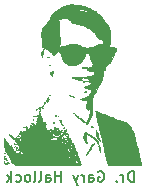
<source format=gbr>
%TF.GenerationSoftware,KiCad,Pcbnew,(5.1.5)-3*%
%TF.CreationDate,2020-10-03T13:17:45-05:00*%
%TF.ProjectId,BPS-ShuntResistorPCB,4250532d-5368-4756-9e74-526573697374,rev?*%
%TF.SameCoordinates,Original*%
%TF.FileFunction,Legend,Bot*%
%TF.FilePolarity,Positive*%
%FSLAX46Y46*%
G04 Gerber Fmt 4.6, Leading zero omitted, Abs format (unit mm)*
G04 Created by KiCad (PCBNEW (5.1.5)-3) date 2020-10-03 13:17:45*
%MOMM*%
%LPD*%
G04 APERTURE LIST*
%ADD10C,0.177800*%
%ADD11C,0.010000*%
G04 APERTURE END LIST*
D10*
X168021000Y-93112166D02*
X168021000Y-92223166D01*
X167809333Y-92223166D01*
X167682333Y-92265500D01*
X167597666Y-92350166D01*
X167555333Y-92434833D01*
X167513000Y-92604166D01*
X167513000Y-92731166D01*
X167555333Y-92900500D01*
X167597666Y-92985166D01*
X167682333Y-93069833D01*
X167809333Y-93112166D01*
X168021000Y-93112166D01*
X167132000Y-93112166D02*
X167132000Y-92519500D01*
X167132000Y-92688833D02*
X167089666Y-92604166D01*
X167047333Y-92561833D01*
X166962666Y-92519500D01*
X166878000Y-92519500D01*
X166581666Y-93027500D02*
X166539333Y-93069833D01*
X166581666Y-93112166D01*
X166624000Y-93069833D01*
X166581666Y-93027500D01*
X166581666Y-93112166D01*
X165015333Y-92265500D02*
X165100000Y-92223166D01*
X165227000Y-92223166D01*
X165354000Y-92265500D01*
X165438666Y-92350166D01*
X165481000Y-92434833D01*
X165523333Y-92604166D01*
X165523333Y-92731166D01*
X165481000Y-92900500D01*
X165438666Y-92985166D01*
X165354000Y-93069833D01*
X165227000Y-93112166D01*
X165142333Y-93112166D01*
X165015333Y-93069833D01*
X164973000Y-93027500D01*
X164973000Y-92731166D01*
X165142333Y-92731166D01*
X164211000Y-93112166D02*
X164211000Y-92646500D01*
X164253333Y-92561833D01*
X164338000Y-92519500D01*
X164507333Y-92519500D01*
X164592000Y-92561833D01*
X164211000Y-93069833D02*
X164295666Y-93112166D01*
X164507333Y-93112166D01*
X164592000Y-93069833D01*
X164634333Y-92985166D01*
X164634333Y-92900500D01*
X164592000Y-92815833D01*
X164507333Y-92773500D01*
X164295666Y-92773500D01*
X164211000Y-92731166D01*
X163787666Y-93112166D02*
X163787666Y-92519500D01*
X163787666Y-92688833D02*
X163745333Y-92604166D01*
X163703000Y-92561833D01*
X163618333Y-92519500D01*
X163533666Y-92519500D01*
X163322000Y-92519500D02*
X163110333Y-93112166D01*
X162898666Y-92519500D02*
X163110333Y-93112166D01*
X163195000Y-93323833D01*
X163237333Y-93366166D01*
X163322000Y-93408500D01*
X161882666Y-93112166D02*
X161882666Y-92223166D01*
X161882666Y-92646500D02*
X161374666Y-92646500D01*
X161374666Y-93112166D02*
X161374666Y-92223166D01*
X160570333Y-93112166D02*
X160570333Y-92646500D01*
X160612666Y-92561833D01*
X160697333Y-92519500D01*
X160866666Y-92519500D01*
X160951333Y-92561833D01*
X160570333Y-93069833D02*
X160655000Y-93112166D01*
X160866666Y-93112166D01*
X160951333Y-93069833D01*
X160993666Y-92985166D01*
X160993666Y-92900500D01*
X160951333Y-92815833D01*
X160866666Y-92773500D01*
X160655000Y-92773500D01*
X160570333Y-92731166D01*
X160020000Y-93112166D02*
X160104666Y-93069833D01*
X160147000Y-92985166D01*
X160147000Y-92223166D01*
X159554333Y-93112166D02*
X159639000Y-93069833D01*
X159681333Y-92985166D01*
X159681333Y-92223166D01*
X159088666Y-93112166D02*
X159173333Y-93069833D01*
X159215666Y-93027500D01*
X159258000Y-92942833D01*
X159258000Y-92688833D01*
X159215666Y-92604166D01*
X159173333Y-92561833D01*
X159088666Y-92519500D01*
X158961666Y-92519500D01*
X158877000Y-92561833D01*
X158834666Y-92604166D01*
X158792333Y-92688833D01*
X158792333Y-92942833D01*
X158834666Y-93027500D01*
X158877000Y-93069833D01*
X158961666Y-93112166D01*
X159088666Y-93112166D01*
X158030333Y-93069833D02*
X158115000Y-93112166D01*
X158284333Y-93112166D01*
X158369000Y-93069833D01*
X158411333Y-93027500D01*
X158453666Y-92942833D01*
X158453666Y-92688833D01*
X158411333Y-92604166D01*
X158369000Y-92561833D01*
X158284333Y-92519500D01*
X158115000Y-92519500D01*
X158030333Y-92561833D01*
X157649333Y-93112166D02*
X157649333Y-92223166D01*
X157564666Y-92773500D02*
X157310666Y-93112166D01*
X157310666Y-92519500D02*
X157649333Y-92858166D01*
D11*
%TO.C,LOGO2*%
G36*
X163793715Y-78812572D02*
G01*
X163811857Y-78830715D01*
X163830000Y-78812572D01*
X163811857Y-78794429D01*
X163793715Y-78812572D01*
G37*
X163793715Y-78812572D02*
X163811857Y-78830715D01*
X163830000Y-78812572D01*
X163811857Y-78794429D01*
X163793715Y-78812572D01*
G36*
X165220953Y-83342238D02*
G01*
X165225934Y-83363810D01*
X165245143Y-83366429D01*
X165275010Y-83353153D01*
X165269334Y-83342238D01*
X165226271Y-83337896D01*
X165220953Y-83342238D01*
G37*
X165220953Y-83342238D02*
X165225934Y-83363810D01*
X165245143Y-83366429D01*
X165275010Y-83353153D01*
X165269334Y-83342238D01*
X165226271Y-83337896D01*
X165220953Y-83342238D01*
G36*
X160309751Y-81912049D02*
G01*
X160250580Y-82006049D01*
X160218935Y-82153338D01*
X160215122Y-82285026D01*
X160224551Y-82429305D01*
X160241880Y-82501697D01*
X160267316Y-82502476D01*
X160301064Y-82431917D01*
X160308738Y-82409549D01*
X160332065Y-82271047D01*
X160325494Y-82147976D01*
X160315666Y-82051143D01*
X160340019Y-81989736D01*
X160386926Y-81946951D01*
X160473572Y-81880328D01*
X160392861Y-81879521D01*
X160309751Y-81912049D01*
G37*
X160309751Y-81912049D02*
X160250580Y-82006049D01*
X160218935Y-82153338D01*
X160215122Y-82285026D01*
X160224551Y-82429305D01*
X160241880Y-82501697D01*
X160267316Y-82502476D01*
X160301064Y-82431917D01*
X160308738Y-82409549D01*
X160332065Y-82271047D01*
X160325494Y-82147976D01*
X160315666Y-82051143D01*
X160340019Y-81989736D01*
X160386926Y-81946951D01*
X160473572Y-81880328D01*
X160392861Y-81879521D01*
X160309751Y-81912049D01*
G36*
X160727428Y-82509757D02*
G01*
X160709429Y-82531858D01*
X160716374Y-82565178D01*
X160718500Y-82565593D01*
X160754732Y-82551099D01*
X160800143Y-82531858D01*
X160849114Y-82508005D01*
X160829950Y-82499806D01*
X160791072Y-82498122D01*
X160727428Y-82509757D01*
G37*
X160727428Y-82509757D02*
X160709429Y-82531858D01*
X160716374Y-82565178D01*
X160718500Y-82565593D01*
X160754732Y-82551099D01*
X160800143Y-82531858D01*
X160849114Y-82508005D01*
X160829950Y-82499806D01*
X160791072Y-82498122D01*
X160727428Y-82509757D01*
G36*
X160828113Y-83235649D02*
G01*
X160838935Y-83252141D01*
X160875738Y-83254707D01*
X160914456Y-83245845D01*
X160897661Y-83232785D01*
X160840951Y-83228459D01*
X160828113Y-83235649D01*
G37*
X160828113Y-83235649D02*
X160838935Y-83252141D01*
X160875738Y-83254707D01*
X160914456Y-83245845D01*
X160897661Y-83232785D01*
X160840951Y-83228459D01*
X160828113Y-83235649D01*
G36*
X163780530Y-83374395D02*
G01*
X163671377Y-83413079D01*
X163666915Y-83416224D01*
X163639647Y-83441795D01*
X163652244Y-83456261D01*
X163715190Y-83462121D01*
X163838973Y-83461879D01*
X163857076Y-83461581D01*
X163987503Y-83457809D01*
X164054913Y-83450445D01*
X164068856Y-83436901D01*
X164038878Y-83414591D01*
X164036168Y-83413072D01*
X163913958Y-83374292D01*
X163780530Y-83374395D01*
G37*
X163780530Y-83374395D02*
X163671377Y-83413079D01*
X163666915Y-83416224D01*
X163639647Y-83441795D01*
X163652244Y-83456261D01*
X163715190Y-83462121D01*
X163838973Y-83461879D01*
X163857076Y-83461581D01*
X163987503Y-83457809D01*
X164054913Y-83450445D01*
X164068856Y-83436901D01*
X164038878Y-83414591D01*
X164036168Y-83413072D01*
X163913958Y-83374292D01*
X163780530Y-83374395D01*
G36*
X161055522Y-83774186D02*
G01*
X160978250Y-83819630D01*
X160931242Y-83871373D01*
X160927143Y-83888610D01*
X160947924Y-83947543D01*
X160997123Y-84024675D01*
X161055023Y-84093595D01*
X161101905Y-84127891D01*
X161106173Y-84128429D01*
X161121543Y-84098147D01*
X161117165Y-84036209D01*
X161115716Y-83967287D01*
X161148549Y-83954566D01*
X161188434Y-83933892D01*
X161210922Y-83872400D01*
X161209743Y-83800988D01*
X161188384Y-83758299D01*
X161134940Y-83749067D01*
X161055522Y-83774186D01*
G37*
X161055522Y-83774186D02*
X160978250Y-83819630D01*
X160931242Y-83871373D01*
X160927143Y-83888610D01*
X160947924Y-83947543D01*
X160997123Y-84024675D01*
X161055023Y-84093595D01*
X161101905Y-84127891D01*
X161106173Y-84128429D01*
X161121543Y-84098147D01*
X161117165Y-84036209D01*
X161115716Y-83967287D01*
X161148549Y-83954566D01*
X161188434Y-83933892D01*
X161210922Y-83872400D01*
X161209743Y-83800988D01*
X161188384Y-83758299D01*
X161134940Y-83749067D01*
X161055522Y-83774186D01*
G36*
X163941465Y-84534000D02*
G01*
X163967841Y-84559084D01*
X163975143Y-84563857D01*
X164041625Y-84595911D01*
X164073357Y-84590584D01*
X164065857Y-84563857D01*
X164014074Y-84532285D01*
X163982073Y-84528127D01*
X163941465Y-84534000D01*
G37*
X163941465Y-84534000D02*
X163967841Y-84559084D01*
X163975143Y-84563857D01*
X164041625Y-84595911D01*
X164073357Y-84590584D01*
X164065857Y-84563857D01*
X164014074Y-84532285D01*
X163982073Y-84528127D01*
X163941465Y-84534000D01*
G36*
X163769524Y-84612238D02*
G01*
X163774505Y-84633810D01*
X163793715Y-84636429D01*
X163823582Y-84623153D01*
X163817905Y-84612238D01*
X163774842Y-84607896D01*
X163769524Y-84612238D01*
G37*
X163769524Y-84612238D02*
X163774505Y-84633810D01*
X163793715Y-84636429D01*
X163823582Y-84623153D01*
X163817905Y-84612238D01*
X163774842Y-84607896D01*
X163769524Y-84612238D01*
G36*
X163918054Y-85433726D02*
G01*
X163902572Y-85443136D01*
X163846036Y-85488772D01*
X163830000Y-85516014D01*
X163857500Y-85540267D01*
X163913388Y-85538897D01*
X163950953Y-85519381D01*
X163973714Y-85464376D01*
X163975143Y-85446502D01*
X163963840Y-85416537D01*
X163918054Y-85433726D01*
G37*
X163918054Y-85433726D02*
X163902572Y-85443136D01*
X163846036Y-85488772D01*
X163830000Y-85516014D01*
X163857500Y-85540267D01*
X163913388Y-85538897D01*
X163950953Y-85519381D01*
X163973714Y-85464376D01*
X163975143Y-85446502D01*
X163963840Y-85416537D01*
X163918054Y-85433726D01*
G36*
X160890857Y-85743143D02*
G01*
X160909000Y-85761286D01*
X160927143Y-85743143D01*
X160909000Y-85725000D01*
X160890857Y-85743143D01*
G37*
X160890857Y-85743143D02*
X160909000Y-85761286D01*
X160927143Y-85743143D01*
X160909000Y-85725000D01*
X160890857Y-85743143D01*
G36*
X162594472Y-85732129D02*
G01*
X162583580Y-85757504D01*
X162622685Y-85797901D01*
X162693887Y-85842726D01*
X162779282Y-85881382D01*
X162860970Y-85903276D01*
X162886572Y-85905007D01*
X162977286Y-85903857D01*
X162886572Y-85852000D01*
X162798550Y-85812870D01*
X162735381Y-85798858D01*
X162675348Y-85776215D01*
X162660995Y-85755843D01*
X162621022Y-85728604D01*
X162594472Y-85732129D01*
G37*
X162594472Y-85732129D02*
X162583580Y-85757504D01*
X162622685Y-85797901D01*
X162693887Y-85842726D01*
X162779282Y-85881382D01*
X162860970Y-85903276D01*
X162886572Y-85905007D01*
X162977286Y-85903857D01*
X162886572Y-85852000D01*
X162798550Y-85812870D01*
X162735381Y-85798858D01*
X162675348Y-85776215D01*
X162660995Y-85755843D01*
X162621022Y-85728604D01*
X162594472Y-85732129D01*
G36*
X160782000Y-86106000D02*
G01*
X160800143Y-86124143D01*
X160818286Y-86106000D01*
X160800143Y-86087857D01*
X160782000Y-86106000D01*
G37*
X160782000Y-86106000D02*
X160800143Y-86124143D01*
X160818286Y-86106000D01*
X160800143Y-86087857D01*
X160782000Y-86106000D01*
G36*
X160728727Y-85978041D02*
G01*
X160682304Y-86033761D01*
X160673143Y-86062229D01*
X160650885Y-86116804D01*
X160615452Y-86164034D01*
X160577378Y-86239256D01*
X160597107Y-86294930D01*
X160662413Y-86311593D01*
X160701945Y-86301737D01*
X160759474Y-86268019D01*
X160756601Y-86218479D01*
X160747297Y-86199672D01*
X160728902Y-86099653D01*
X160746865Y-86030402D01*
X160768402Y-85965436D01*
X160757269Y-85956691D01*
X160728727Y-85978041D01*
G37*
X160728727Y-85978041D02*
X160682304Y-86033761D01*
X160673143Y-86062229D01*
X160650885Y-86116804D01*
X160615452Y-86164034D01*
X160577378Y-86239256D01*
X160597107Y-86294930D01*
X160662413Y-86311593D01*
X160701945Y-86301737D01*
X160759474Y-86268019D01*
X160756601Y-86218479D01*
X160747297Y-86199672D01*
X160728902Y-86099653D01*
X160746865Y-86030402D01*
X160768402Y-85965436D01*
X160757269Y-85956691D01*
X160728727Y-85978041D01*
G36*
X160469360Y-86384947D02*
G01*
X160430584Y-86450381D01*
X160430210Y-86492508D01*
X160450686Y-86516673D01*
X160456861Y-86505143D01*
X160460188Y-86445153D01*
X160459726Y-86441643D01*
X160482826Y-86415286D01*
X160491714Y-86414429D01*
X160525658Y-86385904D01*
X160528000Y-86370368D01*
X160509593Y-86353780D01*
X160469360Y-86384947D01*
G37*
X160469360Y-86384947D02*
X160430584Y-86450381D01*
X160430210Y-86492508D01*
X160450686Y-86516673D01*
X160456861Y-86505143D01*
X160460188Y-86445153D01*
X160459726Y-86441643D01*
X160482826Y-86415286D01*
X160491714Y-86414429D01*
X160525658Y-86385904D01*
X160528000Y-86370368D01*
X160509593Y-86353780D01*
X160469360Y-86384947D01*
G36*
X160352178Y-86574250D02*
G01*
X160313224Y-86610786D01*
X160321215Y-86631790D01*
X160326287Y-86632143D01*
X160356978Y-86606370D01*
X160368179Y-86590251D01*
X160372456Y-86565421D01*
X160352178Y-86574250D01*
G37*
X160352178Y-86574250D02*
X160313224Y-86610786D01*
X160321215Y-86631790D01*
X160326287Y-86632143D01*
X160356978Y-86606370D01*
X160368179Y-86590251D01*
X160372456Y-86565421D01*
X160352178Y-86574250D01*
G36*
X160274000Y-86686572D02*
G01*
X160292143Y-86704715D01*
X160310286Y-86686572D01*
X160292143Y-86668429D01*
X160274000Y-86686572D01*
G37*
X160274000Y-86686572D02*
X160292143Y-86704715D01*
X160310286Y-86686572D01*
X160292143Y-86668429D01*
X160274000Y-86686572D01*
G36*
X160274000Y-86831715D02*
G01*
X160292143Y-86849858D01*
X160310286Y-86831715D01*
X160292143Y-86813572D01*
X160274000Y-86831715D01*
G37*
X160274000Y-86831715D02*
X160292143Y-86849858D01*
X160310286Y-86831715D01*
X160292143Y-86813572D01*
X160274000Y-86831715D01*
G36*
X159729714Y-86976858D02*
G01*
X159747857Y-86995000D01*
X159766000Y-86976858D01*
X159747857Y-86958715D01*
X159729714Y-86976858D01*
G37*
X159729714Y-86976858D02*
X159747857Y-86995000D01*
X159766000Y-86976858D01*
X159747857Y-86958715D01*
X159729714Y-86976858D01*
G36*
X160021639Y-86800057D02*
G01*
X159942377Y-86850055D01*
X159856714Y-86922825D01*
X159952036Y-86888937D01*
X160020662Y-86871891D01*
X160042812Y-86893267D01*
X160042750Y-86912048D01*
X160067595Y-86970711D01*
X160092572Y-86984786D01*
X160128088Y-86991813D01*
X160101640Y-86969026D01*
X160094014Y-86963692D01*
X160062678Y-86928941D01*
X160081204Y-86884359D01*
X160108710Y-86852073D01*
X160153724Y-86798343D01*
X160147816Y-86779521D01*
X160102215Y-86777286D01*
X160021639Y-86800057D01*
G37*
X160021639Y-86800057D02*
X159942377Y-86850055D01*
X159856714Y-86922825D01*
X159952036Y-86888937D01*
X160020662Y-86871891D01*
X160042812Y-86893267D01*
X160042750Y-86912048D01*
X160067595Y-86970711D01*
X160092572Y-86984786D01*
X160128088Y-86991813D01*
X160101640Y-86969026D01*
X160094014Y-86963692D01*
X160062678Y-86928941D01*
X160081204Y-86884359D01*
X160108710Y-86852073D01*
X160153724Y-86798343D01*
X160147816Y-86779521D01*
X160102215Y-86777286D01*
X160021639Y-86800057D01*
G36*
X160020000Y-87085715D02*
G01*
X159985384Y-87118321D01*
X159983714Y-87124142D01*
X160011788Y-87139727D01*
X160020000Y-87140143D01*
X160054892Y-87112248D01*
X160056286Y-87101716D01*
X160034056Y-87080045D01*
X160020000Y-87085715D01*
G37*
X160020000Y-87085715D02*
X159985384Y-87118321D01*
X159983714Y-87124142D01*
X160011788Y-87139727D01*
X160020000Y-87140143D01*
X160054892Y-87112248D01*
X160056286Y-87101716D01*
X160034056Y-87080045D01*
X160020000Y-87085715D01*
G36*
X160032095Y-87224810D02*
G01*
X160027753Y-87267873D01*
X160032095Y-87273191D01*
X160053667Y-87268210D01*
X160056286Y-87249000D01*
X160043010Y-87219133D01*
X160032095Y-87224810D01*
G37*
X160032095Y-87224810D02*
X160027753Y-87267873D01*
X160032095Y-87273191D01*
X160053667Y-87268210D01*
X160056286Y-87249000D01*
X160043010Y-87219133D01*
X160032095Y-87224810D01*
G36*
X162922857Y-87303429D02*
G01*
X162941000Y-87321572D01*
X162959143Y-87303429D01*
X162941000Y-87285286D01*
X162922857Y-87303429D01*
G37*
X162922857Y-87303429D02*
X162941000Y-87321572D01*
X162959143Y-87303429D01*
X162941000Y-87285286D01*
X162922857Y-87303429D01*
G36*
X161389786Y-87478969D02*
G01*
X161385228Y-87492213D01*
X161435143Y-87497271D01*
X161486655Y-87491569D01*
X161480500Y-87478969D01*
X161406211Y-87474176D01*
X161389786Y-87478969D01*
G37*
X161389786Y-87478969D02*
X161385228Y-87492213D01*
X161435143Y-87497271D01*
X161486655Y-87491569D01*
X161480500Y-87478969D01*
X161406211Y-87474176D01*
X161389786Y-87478969D01*
G36*
X163079388Y-87413209D02*
G01*
X163099657Y-87439500D01*
X163152620Y-87495913D01*
X163176262Y-87495668D01*
X163176857Y-87489300D01*
X163152061Y-87459011D01*
X163113357Y-87425800D01*
X163070377Y-87394419D01*
X163079388Y-87413209D01*
G37*
X163079388Y-87413209D02*
X163099657Y-87439500D01*
X163152620Y-87495913D01*
X163176262Y-87495668D01*
X163176857Y-87489300D01*
X163152061Y-87459011D01*
X163113357Y-87425800D01*
X163070377Y-87394419D01*
X163079388Y-87413209D01*
G36*
X159521828Y-87553649D02*
G01*
X159532649Y-87570141D01*
X159569453Y-87572707D01*
X159608171Y-87563845D01*
X159591375Y-87550785D01*
X159534665Y-87546459D01*
X159521828Y-87553649D01*
G37*
X159521828Y-87553649D02*
X159532649Y-87570141D01*
X159569453Y-87572707D01*
X159608171Y-87563845D01*
X159591375Y-87550785D01*
X159534665Y-87546459D01*
X159521828Y-87553649D01*
G36*
X161580286Y-87557429D02*
G01*
X161598429Y-87575572D01*
X161616572Y-87557429D01*
X161598429Y-87539286D01*
X161580286Y-87557429D01*
G37*
X161580286Y-87557429D02*
X161598429Y-87575572D01*
X161616572Y-87557429D01*
X161598429Y-87539286D01*
X161580286Y-87557429D01*
G36*
X159475714Y-87847715D02*
G01*
X159493857Y-87865858D01*
X159512000Y-87847715D01*
X159493857Y-87829572D01*
X159475714Y-87847715D01*
G37*
X159475714Y-87847715D02*
X159493857Y-87865858D01*
X159512000Y-87847715D01*
X159493857Y-87829572D01*
X159475714Y-87847715D01*
G36*
X161731445Y-87873621D02*
G01*
X161725429Y-87880118D01*
X161753803Y-87903515D01*
X161779857Y-87915265D01*
X161826581Y-87916019D01*
X161834286Y-87901004D01*
X161804879Y-87869817D01*
X161779857Y-87865858D01*
X161731445Y-87873621D01*
G37*
X161731445Y-87873621D02*
X161725429Y-87880118D01*
X161753803Y-87903515D01*
X161779857Y-87915265D01*
X161826581Y-87916019D01*
X161834286Y-87901004D01*
X161804879Y-87869817D01*
X161779857Y-87865858D01*
X161731445Y-87873621D01*
G36*
X161217429Y-88029143D02*
G01*
X161235572Y-88047286D01*
X161253715Y-88029143D01*
X161235572Y-88011000D01*
X161217429Y-88029143D01*
G37*
X161217429Y-88029143D02*
X161235572Y-88047286D01*
X161253715Y-88029143D01*
X161235572Y-88011000D01*
X161217429Y-88029143D01*
G36*
X161831779Y-87994407D02*
G01*
X161800091Y-88024192D01*
X161837425Y-88034975D01*
X161850833Y-88035191D01*
X161887224Y-88019178D01*
X161884611Y-88004361D01*
X161842537Y-87989642D01*
X161831779Y-87994407D01*
G37*
X161831779Y-87994407D02*
X161800091Y-88024192D01*
X161837425Y-88034975D01*
X161850833Y-88035191D01*
X161887224Y-88019178D01*
X161884611Y-88004361D01*
X161842537Y-87989642D01*
X161831779Y-87994407D01*
G36*
X163217674Y-87533188D02*
G01*
X163262871Y-87590695D01*
X163353368Y-87680474D01*
X163418197Y-87739168D01*
X163535378Y-87839152D01*
X163651463Y-87932312D01*
X163753634Y-88009098D01*
X163829076Y-88059961D01*
X163864969Y-88075351D01*
X163866286Y-88073023D01*
X163843677Y-88041734D01*
X163784457Y-87972495D01*
X163703000Y-87882005D01*
X163621288Y-87796340D01*
X163562723Y-87741307D01*
X163539726Y-87728558D01*
X163539715Y-87728844D01*
X163516770Y-87723276D01*
X163459704Y-87678855D01*
X163439929Y-87661009D01*
X163355802Y-87589564D01*
X163282870Y-87537964D01*
X163276643Y-87534465D01*
X163221142Y-87512821D01*
X163217674Y-87533188D01*
G37*
X163217674Y-87533188D02*
X163262871Y-87590695D01*
X163353368Y-87680474D01*
X163418197Y-87739168D01*
X163535378Y-87839152D01*
X163651463Y-87932312D01*
X163753634Y-88009098D01*
X163829076Y-88059961D01*
X163864969Y-88075351D01*
X163866286Y-88073023D01*
X163843677Y-88041734D01*
X163784457Y-87972495D01*
X163703000Y-87882005D01*
X163621288Y-87796340D01*
X163562723Y-87741307D01*
X163539726Y-87728558D01*
X163539715Y-87728844D01*
X163516770Y-87723276D01*
X163459704Y-87678855D01*
X163439929Y-87661009D01*
X163355802Y-87589564D01*
X163282870Y-87537964D01*
X163276643Y-87534465D01*
X163221142Y-87512821D01*
X163217674Y-87533188D01*
G36*
X160420197Y-88074899D02*
G01*
X160419143Y-88083572D01*
X160446756Y-88118803D01*
X160455429Y-88119858D01*
X160490660Y-88092245D01*
X160491714Y-88083572D01*
X160464102Y-88048340D01*
X160455429Y-88047286D01*
X160420197Y-88074899D01*
G37*
X160420197Y-88074899D02*
X160419143Y-88083572D01*
X160446756Y-88118803D01*
X160455429Y-88119858D01*
X160490660Y-88092245D01*
X160491714Y-88083572D01*
X160464102Y-88048340D01*
X160455429Y-88047286D01*
X160420197Y-88074899D01*
G36*
X161229524Y-88095667D02*
G01*
X161234505Y-88117239D01*
X161253715Y-88119858D01*
X161283582Y-88106581D01*
X161277905Y-88095667D01*
X161234842Y-88091324D01*
X161229524Y-88095667D01*
G37*
X161229524Y-88095667D02*
X161234505Y-88117239D01*
X161253715Y-88119858D01*
X161283582Y-88106581D01*
X161277905Y-88095667D01*
X161234842Y-88091324D01*
X161229524Y-88095667D01*
G36*
X161834286Y-88174286D02*
G01*
X161852429Y-88192429D01*
X161870572Y-88174286D01*
X161852429Y-88156143D01*
X161834286Y-88174286D01*
G37*
X161834286Y-88174286D02*
X161852429Y-88192429D01*
X161870572Y-88174286D01*
X161852429Y-88156143D01*
X161834286Y-88174286D01*
G36*
X162554141Y-78107888D02*
G01*
X162345549Y-78159575D01*
X162128824Y-78232009D01*
X161922515Y-78320561D01*
X161914756Y-78324365D01*
X161664291Y-78470230D01*
X161428182Y-78649519D01*
X161219265Y-78849518D01*
X161050377Y-79057513D01*
X160934355Y-79260790D01*
X160912405Y-79317115D01*
X160868303Y-79399818D01*
X160786893Y-79514539D01*
X160682322Y-79642119D01*
X160627672Y-79702710D01*
X160475446Y-79873668D01*
X160366939Y-80020665D01*
X160292933Y-80164560D01*
X160244209Y-80326208D01*
X160211547Y-80526466D01*
X160195120Y-80681286D01*
X160193338Y-80760731D01*
X160195713Y-80821800D01*
X160208089Y-80879777D01*
X160240403Y-80875030D01*
X160250339Y-80867294D01*
X160285124Y-80852365D01*
X160299934Y-80893685D01*
X160302341Y-80935423D01*
X160295409Y-81011751D01*
X160274398Y-81044135D01*
X160274000Y-81044143D01*
X160252695Y-81075587D01*
X160245612Y-81151177D01*
X160259339Y-81224318D01*
X160288152Y-81251028D01*
X160288542Y-81250963D01*
X160320700Y-81274885D01*
X160328429Y-81316286D01*
X160308039Y-81371906D01*
X160276929Y-81377739D01*
X160244575Y-81379067D01*
X160267500Y-81417299D01*
X160269620Y-81419865D01*
X160292980Y-81475315D01*
X160275762Y-81496626D01*
X160248329Y-81546539D01*
X160237714Y-81626856D01*
X160246656Y-81701939D01*
X160288775Y-81730053D01*
X160348957Y-81733572D01*
X160456194Y-81745931D01*
X160560289Y-81789453D01*
X160680125Y-81873799D01*
X160766692Y-81947365D01*
X160870063Y-82035726D01*
X160967144Y-82113742D01*
X161005917Y-82142585D01*
X161090106Y-82220462D01*
X161144315Y-82294987D01*
X161191467Y-82383090D01*
X161340519Y-82300398D01*
X161445275Y-82225646D01*
X161498334Y-82151004D01*
X161501167Y-82138925D01*
X161537569Y-82073528D01*
X161592879Y-82060143D01*
X161701280Y-82082668D01*
X161784571Y-82155659D01*
X161849494Y-82287239D01*
X161886526Y-82414070D01*
X161930371Y-82565306D01*
X161983595Y-82710514D01*
X162027015Y-82803453D01*
X162165906Y-82979701D01*
X162353857Y-83107293D01*
X162583880Y-83183674D01*
X162848991Y-83206291D01*
X163072387Y-83185505D01*
X163210255Y-83160374D01*
X163305868Y-83130843D01*
X163384486Y-83083326D01*
X163471370Y-83004238D01*
X163539715Y-82934174D01*
X163648472Y-82811871D01*
X163737285Y-82686630D01*
X163817977Y-82538484D01*
X163902374Y-82347466D01*
X163935087Y-82266507D01*
X163976394Y-82194830D01*
X164039382Y-82173300D01*
X164090375Y-82175792D01*
X164147840Y-82185692D01*
X164189363Y-82211320D01*
X164225038Y-82266997D01*
X164264953Y-82367041D01*
X164302943Y-82477429D01*
X164360785Y-82643978D01*
X164422217Y-82812942D01*
X164474897Y-82950452D01*
X164479591Y-82962113D01*
X164558381Y-83156511D01*
X164464487Y-83279613D01*
X164396030Y-83355979D01*
X164337543Y-83399133D01*
X164323563Y-83402715D01*
X164264258Y-83424876D01*
X164192857Y-83475286D01*
X164124202Y-83526876D01*
X164078448Y-83547857D01*
X164046103Y-83563055D01*
X164070601Y-83602133D01*
X164144489Y-83655316D01*
X164172407Y-83671077D01*
X164307469Y-83718655D01*
X164427993Y-83713673D01*
X164569148Y-83701790D01*
X164657859Y-83732728D01*
X164703004Y-83810496D01*
X164708960Y-83840617D01*
X164702882Y-83941452D01*
X164649658Y-84023909D01*
X164545409Y-84089061D01*
X164386252Y-84137982D01*
X164168308Y-84171746D01*
X163887695Y-84191425D01*
X163540533Y-84198094D01*
X163418283Y-84197684D01*
X163203247Y-84198493D01*
X163029661Y-84204165D01*
X162907351Y-84214143D01*
X162846149Y-84227868D01*
X162842687Y-84230371D01*
X162823610Y-84285225D01*
X162854421Y-84328134D01*
X162910822Y-84330678D01*
X162974199Y-84332341D01*
X163071686Y-84360426D01*
X163115795Y-84378524D01*
X163242184Y-84427906D01*
X163367407Y-84465691D01*
X163394572Y-84471743D01*
X163499554Y-84493869D01*
X163581524Y-84513599D01*
X163585072Y-84514583D01*
X163644086Y-84522619D01*
X163650513Y-84504371D01*
X163613899Y-84471049D01*
X163543792Y-84433864D01*
X163503429Y-84418715D01*
X163413963Y-84383284D01*
X163362878Y-84351611D01*
X163358286Y-84343218D01*
X163391011Y-84312076D01*
X163475496Y-84288657D01*
X163591205Y-84274366D01*
X163717602Y-84270608D01*
X163834151Y-84278788D01*
X163920316Y-84300311D01*
X163928338Y-84304228D01*
X164029826Y-84338434D01*
X164095315Y-84346143D01*
X164188057Y-84367291D01*
X164237688Y-84420147D01*
X164229851Y-84488828D01*
X164227623Y-84492503D01*
X164196165Y-84559238D01*
X164219815Y-84581103D01*
X164274500Y-84572311D01*
X164330692Y-84562375D01*
X164325945Y-84586786D01*
X164303413Y-84615523D01*
X164270847Y-84663082D01*
X164293455Y-84674331D01*
X164321556Y-84672066D01*
X164428149Y-84666357D01*
X164468404Y-84681535D01*
X164446170Y-84720037D01*
X164425932Y-84738146D01*
X164374044Y-84796364D01*
X164362123Y-84836724D01*
X164342351Y-84875258D01*
X164280718Y-84914458D01*
X164206489Y-84940585D01*
X164148929Y-84939900D01*
X164145868Y-84938242D01*
X164126949Y-84938862D01*
X164138215Y-84962655D01*
X164142918Y-84993666D01*
X164092068Y-84994960D01*
X164067194Y-84990661D01*
X163959184Y-84992126D01*
X163880660Y-85016322D01*
X163822191Y-85052502D01*
X163823938Y-85083987D01*
X163857503Y-85116484D01*
X163931380Y-85155404D01*
X164042248Y-85187696D01*
X164088172Y-85195907D01*
X164203339Y-85220036D01*
X164295016Y-85252263D01*
X164317159Y-85264969D01*
X164373858Y-85347463D01*
X164378350Y-85463770D01*
X164334417Y-85601529D01*
X164245840Y-85748378D01*
X164128972Y-85880117D01*
X164014596Y-85952953D01*
X163846607Y-86011875D01*
X163643505Y-86051115D01*
X163550382Y-86060473D01*
X163509600Y-86072027D01*
X163527984Y-86092204D01*
X163593506Y-86115562D01*
X163694137Y-86136659D01*
X163730255Y-86141847D01*
X163892012Y-86170955D01*
X164019893Y-86210027D01*
X164099969Y-86253860D01*
X164120286Y-86287504D01*
X164104323Y-86338288D01*
X164063427Y-86428448D01*
X164029764Y-86494338D01*
X163978629Y-86607323D01*
X163968284Y-86674791D01*
X163976811Y-86687603D01*
X163998739Y-86736633D01*
X163993475Y-86776691D01*
X164005396Y-86855087D01*
X164079376Y-86959476D01*
X164082713Y-86963153D01*
X164149852Y-87033038D01*
X164182392Y-87052177D01*
X164192424Y-87025382D01*
X164192857Y-87006969D01*
X164216609Y-86935480D01*
X164249586Y-86908425D01*
X164287865Y-86873598D01*
X164285280Y-86852621D01*
X164290879Y-86806529D01*
X164306862Y-86792247D01*
X164328087Y-86808359D01*
X164337246Y-86881194D01*
X164335657Y-86996150D01*
X164324637Y-87138622D01*
X164305504Y-87294008D01*
X164279575Y-87447704D01*
X164248169Y-87585107D01*
X164229817Y-87646142D01*
X164174735Y-87786890D01*
X164110985Y-87917097D01*
X164063706Y-87992453D01*
X163994692Y-88097345D01*
X163981491Y-88161343D01*
X164023984Y-88189793D01*
X164059231Y-88192429D01*
X164110607Y-88181437D01*
X164149883Y-88138040D01*
X164188265Y-88046602D01*
X164208806Y-87983786D01*
X164260343Y-87841004D01*
X164330773Y-87672552D01*
X164399744Y-87525396D01*
X164464085Y-87391424D01*
X164499412Y-87292349D01*
X164511757Y-87199519D01*
X164507151Y-87084282D01*
X164502854Y-87035539D01*
X164492930Y-86892257D01*
X164484769Y-86706273D01*
X164479536Y-86507455D01*
X164478337Y-86405615D01*
X164479330Y-86222614D01*
X164486341Y-86094825D01*
X164501801Y-86004980D01*
X164528140Y-85935808D01*
X164549821Y-85897615D01*
X164621594Y-85776977D01*
X164716779Y-85609309D01*
X164825789Y-85412219D01*
X164939039Y-85203314D01*
X165046946Y-85000202D01*
X165139924Y-84820490D01*
X165182632Y-84735141D01*
X165245260Y-84590746D01*
X165306268Y-84420781D01*
X165361170Y-84241908D01*
X165405480Y-84070788D01*
X165434712Y-83924083D01*
X165435271Y-83917972D01*
X165281429Y-83917972D01*
X165260682Y-83946399D01*
X165208078Y-83923910D01*
X165154429Y-83874429D01*
X165114221Y-83821544D01*
X165126635Y-83802804D01*
X165141548Y-83801857D01*
X165210927Y-83826209D01*
X165267699Y-83880084D01*
X165281429Y-83917972D01*
X165435271Y-83917972D01*
X165444380Y-83818455D01*
X165439168Y-83782345D01*
X165453271Y-83731355D01*
X165512685Y-83674546D01*
X165514440Y-83673385D01*
X165534430Y-83656715D01*
X165426572Y-83656715D01*
X165398959Y-83691946D01*
X165390286Y-83693000D01*
X165355055Y-83665388D01*
X165354000Y-83656715D01*
X165381613Y-83621483D01*
X165390286Y-83620429D01*
X165425517Y-83648041D01*
X165426572Y-83656715D01*
X165534430Y-83656715D01*
X165569686Y-83627316D01*
X165604980Y-83581958D01*
X165611243Y-83554334D01*
X165579398Y-83561466D01*
X165571715Y-83566000D01*
X165540973Y-83557384D01*
X165535429Y-83529715D01*
X165538341Y-83523667D01*
X165414476Y-83523667D01*
X165409495Y-83545239D01*
X165390286Y-83547857D01*
X165360419Y-83534581D01*
X165366095Y-83523667D01*
X165409158Y-83519324D01*
X165414476Y-83523667D01*
X165538341Y-83523667D01*
X165554347Y-83490425D01*
X165580786Y-83496611D01*
X165607487Y-83506557D01*
X165584372Y-83476939D01*
X165515013Y-83449046D01*
X165421087Y-83460319D01*
X165321885Y-83477799D01*
X165247688Y-83480963D01*
X165245143Y-83480619D01*
X165209404Y-83479240D01*
X165236474Y-83502934D01*
X165244092Y-83508086D01*
X165278356Y-83548714D01*
X165274455Y-83566927D01*
X165231968Y-83564878D01*
X165158943Y-83529221D01*
X165150054Y-83523543D01*
X165048668Y-83457143D01*
X165352803Y-83420857D01*
X165509375Y-83397124D01*
X165619204Y-83369968D01*
X165670161Y-83342491D01*
X165671779Y-83339215D01*
X165667020Y-83318024D01*
X165452914Y-83318024D01*
X165438384Y-83358540D01*
X165360460Y-83384545D01*
X165215308Y-83397208D01*
X165190714Y-83397950D01*
X165103603Y-83395434D01*
X165083925Y-83380776D01*
X165099127Y-83367737D01*
X165126398Y-83338379D01*
X165093428Y-83310454D01*
X165062841Y-83296976D01*
X165027120Y-83277680D01*
X165044185Y-83267774D01*
X165121452Y-83265750D01*
X165205977Y-83267898D01*
X165339404Y-83278648D01*
X165426725Y-83298696D01*
X165452914Y-83318024D01*
X165667020Y-83318024D01*
X165662556Y-83298154D01*
X165647310Y-83293857D01*
X165609668Y-83268008D01*
X165608000Y-83257572D01*
X165636963Y-83224449D01*
X165656854Y-83221286D01*
X165751196Y-83196785D01*
X165867409Y-83133568D01*
X165979038Y-83047061D01*
X166012221Y-83014040D01*
X166052259Y-82964167D01*
X166092769Y-82896682D01*
X166138389Y-82801120D01*
X166193757Y-82667015D01*
X166263513Y-82483902D01*
X166341391Y-82271409D01*
X166393588Y-82173985D01*
X166445887Y-82111571D01*
X166502452Y-82013379D01*
X166515143Y-81911852D01*
X166515143Y-81774808D01*
X166242873Y-81714233D01*
X166110888Y-81681848D01*
X166008972Y-81651180D01*
X165955866Y-81627999D01*
X165952828Y-81624899D01*
X165954599Y-81576380D01*
X165980499Y-81489715D01*
X165993716Y-81456212D01*
X166027060Y-81328752D01*
X166028475Y-81316290D01*
X165437762Y-81316290D01*
X165402022Y-81348574D01*
X165311019Y-81395262D01*
X165191541Y-81441281D01*
X165067332Y-81479343D01*
X164962134Y-81502161D01*
X164900109Y-81502613D01*
X164853385Y-81498026D01*
X164846000Y-81508683D01*
X164813629Y-81549791D01*
X164728624Y-81599383D01*
X164609149Y-81649994D01*
X164473367Y-81694162D01*
X164339443Y-81724420D01*
X164310786Y-81728631D01*
X164181513Y-81737652D01*
X164030433Y-81736969D01*
X163877685Y-81728112D01*
X163743411Y-81712612D01*
X163647750Y-81691999D01*
X163614938Y-81675747D01*
X163594358Y-81623783D01*
X163594143Y-81618317D01*
X163560158Y-81577600D01*
X163467334Y-81538154D01*
X163329365Y-81503557D01*
X163159946Y-81477388D01*
X163006163Y-81464677D01*
X162864207Y-81455363D01*
X162750115Y-81443916D01*
X162683404Y-81432421D01*
X162675736Y-81429395D01*
X162627318Y-81432691D01*
X162537759Y-81462754D01*
X162465430Y-81494682D01*
X162343147Y-81543858D01*
X162180942Y-81596268D01*
X162010250Y-81641930D01*
X161979429Y-81649025D01*
X161826432Y-81685835D01*
X161731962Y-81716878D01*
X161682912Y-81748013D01*
X161666176Y-81785099D01*
X161665786Y-81789211D01*
X161659420Y-81872693D01*
X161656714Y-81905929D01*
X161631656Y-81947463D01*
X161593752Y-81939979D01*
X161580286Y-81902262D01*
X161583477Y-81890810D01*
X161205334Y-81890810D01*
X161200353Y-81912382D01*
X161181143Y-81915000D01*
X161151276Y-81901724D01*
X161156953Y-81890810D01*
X161200015Y-81886467D01*
X161205334Y-81890810D01*
X161583477Y-81890810D01*
X161596431Y-81844323D01*
X161637842Y-81748656D01*
X161672891Y-81679072D01*
X161725551Y-81562010D01*
X161750629Y-81479156D01*
X161053886Y-81479156D01*
X161048046Y-81499776D01*
X161019742Y-81493417D01*
X160970720Y-81497009D01*
X160961908Y-81521047D01*
X160946885Y-81520284D01*
X160912198Y-81475762D01*
X160870812Y-81408541D01*
X160854013Y-81375601D01*
X160743164Y-81375601D01*
X160743151Y-81382378D01*
X160740588Y-81497715D01*
X160669822Y-81338211D01*
X160631350Y-81242558D01*
X160612830Y-81178069D01*
X160613636Y-81164126D01*
X160649807Y-81166708D01*
X160692111Y-81217407D01*
X160727560Y-81294334D01*
X160743164Y-81375601D01*
X160854013Y-81375601D01*
X160835694Y-81339684D01*
X160819809Y-81290254D01*
X160819807Y-81290211D01*
X160845334Y-81278056D01*
X160872714Y-81285021D01*
X160918607Y-81334505D01*
X160927143Y-81374597D01*
X160949992Y-81431284D01*
X160979430Y-81443286D01*
X161041031Y-81465131D01*
X161053886Y-81479156D01*
X161750629Y-81479156D01*
X161757892Y-81455164D01*
X161763007Y-81410596D01*
X161760057Y-81305684D01*
X161755301Y-81144422D01*
X161751729Y-81025749D01*
X160954300Y-81025749D01*
X160942694Y-81095980D01*
X160919696Y-81159905D01*
X160900285Y-81174523D01*
X160894803Y-81129925D01*
X160899983Y-81098572D01*
X160673143Y-81098572D01*
X160655000Y-81116715D01*
X160636857Y-81098572D01*
X160655000Y-81080429D01*
X160673143Y-81098572D01*
X160899983Y-81098572D01*
X160906408Y-81059694D01*
X160929406Y-80995769D01*
X160948818Y-80981151D01*
X160954300Y-81025749D01*
X161751729Y-81025749D01*
X161749237Y-80942996D01*
X161744759Y-80796191D01*
X161435143Y-80796191D01*
X161425910Y-80931152D01*
X161397690Y-80998575D01*
X161374320Y-81007857D01*
X161369630Y-80975526D01*
X161371314Y-80917143D01*
X161290000Y-80917143D01*
X161271857Y-80935286D01*
X161253715Y-80917143D01*
X161271857Y-80899000D01*
X161290000Y-80917143D01*
X161371314Y-80917143D01*
X161371993Y-80893626D01*
X161374200Y-80862715D01*
X160890857Y-80862715D01*
X160877581Y-80892582D01*
X160866667Y-80886905D01*
X160862324Y-80843842D01*
X160866667Y-80838524D01*
X160888239Y-80843505D01*
X160890857Y-80862715D01*
X161374200Y-80862715D01*
X161375587Y-80843305D01*
X161380013Y-80808286D01*
X161108572Y-80808286D01*
X161090429Y-80826429D01*
X161072286Y-80808286D01*
X161090429Y-80790143D01*
X161108572Y-80808286D01*
X161380013Y-80808286D01*
X161383161Y-80783375D01*
X160540704Y-80783375D01*
X160534944Y-80848038D01*
X160534368Y-80850892D01*
X160517490Y-80912082D01*
X160503903Y-80904610D01*
X160499185Y-80886075D01*
X160503761Y-80812104D01*
X160520091Y-80783538D01*
X160540704Y-80783375D01*
X161383161Y-80783375D01*
X161390607Y-80724469D01*
X161392996Y-80716433D01*
X160963429Y-80716433D01*
X160936831Y-80736398D01*
X160909000Y-80730694D01*
X160861257Y-80704939D01*
X160854572Y-80695547D01*
X160884202Y-80682862D01*
X160909000Y-80681286D01*
X160957297Y-80700276D01*
X160963429Y-80716433D01*
X161392996Y-80716433D01*
X161408206Y-80665283D01*
X161424065Y-80669166D01*
X161433862Y-80739536D01*
X161435143Y-80796191D01*
X161744759Y-80796191D01*
X161742361Y-80717591D01*
X161737234Y-80551262D01*
X161432278Y-80551262D01*
X161425607Y-80598325D01*
X161413220Y-80598887D01*
X161411737Y-80590572D01*
X160346572Y-80590572D01*
X160328429Y-80608715D01*
X160310286Y-80590572D01*
X160328429Y-80572429D01*
X160346572Y-80590572D01*
X161411737Y-80590572D01*
X161404558Y-80550323D01*
X161410356Y-80529340D01*
X161426468Y-80515595D01*
X161432278Y-80551262D01*
X161737234Y-80551262D01*
X161735172Y-80484392D01*
X161728166Y-80259586D01*
X161721840Y-80059356D01*
X161716693Y-79899889D01*
X161715356Y-79859540D01*
X161702103Y-79656598D01*
X161678367Y-79521946D01*
X161652714Y-79465542D01*
X161621827Y-79412773D01*
X161647422Y-79370738D01*
X161672370Y-79351355D01*
X161766555Y-79301536D01*
X161834286Y-79279761D01*
X161944849Y-79252466D01*
X162015715Y-79232203D01*
X162116896Y-79214934D01*
X162233090Y-79212710D01*
X162233429Y-79212733D01*
X162348075Y-79220022D01*
X162446102Y-79225560D01*
X162446515Y-79225580D01*
X162504874Y-79235795D01*
X162500939Y-79266771D01*
X162487429Y-79284286D01*
X162464298Y-79325589D01*
X162501319Y-79338309D01*
X162522295Y-79338715D01*
X162580831Y-79355108D01*
X162586819Y-79384072D01*
X162607646Y-79425301D01*
X162682326Y-79473861D01*
X162719867Y-79490902D01*
X162794312Y-79527014D01*
X162817576Y-79550154D01*
X162804929Y-79554402D01*
X162751042Y-79565738D01*
X162754117Y-79590204D01*
X162801117Y-79621786D01*
X162879003Y-79654474D01*
X162974735Y-79682253D01*
X163075276Y-79699114D01*
X163124111Y-79701572D01*
X163180165Y-79705545D01*
X163255718Y-79719451D01*
X163362325Y-79746270D01*
X163511539Y-79788985D01*
X163714915Y-79850574D01*
X163782779Y-79871496D01*
X163891101Y-79911862D01*
X163967270Y-79953087D01*
X163988882Y-79975322D01*
X164032010Y-80014818D01*
X164117552Y-80056529D01*
X164144960Y-80066281D01*
X164266655Y-80121049D01*
X164399498Y-80204067D01*
X164528217Y-80302614D01*
X164637542Y-80403965D01*
X164712201Y-80495397D01*
X164737143Y-80559668D01*
X164758582Y-80604396D01*
X164773429Y-80608715D01*
X164806310Y-80637794D01*
X164809714Y-80658996D01*
X164836101Y-80757258D01*
X164903426Y-80869207D01*
X164993936Y-80965844D01*
X165001105Y-80971620D01*
X165076818Y-81019548D01*
X165142719Y-81019929D01*
X165191943Y-81000695D01*
X165267305Y-80975508D01*
X165314775Y-80995075D01*
X165339832Y-81025300D01*
X165381087Y-81116503D01*
X165390286Y-81175937D01*
X165405871Y-81250776D01*
X165429237Y-81281647D01*
X165437762Y-81316290D01*
X166028475Y-81316290D01*
X166047354Y-81150125D01*
X166055183Y-80939263D01*
X166051133Y-80715100D01*
X166035792Y-80496568D01*
X166009745Y-80302597D01*
X165973579Y-80152121D01*
X165951671Y-80098697D01*
X165814396Y-79862615D01*
X165635245Y-79598787D01*
X165626224Y-79586898D01*
X164335982Y-79586898D01*
X164320441Y-79586736D01*
X164311637Y-79584039D01*
X163596548Y-79584039D01*
X163560881Y-79589850D01*
X163513818Y-79583179D01*
X163513256Y-79570792D01*
X163561821Y-79562130D01*
X163582804Y-79567927D01*
X163596548Y-79584039D01*
X164311637Y-79584039D01*
X164289675Y-79577312D01*
X164210113Y-79559275D01*
X164178682Y-79556429D01*
X164116765Y-79536049D01*
X164063721Y-79503170D01*
X164022754Y-79469131D01*
X164035843Y-79463433D01*
X164108539Y-79481727D01*
X164211502Y-79517502D01*
X164289968Y-79555868D01*
X164335982Y-79586898D01*
X165626224Y-79586898D01*
X165525208Y-79453777D01*
X163853945Y-79453777D01*
X163843803Y-79474384D01*
X163830000Y-79483857D01*
X163754104Y-79510344D01*
X163671343Y-79519588D01*
X163602306Y-79514522D01*
X163594020Y-79491290D01*
X163612286Y-79465715D01*
X163629311Y-79434304D01*
X163605175Y-79417578D01*
X163527406Y-79410886D01*
X163462515Y-79409833D01*
X163267572Y-79408380D01*
X163375764Y-79349841D01*
X163477819Y-79310949D01*
X163584778Y-79294794D01*
X163680234Y-79299362D01*
X163747780Y-79322639D01*
X163771008Y-79362610D01*
X163754748Y-79396374D01*
X163735585Y-79434690D01*
X163775768Y-79447525D01*
X163798343Y-79448127D01*
X163853945Y-79453777D01*
X165525208Y-79453777D01*
X165428142Y-79325862D01*
X165428031Y-79325729D01*
X164177055Y-79325729D01*
X164134947Y-79323393D01*
X164102143Y-79316569D01*
X164020866Y-79295556D01*
X163978184Y-79279196D01*
X163978167Y-79279182D01*
X163982523Y-79265376D01*
X164030384Y-79266762D01*
X164095184Y-79279632D01*
X164150361Y-79300276D01*
X164156572Y-79304087D01*
X164177055Y-79325729D01*
X165428031Y-79325729D01*
X165411986Y-79306619D01*
X164410572Y-79306619D01*
X164385435Y-79315852D01*
X164339650Y-79295039D01*
X164289013Y-79256684D01*
X164281334Y-79241953D01*
X162693048Y-79241953D01*
X162688067Y-79263525D01*
X162668857Y-79266143D01*
X162638990Y-79252867D01*
X162644667Y-79241953D01*
X162687730Y-79237610D01*
X162693048Y-79241953D01*
X164281334Y-79241953D01*
X164280028Y-79239448D01*
X164321391Y-79239411D01*
X164377843Y-79267347D01*
X164410172Y-79303081D01*
X164410572Y-79306619D01*
X165411986Y-79306619D01*
X165332305Y-79211715D01*
X164410572Y-79211715D01*
X164392429Y-79229857D01*
X164374286Y-79211715D01*
X164392429Y-79193572D01*
X164410572Y-79211715D01*
X165332305Y-79211715D01*
X165315088Y-79191209D01*
X164329104Y-79191209D01*
X164324140Y-79193572D01*
X164311647Y-79183934D01*
X164065857Y-79183934D01*
X163884429Y-79170159D01*
X163784117Y-79165419D01*
X163750538Y-79172386D01*
X163775572Y-79190570D01*
X163792543Y-79208220D01*
X163748304Y-79218277D01*
X163638205Y-79221449D01*
X163576000Y-79220968D01*
X163465138Y-79217778D01*
X163415784Y-79212573D01*
X163432565Y-79206046D01*
X163458072Y-79203289D01*
X163548645Y-79186287D01*
X163604382Y-79160525D01*
X163614732Y-79135637D01*
X163569146Y-79121260D01*
X163548786Y-79120445D01*
X163463326Y-79099507D01*
X163430857Y-79081812D01*
X163425249Y-79061422D01*
X163474335Y-79053083D01*
X163561518Y-79055267D01*
X163670202Y-79066446D01*
X163783790Y-79085092D01*
X163885687Y-79109677D01*
X163938857Y-79128582D01*
X164065857Y-79183934D01*
X164311647Y-79183934D01*
X164291027Y-79168027D01*
X164283572Y-79157286D01*
X164274325Y-79123363D01*
X164279289Y-79121000D01*
X164312402Y-79146545D01*
X164319857Y-79157286D01*
X164329104Y-79191209D01*
X165315088Y-79191209D01*
X165244851Y-79107554D01*
X164178845Y-79107554D01*
X164161952Y-79119666D01*
X164160484Y-79119715D01*
X164102635Y-79110356D01*
X163997279Y-79084494D01*
X163866104Y-79047504D01*
X163852055Y-79043295D01*
X163718464Y-78997232D01*
X163652858Y-78963010D01*
X163654845Y-78944995D01*
X163724030Y-78947549D01*
X163858253Y-78974606D01*
X163967009Y-79006298D01*
X164066565Y-79043759D01*
X164142113Y-79079881D01*
X164178845Y-79107554D01*
X165244851Y-79107554D01*
X165207015Y-79062491D01*
X165053986Y-78896547D01*
X165042052Y-78885143D01*
X163648572Y-78885143D01*
X163630429Y-78903286D01*
X163612286Y-78885143D01*
X163630429Y-78867000D01*
X163648572Y-78885143D01*
X165042052Y-78885143D01*
X164952876Y-78799930D01*
X163961740Y-78799930D01*
X163957547Y-78816289D01*
X163901275Y-78841750D01*
X163841323Y-78864450D01*
X163805415Y-78858208D01*
X163717882Y-78839393D01*
X163598676Y-78812308D01*
X163470522Y-78781226D01*
X162014607Y-78781226D01*
X162004591Y-78809949D01*
X161956422Y-78844876D01*
X161899519Y-78865747D01*
X161890851Y-78866445D01*
X161888945Y-78849661D01*
X161927079Y-78815539D01*
X161987131Y-78782279D01*
X162014607Y-78781226D01*
X163470522Y-78781226D01*
X163467388Y-78780466D01*
X163358219Y-78751512D01*
X163315081Y-78738150D01*
X161932310Y-78738150D01*
X161889752Y-78797122D01*
X161830519Y-78850965D01*
X161760680Y-78884607D01*
X161701094Y-78893038D01*
X161672619Y-78871247D01*
X161676186Y-78848428D01*
X161723630Y-78798231D01*
X161755153Y-78783978D01*
X161841643Y-78754902D01*
X161886148Y-78737739D01*
X161932091Y-78721608D01*
X161932310Y-78738150D01*
X163315081Y-78738150D01*
X163299720Y-78733392D01*
X163257824Y-78711838D01*
X163267529Y-78703715D01*
X162378572Y-78703715D01*
X162360429Y-78721857D01*
X162342286Y-78703715D01*
X162360429Y-78685572D01*
X162378572Y-78703715D01*
X163267529Y-78703715D01*
X163281611Y-78691930D01*
X163306510Y-78681777D01*
X163358468Y-78667429D01*
X162451143Y-78667429D01*
X162433000Y-78685572D01*
X162414857Y-78667429D01*
X162015715Y-78667429D01*
X161997572Y-78685572D01*
X161979429Y-78667429D01*
X161997572Y-78649286D01*
X162015715Y-78667429D01*
X162414857Y-78667429D01*
X162433000Y-78649286D01*
X162451143Y-78667429D01*
X163358468Y-78667429D01*
X163381949Y-78660945D01*
X163456858Y-78652310D01*
X163510109Y-78655972D01*
X163520576Y-78672031D01*
X163509871Y-78680823D01*
X163510625Y-78702631D01*
X163580471Y-78722909D01*
X163660998Y-78734650D01*
X163784742Y-78752190D01*
X163885777Y-78771743D01*
X163924046Y-78782585D01*
X163961740Y-78799930D01*
X164952876Y-78799930D01*
X164944540Y-78791965D01*
X164827666Y-78702341D01*
X164800496Y-78685805D01*
X164222662Y-78685805D01*
X164212118Y-78703764D01*
X164174715Y-78720525D01*
X164131675Y-78734598D01*
X164081037Y-78738247D01*
X164008916Y-78729329D01*
X163901427Y-78705704D01*
X163744685Y-78665229D01*
X163648572Y-78639375D01*
X163475196Y-78601499D01*
X163289039Y-78574748D01*
X163140572Y-78565244D01*
X163028212Y-78563734D01*
X162985678Y-78559423D01*
X163010260Y-78551740D01*
X163049857Y-78546067D01*
X163195000Y-78527370D01*
X163139741Y-78516238D01*
X162874476Y-78516238D01*
X162869495Y-78537810D01*
X162850286Y-78540429D01*
X162820419Y-78527153D01*
X162826095Y-78516238D01*
X162869158Y-78511896D01*
X162874476Y-78516238D01*
X163139741Y-78516238D01*
X163068000Y-78501786D01*
X163003105Y-78487506D01*
X163001820Y-78482378D01*
X163067787Y-78485259D01*
X163111326Y-78488222D01*
X163241923Y-78488721D01*
X163362443Y-78475421D01*
X163392727Y-78468387D01*
X163535785Y-78457452D01*
X163712259Y-78485848D01*
X163845935Y-78517111D01*
X163966183Y-78544626D01*
X164021984Y-78557004D01*
X164088053Y-78581686D01*
X164104035Y-78609939D01*
X164118278Y-78642359D01*
X164166051Y-78665418D01*
X164222662Y-78685805D01*
X164800496Y-78685805D01*
X164684662Y-78615308D01*
X164496823Y-78518497D01*
X164442366Y-78492133D01*
X164268604Y-78413429D01*
X163938857Y-78413429D01*
X163920715Y-78431572D01*
X163902572Y-78413429D01*
X163920715Y-78395286D01*
X163938857Y-78413429D01*
X164268604Y-78413429D01*
X164175142Y-78371096D01*
X163781619Y-78371096D01*
X163776638Y-78392667D01*
X163757429Y-78395286D01*
X163727562Y-78382010D01*
X163733238Y-78371096D01*
X163776301Y-78366753D01*
X163781619Y-78371096D01*
X164175142Y-78371096D01*
X164129284Y-78350325D01*
X163015977Y-78350325D01*
X162980310Y-78356136D01*
X162933247Y-78349464D01*
X162932685Y-78337078D01*
X162981249Y-78328416D01*
X163002232Y-78334213D01*
X163015977Y-78350325D01*
X164129284Y-78350325D01*
X164122523Y-78347263D01*
X163859090Y-78246686D01*
X163652376Y-78190508D01*
X163533129Y-78177572D01*
X163459575Y-78167631D01*
X163430857Y-78145186D01*
X163397847Y-78127796D01*
X163311897Y-78114866D01*
X163208483Y-78109671D01*
X163067163Y-78104408D01*
X162937789Y-78094152D01*
X162872742Y-78085273D01*
X162736055Y-78081578D01*
X162554141Y-78107888D01*
G37*
X162554141Y-78107888D02*
X162345549Y-78159575D01*
X162128824Y-78232009D01*
X161922515Y-78320561D01*
X161914756Y-78324365D01*
X161664291Y-78470230D01*
X161428182Y-78649519D01*
X161219265Y-78849518D01*
X161050377Y-79057513D01*
X160934355Y-79260790D01*
X160912405Y-79317115D01*
X160868303Y-79399818D01*
X160786893Y-79514539D01*
X160682322Y-79642119D01*
X160627672Y-79702710D01*
X160475446Y-79873668D01*
X160366939Y-80020665D01*
X160292933Y-80164560D01*
X160244209Y-80326208D01*
X160211547Y-80526466D01*
X160195120Y-80681286D01*
X160193338Y-80760731D01*
X160195713Y-80821800D01*
X160208089Y-80879777D01*
X160240403Y-80875030D01*
X160250339Y-80867294D01*
X160285124Y-80852365D01*
X160299934Y-80893685D01*
X160302341Y-80935423D01*
X160295409Y-81011751D01*
X160274398Y-81044135D01*
X160274000Y-81044143D01*
X160252695Y-81075587D01*
X160245612Y-81151177D01*
X160259339Y-81224318D01*
X160288152Y-81251028D01*
X160288542Y-81250963D01*
X160320700Y-81274885D01*
X160328429Y-81316286D01*
X160308039Y-81371906D01*
X160276929Y-81377739D01*
X160244575Y-81379067D01*
X160267500Y-81417299D01*
X160269620Y-81419865D01*
X160292980Y-81475315D01*
X160275762Y-81496626D01*
X160248329Y-81546539D01*
X160237714Y-81626856D01*
X160246656Y-81701939D01*
X160288775Y-81730053D01*
X160348957Y-81733572D01*
X160456194Y-81745931D01*
X160560289Y-81789453D01*
X160680125Y-81873799D01*
X160766692Y-81947365D01*
X160870063Y-82035726D01*
X160967144Y-82113742D01*
X161005917Y-82142585D01*
X161090106Y-82220462D01*
X161144315Y-82294987D01*
X161191467Y-82383090D01*
X161340519Y-82300398D01*
X161445275Y-82225646D01*
X161498334Y-82151004D01*
X161501167Y-82138925D01*
X161537569Y-82073528D01*
X161592879Y-82060143D01*
X161701280Y-82082668D01*
X161784571Y-82155659D01*
X161849494Y-82287239D01*
X161886526Y-82414070D01*
X161930371Y-82565306D01*
X161983595Y-82710514D01*
X162027015Y-82803453D01*
X162165906Y-82979701D01*
X162353857Y-83107293D01*
X162583880Y-83183674D01*
X162848991Y-83206291D01*
X163072387Y-83185505D01*
X163210255Y-83160374D01*
X163305868Y-83130843D01*
X163384486Y-83083326D01*
X163471370Y-83004238D01*
X163539715Y-82934174D01*
X163648472Y-82811871D01*
X163737285Y-82686630D01*
X163817977Y-82538484D01*
X163902374Y-82347466D01*
X163935087Y-82266507D01*
X163976394Y-82194830D01*
X164039382Y-82173300D01*
X164090375Y-82175792D01*
X164147840Y-82185692D01*
X164189363Y-82211320D01*
X164225038Y-82266997D01*
X164264953Y-82367041D01*
X164302943Y-82477429D01*
X164360785Y-82643978D01*
X164422217Y-82812942D01*
X164474897Y-82950452D01*
X164479591Y-82962113D01*
X164558381Y-83156511D01*
X164464487Y-83279613D01*
X164396030Y-83355979D01*
X164337543Y-83399133D01*
X164323563Y-83402715D01*
X164264258Y-83424876D01*
X164192857Y-83475286D01*
X164124202Y-83526876D01*
X164078448Y-83547857D01*
X164046103Y-83563055D01*
X164070601Y-83602133D01*
X164144489Y-83655316D01*
X164172407Y-83671077D01*
X164307469Y-83718655D01*
X164427993Y-83713673D01*
X164569148Y-83701790D01*
X164657859Y-83732728D01*
X164703004Y-83810496D01*
X164708960Y-83840617D01*
X164702882Y-83941452D01*
X164649658Y-84023909D01*
X164545409Y-84089061D01*
X164386252Y-84137982D01*
X164168308Y-84171746D01*
X163887695Y-84191425D01*
X163540533Y-84198094D01*
X163418283Y-84197684D01*
X163203247Y-84198493D01*
X163029661Y-84204165D01*
X162907351Y-84214143D01*
X162846149Y-84227868D01*
X162842687Y-84230371D01*
X162823610Y-84285225D01*
X162854421Y-84328134D01*
X162910822Y-84330678D01*
X162974199Y-84332341D01*
X163071686Y-84360426D01*
X163115795Y-84378524D01*
X163242184Y-84427906D01*
X163367407Y-84465691D01*
X163394572Y-84471743D01*
X163499554Y-84493869D01*
X163581524Y-84513599D01*
X163585072Y-84514583D01*
X163644086Y-84522619D01*
X163650513Y-84504371D01*
X163613899Y-84471049D01*
X163543792Y-84433864D01*
X163503429Y-84418715D01*
X163413963Y-84383284D01*
X163362878Y-84351611D01*
X163358286Y-84343218D01*
X163391011Y-84312076D01*
X163475496Y-84288657D01*
X163591205Y-84274366D01*
X163717602Y-84270608D01*
X163834151Y-84278788D01*
X163920316Y-84300311D01*
X163928338Y-84304228D01*
X164029826Y-84338434D01*
X164095315Y-84346143D01*
X164188057Y-84367291D01*
X164237688Y-84420147D01*
X164229851Y-84488828D01*
X164227623Y-84492503D01*
X164196165Y-84559238D01*
X164219815Y-84581103D01*
X164274500Y-84572311D01*
X164330692Y-84562375D01*
X164325945Y-84586786D01*
X164303413Y-84615523D01*
X164270847Y-84663082D01*
X164293455Y-84674331D01*
X164321556Y-84672066D01*
X164428149Y-84666357D01*
X164468404Y-84681535D01*
X164446170Y-84720037D01*
X164425932Y-84738146D01*
X164374044Y-84796364D01*
X164362123Y-84836724D01*
X164342351Y-84875258D01*
X164280718Y-84914458D01*
X164206489Y-84940585D01*
X164148929Y-84939900D01*
X164145868Y-84938242D01*
X164126949Y-84938862D01*
X164138215Y-84962655D01*
X164142918Y-84993666D01*
X164092068Y-84994960D01*
X164067194Y-84990661D01*
X163959184Y-84992126D01*
X163880660Y-85016322D01*
X163822191Y-85052502D01*
X163823938Y-85083987D01*
X163857503Y-85116484D01*
X163931380Y-85155404D01*
X164042248Y-85187696D01*
X164088172Y-85195907D01*
X164203339Y-85220036D01*
X164295016Y-85252263D01*
X164317159Y-85264969D01*
X164373858Y-85347463D01*
X164378350Y-85463770D01*
X164334417Y-85601529D01*
X164245840Y-85748378D01*
X164128972Y-85880117D01*
X164014596Y-85952953D01*
X163846607Y-86011875D01*
X163643505Y-86051115D01*
X163550382Y-86060473D01*
X163509600Y-86072027D01*
X163527984Y-86092204D01*
X163593506Y-86115562D01*
X163694137Y-86136659D01*
X163730255Y-86141847D01*
X163892012Y-86170955D01*
X164019893Y-86210027D01*
X164099969Y-86253860D01*
X164120286Y-86287504D01*
X164104323Y-86338288D01*
X164063427Y-86428448D01*
X164029764Y-86494338D01*
X163978629Y-86607323D01*
X163968284Y-86674791D01*
X163976811Y-86687603D01*
X163998739Y-86736633D01*
X163993475Y-86776691D01*
X164005396Y-86855087D01*
X164079376Y-86959476D01*
X164082713Y-86963153D01*
X164149852Y-87033038D01*
X164182392Y-87052177D01*
X164192424Y-87025382D01*
X164192857Y-87006969D01*
X164216609Y-86935480D01*
X164249586Y-86908425D01*
X164287865Y-86873598D01*
X164285280Y-86852621D01*
X164290879Y-86806529D01*
X164306862Y-86792247D01*
X164328087Y-86808359D01*
X164337246Y-86881194D01*
X164335657Y-86996150D01*
X164324637Y-87138622D01*
X164305504Y-87294008D01*
X164279575Y-87447704D01*
X164248169Y-87585107D01*
X164229817Y-87646142D01*
X164174735Y-87786890D01*
X164110985Y-87917097D01*
X164063706Y-87992453D01*
X163994692Y-88097345D01*
X163981491Y-88161343D01*
X164023984Y-88189793D01*
X164059231Y-88192429D01*
X164110607Y-88181437D01*
X164149883Y-88138040D01*
X164188265Y-88046602D01*
X164208806Y-87983786D01*
X164260343Y-87841004D01*
X164330773Y-87672552D01*
X164399744Y-87525396D01*
X164464085Y-87391424D01*
X164499412Y-87292349D01*
X164511757Y-87199519D01*
X164507151Y-87084282D01*
X164502854Y-87035539D01*
X164492930Y-86892257D01*
X164484769Y-86706273D01*
X164479536Y-86507455D01*
X164478337Y-86405615D01*
X164479330Y-86222614D01*
X164486341Y-86094825D01*
X164501801Y-86004980D01*
X164528140Y-85935808D01*
X164549821Y-85897615D01*
X164621594Y-85776977D01*
X164716779Y-85609309D01*
X164825789Y-85412219D01*
X164939039Y-85203314D01*
X165046946Y-85000202D01*
X165139924Y-84820490D01*
X165182632Y-84735141D01*
X165245260Y-84590746D01*
X165306268Y-84420781D01*
X165361170Y-84241908D01*
X165405480Y-84070788D01*
X165434712Y-83924083D01*
X165435271Y-83917972D01*
X165281429Y-83917972D01*
X165260682Y-83946399D01*
X165208078Y-83923910D01*
X165154429Y-83874429D01*
X165114221Y-83821544D01*
X165126635Y-83802804D01*
X165141548Y-83801857D01*
X165210927Y-83826209D01*
X165267699Y-83880084D01*
X165281429Y-83917972D01*
X165435271Y-83917972D01*
X165444380Y-83818455D01*
X165439168Y-83782345D01*
X165453271Y-83731355D01*
X165512685Y-83674546D01*
X165514440Y-83673385D01*
X165534430Y-83656715D01*
X165426572Y-83656715D01*
X165398959Y-83691946D01*
X165390286Y-83693000D01*
X165355055Y-83665388D01*
X165354000Y-83656715D01*
X165381613Y-83621483D01*
X165390286Y-83620429D01*
X165425517Y-83648041D01*
X165426572Y-83656715D01*
X165534430Y-83656715D01*
X165569686Y-83627316D01*
X165604980Y-83581958D01*
X165611243Y-83554334D01*
X165579398Y-83561466D01*
X165571715Y-83566000D01*
X165540973Y-83557384D01*
X165535429Y-83529715D01*
X165538341Y-83523667D01*
X165414476Y-83523667D01*
X165409495Y-83545239D01*
X165390286Y-83547857D01*
X165360419Y-83534581D01*
X165366095Y-83523667D01*
X165409158Y-83519324D01*
X165414476Y-83523667D01*
X165538341Y-83523667D01*
X165554347Y-83490425D01*
X165580786Y-83496611D01*
X165607487Y-83506557D01*
X165584372Y-83476939D01*
X165515013Y-83449046D01*
X165421087Y-83460319D01*
X165321885Y-83477799D01*
X165247688Y-83480963D01*
X165245143Y-83480619D01*
X165209404Y-83479240D01*
X165236474Y-83502934D01*
X165244092Y-83508086D01*
X165278356Y-83548714D01*
X165274455Y-83566927D01*
X165231968Y-83564878D01*
X165158943Y-83529221D01*
X165150054Y-83523543D01*
X165048668Y-83457143D01*
X165352803Y-83420857D01*
X165509375Y-83397124D01*
X165619204Y-83369968D01*
X165670161Y-83342491D01*
X165671779Y-83339215D01*
X165667020Y-83318024D01*
X165452914Y-83318024D01*
X165438384Y-83358540D01*
X165360460Y-83384545D01*
X165215308Y-83397208D01*
X165190714Y-83397950D01*
X165103603Y-83395434D01*
X165083925Y-83380776D01*
X165099127Y-83367737D01*
X165126398Y-83338379D01*
X165093428Y-83310454D01*
X165062841Y-83296976D01*
X165027120Y-83277680D01*
X165044185Y-83267774D01*
X165121452Y-83265750D01*
X165205977Y-83267898D01*
X165339404Y-83278648D01*
X165426725Y-83298696D01*
X165452914Y-83318024D01*
X165667020Y-83318024D01*
X165662556Y-83298154D01*
X165647310Y-83293857D01*
X165609668Y-83268008D01*
X165608000Y-83257572D01*
X165636963Y-83224449D01*
X165656854Y-83221286D01*
X165751196Y-83196785D01*
X165867409Y-83133568D01*
X165979038Y-83047061D01*
X166012221Y-83014040D01*
X166052259Y-82964167D01*
X166092769Y-82896682D01*
X166138389Y-82801120D01*
X166193757Y-82667015D01*
X166263513Y-82483902D01*
X166341391Y-82271409D01*
X166393588Y-82173985D01*
X166445887Y-82111571D01*
X166502452Y-82013379D01*
X166515143Y-81911852D01*
X166515143Y-81774808D01*
X166242873Y-81714233D01*
X166110888Y-81681848D01*
X166008972Y-81651180D01*
X165955866Y-81627999D01*
X165952828Y-81624899D01*
X165954599Y-81576380D01*
X165980499Y-81489715D01*
X165993716Y-81456212D01*
X166027060Y-81328752D01*
X166028475Y-81316290D01*
X165437762Y-81316290D01*
X165402022Y-81348574D01*
X165311019Y-81395262D01*
X165191541Y-81441281D01*
X165067332Y-81479343D01*
X164962134Y-81502161D01*
X164900109Y-81502613D01*
X164853385Y-81498026D01*
X164846000Y-81508683D01*
X164813629Y-81549791D01*
X164728624Y-81599383D01*
X164609149Y-81649994D01*
X164473367Y-81694162D01*
X164339443Y-81724420D01*
X164310786Y-81728631D01*
X164181513Y-81737652D01*
X164030433Y-81736969D01*
X163877685Y-81728112D01*
X163743411Y-81712612D01*
X163647750Y-81691999D01*
X163614938Y-81675747D01*
X163594358Y-81623783D01*
X163594143Y-81618317D01*
X163560158Y-81577600D01*
X163467334Y-81538154D01*
X163329365Y-81503557D01*
X163159946Y-81477388D01*
X163006163Y-81464677D01*
X162864207Y-81455363D01*
X162750115Y-81443916D01*
X162683404Y-81432421D01*
X162675736Y-81429395D01*
X162627318Y-81432691D01*
X162537759Y-81462754D01*
X162465430Y-81494682D01*
X162343147Y-81543858D01*
X162180942Y-81596268D01*
X162010250Y-81641930D01*
X161979429Y-81649025D01*
X161826432Y-81685835D01*
X161731962Y-81716878D01*
X161682912Y-81748013D01*
X161666176Y-81785099D01*
X161665786Y-81789211D01*
X161659420Y-81872693D01*
X161656714Y-81905929D01*
X161631656Y-81947463D01*
X161593752Y-81939979D01*
X161580286Y-81902262D01*
X161583477Y-81890810D01*
X161205334Y-81890810D01*
X161200353Y-81912382D01*
X161181143Y-81915000D01*
X161151276Y-81901724D01*
X161156953Y-81890810D01*
X161200015Y-81886467D01*
X161205334Y-81890810D01*
X161583477Y-81890810D01*
X161596431Y-81844323D01*
X161637842Y-81748656D01*
X161672891Y-81679072D01*
X161725551Y-81562010D01*
X161750629Y-81479156D01*
X161053886Y-81479156D01*
X161048046Y-81499776D01*
X161019742Y-81493417D01*
X160970720Y-81497009D01*
X160961908Y-81521047D01*
X160946885Y-81520284D01*
X160912198Y-81475762D01*
X160870812Y-81408541D01*
X160854013Y-81375601D01*
X160743164Y-81375601D01*
X160743151Y-81382378D01*
X160740588Y-81497715D01*
X160669822Y-81338211D01*
X160631350Y-81242558D01*
X160612830Y-81178069D01*
X160613636Y-81164126D01*
X160649807Y-81166708D01*
X160692111Y-81217407D01*
X160727560Y-81294334D01*
X160743164Y-81375601D01*
X160854013Y-81375601D01*
X160835694Y-81339684D01*
X160819809Y-81290254D01*
X160819807Y-81290211D01*
X160845334Y-81278056D01*
X160872714Y-81285021D01*
X160918607Y-81334505D01*
X160927143Y-81374597D01*
X160949992Y-81431284D01*
X160979430Y-81443286D01*
X161041031Y-81465131D01*
X161053886Y-81479156D01*
X161750629Y-81479156D01*
X161757892Y-81455164D01*
X161763007Y-81410596D01*
X161760057Y-81305684D01*
X161755301Y-81144422D01*
X161751729Y-81025749D01*
X160954300Y-81025749D01*
X160942694Y-81095980D01*
X160919696Y-81159905D01*
X160900285Y-81174523D01*
X160894803Y-81129925D01*
X160899983Y-81098572D01*
X160673143Y-81098572D01*
X160655000Y-81116715D01*
X160636857Y-81098572D01*
X160655000Y-81080429D01*
X160673143Y-81098572D01*
X160899983Y-81098572D01*
X160906408Y-81059694D01*
X160929406Y-80995769D01*
X160948818Y-80981151D01*
X160954300Y-81025749D01*
X161751729Y-81025749D01*
X161749237Y-80942996D01*
X161744759Y-80796191D01*
X161435143Y-80796191D01*
X161425910Y-80931152D01*
X161397690Y-80998575D01*
X161374320Y-81007857D01*
X161369630Y-80975526D01*
X161371314Y-80917143D01*
X161290000Y-80917143D01*
X161271857Y-80935286D01*
X161253715Y-80917143D01*
X161271857Y-80899000D01*
X161290000Y-80917143D01*
X161371314Y-80917143D01*
X161371993Y-80893626D01*
X161374200Y-80862715D01*
X160890857Y-80862715D01*
X160877581Y-80892582D01*
X160866667Y-80886905D01*
X160862324Y-80843842D01*
X160866667Y-80838524D01*
X160888239Y-80843505D01*
X160890857Y-80862715D01*
X161374200Y-80862715D01*
X161375587Y-80843305D01*
X161380013Y-80808286D01*
X161108572Y-80808286D01*
X161090429Y-80826429D01*
X161072286Y-80808286D01*
X161090429Y-80790143D01*
X161108572Y-80808286D01*
X161380013Y-80808286D01*
X161383161Y-80783375D01*
X160540704Y-80783375D01*
X160534944Y-80848038D01*
X160534368Y-80850892D01*
X160517490Y-80912082D01*
X160503903Y-80904610D01*
X160499185Y-80886075D01*
X160503761Y-80812104D01*
X160520091Y-80783538D01*
X160540704Y-80783375D01*
X161383161Y-80783375D01*
X161390607Y-80724469D01*
X161392996Y-80716433D01*
X160963429Y-80716433D01*
X160936831Y-80736398D01*
X160909000Y-80730694D01*
X160861257Y-80704939D01*
X160854572Y-80695547D01*
X160884202Y-80682862D01*
X160909000Y-80681286D01*
X160957297Y-80700276D01*
X160963429Y-80716433D01*
X161392996Y-80716433D01*
X161408206Y-80665283D01*
X161424065Y-80669166D01*
X161433862Y-80739536D01*
X161435143Y-80796191D01*
X161744759Y-80796191D01*
X161742361Y-80717591D01*
X161737234Y-80551262D01*
X161432278Y-80551262D01*
X161425607Y-80598325D01*
X161413220Y-80598887D01*
X161411737Y-80590572D01*
X160346572Y-80590572D01*
X160328429Y-80608715D01*
X160310286Y-80590572D01*
X160328429Y-80572429D01*
X160346572Y-80590572D01*
X161411737Y-80590572D01*
X161404558Y-80550323D01*
X161410356Y-80529340D01*
X161426468Y-80515595D01*
X161432278Y-80551262D01*
X161737234Y-80551262D01*
X161735172Y-80484392D01*
X161728166Y-80259586D01*
X161721840Y-80059356D01*
X161716693Y-79899889D01*
X161715356Y-79859540D01*
X161702103Y-79656598D01*
X161678367Y-79521946D01*
X161652714Y-79465542D01*
X161621827Y-79412773D01*
X161647422Y-79370738D01*
X161672370Y-79351355D01*
X161766555Y-79301536D01*
X161834286Y-79279761D01*
X161944849Y-79252466D01*
X162015715Y-79232203D01*
X162116896Y-79214934D01*
X162233090Y-79212710D01*
X162233429Y-79212733D01*
X162348075Y-79220022D01*
X162446102Y-79225560D01*
X162446515Y-79225580D01*
X162504874Y-79235795D01*
X162500939Y-79266771D01*
X162487429Y-79284286D01*
X162464298Y-79325589D01*
X162501319Y-79338309D01*
X162522295Y-79338715D01*
X162580831Y-79355108D01*
X162586819Y-79384072D01*
X162607646Y-79425301D01*
X162682326Y-79473861D01*
X162719867Y-79490902D01*
X162794312Y-79527014D01*
X162817576Y-79550154D01*
X162804929Y-79554402D01*
X162751042Y-79565738D01*
X162754117Y-79590204D01*
X162801117Y-79621786D01*
X162879003Y-79654474D01*
X162974735Y-79682253D01*
X163075276Y-79699114D01*
X163124111Y-79701572D01*
X163180165Y-79705545D01*
X163255718Y-79719451D01*
X163362325Y-79746270D01*
X163511539Y-79788985D01*
X163714915Y-79850574D01*
X163782779Y-79871496D01*
X163891101Y-79911862D01*
X163967270Y-79953087D01*
X163988882Y-79975322D01*
X164032010Y-80014818D01*
X164117552Y-80056529D01*
X164144960Y-80066281D01*
X164266655Y-80121049D01*
X164399498Y-80204067D01*
X164528217Y-80302614D01*
X164637542Y-80403965D01*
X164712201Y-80495397D01*
X164737143Y-80559668D01*
X164758582Y-80604396D01*
X164773429Y-80608715D01*
X164806310Y-80637794D01*
X164809714Y-80658996D01*
X164836101Y-80757258D01*
X164903426Y-80869207D01*
X164993936Y-80965844D01*
X165001105Y-80971620D01*
X165076818Y-81019548D01*
X165142719Y-81019929D01*
X165191943Y-81000695D01*
X165267305Y-80975508D01*
X165314775Y-80995075D01*
X165339832Y-81025300D01*
X165381087Y-81116503D01*
X165390286Y-81175937D01*
X165405871Y-81250776D01*
X165429237Y-81281647D01*
X165437762Y-81316290D01*
X166028475Y-81316290D01*
X166047354Y-81150125D01*
X166055183Y-80939263D01*
X166051133Y-80715100D01*
X166035792Y-80496568D01*
X166009745Y-80302597D01*
X165973579Y-80152121D01*
X165951671Y-80098697D01*
X165814396Y-79862615D01*
X165635245Y-79598787D01*
X165626224Y-79586898D01*
X164335982Y-79586898D01*
X164320441Y-79586736D01*
X164311637Y-79584039D01*
X163596548Y-79584039D01*
X163560881Y-79589850D01*
X163513818Y-79583179D01*
X163513256Y-79570792D01*
X163561821Y-79562130D01*
X163582804Y-79567927D01*
X163596548Y-79584039D01*
X164311637Y-79584039D01*
X164289675Y-79577312D01*
X164210113Y-79559275D01*
X164178682Y-79556429D01*
X164116765Y-79536049D01*
X164063721Y-79503170D01*
X164022754Y-79469131D01*
X164035843Y-79463433D01*
X164108539Y-79481727D01*
X164211502Y-79517502D01*
X164289968Y-79555868D01*
X164335982Y-79586898D01*
X165626224Y-79586898D01*
X165525208Y-79453777D01*
X163853945Y-79453777D01*
X163843803Y-79474384D01*
X163830000Y-79483857D01*
X163754104Y-79510344D01*
X163671343Y-79519588D01*
X163602306Y-79514522D01*
X163594020Y-79491290D01*
X163612286Y-79465715D01*
X163629311Y-79434304D01*
X163605175Y-79417578D01*
X163527406Y-79410886D01*
X163462515Y-79409833D01*
X163267572Y-79408380D01*
X163375764Y-79349841D01*
X163477819Y-79310949D01*
X163584778Y-79294794D01*
X163680234Y-79299362D01*
X163747780Y-79322639D01*
X163771008Y-79362610D01*
X163754748Y-79396374D01*
X163735585Y-79434690D01*
X163775768Y-79447525D01*
X163798343Y-79448127D01*
X163853945Y-79453777D01*
X165525208Y-79453777D01*
X165428142Y-79325862D01*
X165428031Y-79325729D01*
X164177055Y-79325729D01*
X164134947Y-79323393D01*
X164102143Y-79316569D01*
X164020866Y-79295556D01*
X163978184Y-79279196D01*
X163978167Y-79279182D01*
X163982523Y-79265376D01*
X164030384Y-79266762D01*
X164095184Y-79279632D01*
X164150361Y-79300276D01*
X164156572Y-79304087D01*
X164177055Y-79325729D01*
X165428031Y-79325729D01*
X165411986Y-79306619D01*
X164410572Y-79306619D01*
X164385435Y-79315852D01*
X164339650Y-79295039D01*
X164289013Y-79256684D01*
X164281334Y-79241953D01*
X162693048Y-79241953D01*
X162688067Y-79263525D01*
X162668857Y-79266143D01*
X162638990Y-79252867D01*
X162644667Y-79241953D01*
X162687730Y-79237610D01*
X162693048Y-79241953D01*
X164281334Y-79241953D01*
X164280028Y-79239448D01*
X164321391Y-79239411D01*
X164377843Y-79267347D01*
X164410172Y-79303081D01*
X164410572Y-79306619D01*
X165411986Y-79306619D01*
X165332305Y-79211715D01*
X164410572Y-79211715D01*
X164392429Y-79229857D01*
X164374286Y-79211715D01*
X164392429Y-79193572D01*
X164410572Y-79211715D01*
X165332305Y-79211715D01*
X165315088Y-79191209D01*
X164329104Y-79191209D01*
X164324140Y-79193572D01*
X164311647Y-79183934D01*
X164065857Y-79183934D01*
X163884429Y-79170159D01*
X163784117Y-79165419D01*
X163750538Y-79172386D01*
X163775572Y-79190570D01*
X163792543Y-79208220D01*
X163748304Y-79218277D01*
X163638205Y-79221449D01*
X163576000Y-79220968D01*
X163465138Y-79217778D01*
X163415784Y-79212573D01*
X163432565Y-79206046D01*
X163458072Y-79203289D01*
X163548645Y-79186287D01*
X163604382Y-79160525D01*
X163614732Y-79135637D01*
X163569146Y-79121260D01*
X163548786Y-79120445D01*
X163463326Y-79099507D01*
X163430857Y-79081812D01*
X163425249Y-79061422D01*
X163474335Y-79053083D01*
X163561518Y-79055267D01*
X163670202Y-79066446D01*
X163783790Y-79085092D01*
X163885687Y-79109677D01*
X163938857Y-79128582D01*
X164065857Y-79183934D01*
X164311647Y-79183934D01*
X164291027Y-79168027D01*
X164283572Y-79157286D01*
X164274325Y-79123363D01*
X164279289Y-79121000D01*
X164312402Y-79146545D01*
X164319857Y-79157286D01*
X164329104Y-79191209D01*
X165315088Y-79191209D01*
X165244851Y-79107554D01*
X164178845Y-79107554D01*
X164161952Y-79119666D01*
X164160484Y-79119715D01*
X164102635Y-79110356D01*
X163997279Y-79084494D01*
X163866104Y-79047504D01*
X163852055Y-79043295D01*
X163718464Y-78997232D01*
X163652858Y-78963010D01*
X163654845Y-78944995D01*
X163724030Y-78947549D01*
X163858253Y-78974606D01*
X163967009Y-79006298D01*
X164066565Y-79043759D01*
X164142113Y-79079881D01*
X164178845Y-79107554D01*
X165244851Y-79107554D01*
X165207015Y-79062491D01*
X165053986Y-78896547D01*
X165042052Y-78885143D01*
X163648572Y-78885143D01*
X163630429Y-78903286D01*
X163612286Y-78885143D01*
X163630429Y-78867000D01*
X163648572Y-78885143D01*
X165042052Y-78885143D01*
X164952876Y-78799930D01*
X163961740Y-78799930D01*
X163957547Y-78816289D01*
X163901275Y-78841750D01*
X163841323Y-78864450D01*
X163805415Y-78858208D01*
X163717882Y-78839393D01*
X163598676Y-78812308D01*
X163470522Y-78781226D01*
X162014607Y-78781226D01*
X162004591Y-78809949D01*
X161956422Y-78844876D01*
X161899519Y-78865747D01*
X161890851Y-78866445D01*
X161888945Y-78849661D01*
X161927079Y-78815539D01*
X161987131Y-78782279D01*
X162014607Y-78781226D01*
X163470522Y-78781226D01*
X163467388Y-78780466D01*
X163358219Y-78751512D01*
X163315081Y-78738150D01*
X161932310Y-78738150D01*
X161889752Y-78797122D01*
X161830519Y-78850965D01*
X161760680Y-78884607D01*
X161701094Y-78893038D01*
X161672619Y-78871247D01*
X161676186Y-78848428D01*
X161723630Y-78798231D01*
X161755153Y-78783978D01*
X161841643Y-78754902D01*
X161886148Y-78737739D01*
X161932091Y-78721608D01*
X161932310Y-78738150D01*
X163315081Y-78738150D01*
X163299720Y-78733392D01*
X163257824Y-78711838D01*
X163267529Y-78703715D01*
X162378572Y-78703715D01*
X162360429Y-78721857D01*
X162342286Y-78703715D01*
X162360429Y-78685572D01*
X162378572Y-78703715D01*
X163267529Y-78703715D01*
X163281611Y-78691930D01*
X163306510Y-78681777D01*
X163358468Y-78667429D01*
X162451143Y-78667429D01*
X162433000Y-78685572D01*
X162414857Y-78667429D01*
X162015715Y-78667429D01*
X161997572Y-78685572D01*
X161979429Y-78667429D01*
X161997572Y-78649286D01*
X162015715Y-78667429D01*
X162414857Y-78667429D01*
X162433000Y-78649286D01*
X162451143Y-78667429D01*
X163358468Y-78667429D01*
X163381949Y-78660945D01*
X163456858Y-78652310D01*
X163510109Y-78655972D01*
X163520576Y-78672031D01*
X163509871Y-78680823D01*
X163510625Y-78702631D01*
X163580471Y-78722909D01*
X163660998Y-78734650D01*
X163784742Y-78752190D01*
X163885777Y-78771743D01*
X163924046Y-78782585D01*
X163961740Y-78799930D01*
X164952876Y-78799930D01*
X164944540Y-78791965D01*
X164827666Y-78702341D01*
X164800496Y-78685805D01*
X164222662Y-78685805D01*
X164212118Y-78703764D01*
X164174715Y-78720525D01*
X164131675Y-78734598D01*
X164081037Y-78738247D01*
X164008916Y-78729329D01*
X163901427Y-78705704D01*
X163744685Y-78665229D01*
X163648572Y-78639375D01*
X163475196Y-78601499D01*
X163289039Y-78574748D01*
X163140572Y-78565244D01*
X163028212Y-78563734D01*
X162985678Y-78559423D01*
X163010260Y-78551740D01*
X163049857Y-78546067D01*
X163195000Y-78527370D01*
X163139741Y-78516238D01*
X162874476Y-78516238D01*
X162869495Y-78537810D01*
X162850286Y-78540429D01*
X162820419Y-78527153D01*
X162826095Y-78516238D01*
X162869158Y-78511896D01*
X162874476Y-78516238D01*
X163139741Y-78516238D01*
X163068000Y-78501786D01*
X163003105Y-78487506D01*
X163001820Y-78482378D01*
X163067787Y-78485259D01*
X163111326Y-78488222D01*
X163241923Y-78488721D01*
X163362443Y-78475421D01*
X163392727Y-78468387D01*
X163535785Y-78457452D01*
X163712259Y-78485848D01*
X163845935Y-78517111D01*
X163966183Y-78544626D01*
X164021984Y-78557004D01*
X164088053Y-78581686D01*
X164104035Y-78609939D01*
X164118278Y-78642359D01*
X164166051Y-78665418D01*
X164222662Y-78685805D01*
X164800496Y-78685805D01*
X164684662Y-78615308D01*
X164496823Y-78518497D01*
X164442366Y-78492133D01*
X164268604Y-78413429D01*
X163938857Y-78413429D01*
X163920715Y-78431572D01*
X163902572Y-78413429D01*
X163920715Y-78395286D01*
X163938857Y-78413429D01*
X164268604Y-78413429D01*
X164175142Y-78371096D01*
X163781619Y-78371096D01*
X163776638Y-78392667D01*
X163757429Y-78395286D01*
X163727562Y-78382010D01*
X163733238Y-78371096D01*
X163776301Y-78366753D01*
X163781619Y-78371096D01*
X164175142Y-78371096D01*
X164129284Y-78350325D01*
X163015977Y-78350325D01*
X162980310Y-78356136D01*
X162933247Y-78349464D01*
X162932685Y-78337078D01*
X162981249Y-78328416D01*
X163002232Y-78334213D01*
X163015977Y-78350325D01*
X164129284Y-78350325D01*
X164122523Y-78347263D01*
X163859090Y-78246686D01*
X163652376Y-78190508D01*
X163533129Y-78177572D01*
X163459575Y-78167631D01*
X163430857Y-78145186D01*
X163397847Y-78127796D01*
X163311897Y-78114866D01*
X163208483Y-78109671D01*
X163067163Y-78104408D01*
X162937789Y-78094152D01*
X162872742Y-78085273D01*
X162736055Y-78081578D01*
X162554141Y-78107888D01*
G36*
X159258000Y-88283143D02*
G01*
X159276143Y-88301286D01*
X159294286Y-88283143D01*
X159276143Y-88265000D01*
X159258000Y-88283143D01*
G37*
X159258000Y-88283143D02*
X159276143Y-88301286D01*
X159294286Y-88283143D01*
X159276143Y-88265000D01*
X159258000Y-88283143D01*
G36*
X160468105Y-88220481D02*
G01*
X160455429Y-88250255D01*
X160474393Y-88296507D01*
X160533227Y-88284064D01*
X160558282Y-88269479D01*
X160580359Y-88241757D01*
X160535561Y-88220200D01*
X160531068Y-88219003D01*
X160468105Y-88220481D01*
G37*
X160468105Y-88220481D02*
X160455429Y-88250255D01*
X160474393Y-88296507D01*
X160533227Y-88284064D01*
X160558282Y-88269479D01*
X160580359Y-88241757D01*
X160535561Y-88220200D01*
X160531068Y-88219003D01*
X160468105Y-88220481D01*
G36*
X161945939Y-88212230D02*
G01*
X161943143Y-88224432D01*
X161969623Y-88275728D01*
X161979429Y-88283143D01*
X162012919Y-88281485D01*
X162015715Y-88269283D01*
X161989235Y-88217987D01*
X161979429Y-88210572D01*
X161945939Y-88212230D01*
G37*
X161945939Y-88212230D02*
X161943143Y-88224432D01*
X161969623Y-88275728D01*
X161979429Y-88283143D01*
X162012919Y-88281485D01*
X162015715Y-88269283D01*
X161989235Y-88217987D01*
X161979429Y-88210572D01*
X161945939Y-88212230D01*
G36*
X160455429Y-88392000D02*
G01*
X160473572Y-88410143D01*
X160491714Y-88392000D01*
X160473572Y-88373858D01*
X160455429Y-88392000D01*
G37*
X160455429Y-88392000D02*
X160473572Y-88410143D01*
X160491714Y-88392000D01*
X160473572Y-88373858D01*
X160455429Y-88392000D01*
G36*
X158689524Y-88458524D02*
G01*
X158694505Y-88480096D01*
X158713715Y-88482715D01*
X158743582Y-88469438D01*
X158737905Y-88458524D01*
X158694842Y-88454181D01*
X158689524Y-88458524D01*
G37*
X158689524Y-88458524D02*
X158694505Y-88480096D01*
X158713715Y-88482715D01*
X158743582Y-88469438D01*
X158737905Y-88458524D01*
X158694842Y-88454181D01*
X158689524Y-88458524D01*
G36*
X164375679Y-88383335D02*
G01*
X164414011Y-88426502D01*
X164444472Y-88445152D01*
X164521133Y-88479052D01*
X164552712Y-88470446D01*
X164555714Y-88452253D01*
X164526432Y-88416548D01*
X164465000Y-88380460D01*
X164394447Y-88362403D01*
X164375679Y-88383335D01*
G37*
X164375679Y-88383335D02*
X164414011Y-88426502D01*
X164444472Y-88445152D01*
X164521133Y-88479052D01*
X164552712Y-88470446D01*
X164555714Y-88452253D01*
X164526432Y-88416548D01*
X164465000Y-88380460D01*
X164394447Y-88362403D01*
X164375679Y-88383335D01*
G36*
X162100381Y-88458524D02*
G01*
X162096038Y-88501587D01*
X162100381Y-88506905D01*
X162121953Y-88501924D01*
X162124572Y-88482715D01*
X162111295Y-88452847D01*
X162100381Y-88458524D01*
G37*
X162100381Y-88458524D02*
X162096038Y-88501587D01*
X162100381Y-88506905D01*
X162121953Y-88501924D01*
X162124572Y-88482715D01*
X162111295Y-88452847D01*
X162100381Y-88458524D01*
G36*
X162052000Y-88573429D02*
G01*
X162070143Y-88591572D01*
X162088286Y-88573429D01*
X162070143Y-88555286D01*
X162052000Y-88573429D01*
G37*
X162052000Y-88573429D02*
X162070143Y-88591572D01*
X162088286Y-88573429D01*
X162070143Y-88555286D01*
X162052000Y-88573429D01*
G36*
X158876748Y-88380157D02*
G01*
X158866244Y-88431215D01*
X158881141Y-88510366D01*
X158911581Y-88586047D01*
X158947707Y-88626697D01*
X158954107Y-88627857D01*
X159001512Y-88622455D01*
X159007024Y-88618786D01*
X159012834Y-88580216D01*
X159019302Y-88525374D01*
X159014448Y-88464099D01*
X158971304Y-88456226D01*
X158961849Y-88458476D01*
X158905751Y-88452072D01*
X158895143Y-88418841D01*
X158886124Y-88378806D01*
X158876748Y-88380157D01*
G37*
X158876748Y-88380157D02*
X158866244Y-88431215D01*
X158881141Y-88510366D01*
X158911581Y-88586047D01*
X158947707Y-88626697D01*
X158954107Y-88627857D01*
X159001512Y-88622455D01*
X159007024Y-88618786D01*
X159012834Y-88580216D01*
X159019302Y-88525374D01*
X159014448Y-88464099D01*
X158971304Y-88456226D01*
X158961849Y-88458476D01*
X158905751Y-88452072D01*
X158895143Y-88418841D01*
X158886124Y-88378806D01*
X158876748Y-88380157D01*
G36*
X161276092Y-88531762D02*
G01*
X161299856Y-88597750D01*
X161329414Y-88641735D01*
X161403005Y-88718125D01*
X161450992Y-88729453D01*
X161470985Y-88675416D01*
X161471429Y-88659700D01*
X161479919Y-88607592D01*
X161513975Y-88618252D01*
X161522627Y-88625176D01*
X161574210Y-88648322D01*
X161598832Y-88627205D01*
X161612568Y-88584375D01*
X161577871Y-88559602D01*
X161485307Y-88544277D01*
X161393588Y-88527587D01*
X161336224Y-88506999D01*
X161288499Y-88495886D01*
X161276092Y-88531762D01*
G37*
X161276092Y-88531762D02*
X161299856Y-88597750D01*
X161329414Y-88641735D01*
X161403005Y-88718125D01*
X161450992Y-88729453D01*
X161470985Y-88675416D01*
X161471429Y-88659700D01*
X161479919Y-88607592D01*
X161513975Y-88618252D01*
X161522627Y-88625176D01*
X161574210Y-88648322D01*
X161598832Y-88627205D01*
X161612568Y-88584375D01*
X161577871Y-88559602D01*
X161485307Y-88544277D01*
X161393588Y-88527587D01*
X161336224Y-88506999D01*
X161288499Y-88495886D01*
X161276092Y-88531762D01*
G36*
X161227256Y-88751078D02*
G01*
X161238078Y-88767570D01*
X161274881Y-88770136D01*
X161313599Y-88761274D01*
X161296804Y-88748213D01*
X161240094Y-88743887D01*
X161227256Y-88751078D01*
G37*
X161227256Y-88751078D02*
X161238078Y-88767570D01*
X161274881Y-88770136D01*
X161313599Y-88761274D01*
X161296804Y-88748213D01*
X161240094Y-88743887D01*
X161227256Y-88751078D01*
G36*
X161918953Y-88712524D02*
G01*
X161914610Y-88755587D01*
X161918953Y-88760905D01*
X161940524Y-88755924D01*
X161943143Y-88736715D01*
X161929867Y-88706847D01*
X161918953Y-88712524D01*
G37*
X161918953Y-88712524D02*
X161914610Y-88755587D01*
X161918953Y-88760905D01*
X161940524Y-88755924D01*
X161943143Y-88736715D01*
X161929867Y-88706847D01*
X161918953Y-88712524D01*
G36*
X160941928Y-88618451D02*
G01*
X160935239Y-88679576D01*
X160956788Y-88741561D01*
X160989151Y-88746928D01*
X161030929Y-88752942D01*
X161036000Y-88769118D01*
X161061389Y-88807424D01*
X161072286Y-88809286D01*
X161107517Y-88781674D01*
X161108572Y-88773000D01*
X161080959Y-88737769D01*
X161072286Y-88736715D01*
X161039449Y-88707614D01*
X161036000Y-88686168D01*
X161006753Y-88630035D01*
X160982089Y-88614934D01*
X160941928Y-88618451D01*
G37*
X160941928Y-88618451D02*
X160935239Y-88679576D01*
X160956788Y-88741561D01*
X160989151Y-88746928D01*
X161030929Y-88752942D01*
X161036000Y-88769118D01*
X161061389Y-88807424D01*
X161072286Y-88809286D01*
X161107517Y-88781674D01*
X161108572Y-88773000D01*
X161080959Y-88737769D01*
X161072286Y-88736715D01*
X161039449Y-88707614D01*
X161036000Y-88686168D01*
X161006753Y-88630035D01*
X160982089Y-88614934D01*
X160941928Y-88618451D01*
G36*
X158365587Y-88826877D02*
G01*
X158369000Y-88845572D01*
X158415390Y-88880473D01*
X158425570Y-88881857D01*
X158458737Y-88854181D01*
X158459715Y-88845572D01*
X158430179Y-88813727D01*
X158403144Y-88809286D01*
X158365587Y-88826877D01*
G37*
X158365587Y-88826877D02*
X158369000Y-88845572D01*
X158415390Y-88880473D01*
X158425570Y-88881857D01*
X158458737Y-88854181D01*
X158459715Y-88845572D01*
X158430179Y-88813727D01*
X158403144Y-88809286D01*
X158365587Y-88826877D01*
G36*
X161787052Y-88833094D02*
G01*
X161826518Y-88868631D01*
X161887169Y-88881680D01*
X161934832Y-88868584D01*
X161943143Y-88849802D01*
X161912244Y-88819488D01*
X161855741Y-88801038D01*
X161792758Y-88799545D01*
X161787052Y-88833094D01*
G37*
X161787052Y-88833094D02*
X161826518Y-88868631D01*
X161887169Y-88881680D01*
X161934832Y-88868584D01*
X161943143Y-88849802D01*
X161912244Y-88819488D01*
X161855741Y-88801038D01*
X161792758Y-88799545D01*
X161787052Y-88833094D01*
G36*
X161761715Y-89008857D02*
G01*
X161779857Y-89027000D01*
X161798000Y-89008857D01*
X161779857Y-88990715D01*
X161761715Y-89008857D01*
G37*
X161761715Y-89008857D02*
X161779857Y-89027000D01*
X161798000Y-89008857D01*
X161779857Y-88990715D01*
X161761715Y-89008857D01*
G36*
X162354381Y-89002810D02*
G01*
X162359362Y-89024382D01*
X162378572Y-89027000D01*
X162408439Y-89013724D01*
X162402762Y-89002810D01*
X162359699Y-88998467D01*
X162354381Y-89002810D01*
G37*
X162354381Y-89002810D02*
X162359362Y-89024382D01*
X162378572Y-89027000D01*
X162408439Y-89013724D01*
X162402762Y-89002810D01*
X162359699Y-88998467D01*
X162354381Y-89002810D01*
G36*
X158332971Y-89027416D02*
G01*
X158371781Y-89057496D01*
X158413372Y-89062543D01*
X158423429Y-89049025D01*
X158394966Y-89025721D01*
X158367116Y-89013155D01*
X158329659Y-89010619D01*
X158332971Y-89027416D01*
G37*
X158332971Y-89027416D02*
X158371781Y-89057496D01*
X158413372Y-89062543D01*
X158423429Y-89049025D01*
X158394966Y-89025721D01*
X158367116Y-89013155D01*
X158329659Y-89010619D01*
X158332971Y-89027416D01*
G36*
X161810095Y-89111667D02*
G01*
X161815076Y-89133239D01*
X161834286Y-89135857D01*
X161864153Y-89122581D01*
X161858476Y-89111667D01*
X161815414Y-89107324D01*
X161810095Y-89111667D01*
G37*
X161810095Y-89111667D02*
X161815076Y-89133239D01*
X161834286Y-89135857D01*
X161864153Y-89122581D01*
X161858476Y-89111667D01*
X161815414Y-89107324D01*
X161810095Y-89111667D01*
G36*
X162241734Y-88687771D02*
G01*
X162230029Y-88707993D01*
X162173898Y-88751327D01*
X162135455Y-88747051D01*
X162093437Y-88742713D01*
X162099999Y-88787472D01*
X162103791Y-88869856D01*
X162086879Y-88920772D01*
X162068351Y-88975098D01*
X162100916Y-88990636D01*
X162106321Y-88990715D01*
X162163108Y-89020800D01*
X162190642Y-89064909D01*
X162221630Y-89112985D01*
X162243901Y-89113290D01*
X162269423Y-89053832D01*
X162259766Y-88989319D01*
X162221256Y-88954875D01*
X162215286Y-88954429D01*
X162166361Y-88936408D01*
X162175408Y-88890850D01*
X162238199Y-88831800D01*
X162293815Y-88766488D01*
X162290187Y-88711814D01*
X162266617Y-88666226D01*
X162241734Y-88687771D01*
G37*
X162241734Y-88687771D02*
X162230029Y-88707993D01*
X162173898Y-88751327D01*
X162135455Y-88747051D01*
X162093437Y-88742713D01*
X162099999Y-88787472D01*
X162103791Y-88869856D01*
X162086879Y-88920772D01*
X162068351Y-88975098D01*
X162100916Y-88990636D01*
X162106321Y-88990715D01*
X162163108Y-89020800D01*
X162190642Y-89064909D01*
X162221630Y-89112985D01*
X162243901Y-89113290D01*
X162269423Y-89053832D01*
X162259766Y-88989319D01*
X162221256Y-88954875D01*
X162215286Y-88954429D01*
X162166361Y-88936408D01*
X162175408Y-88890850D01*
X162238199Y-88831800D01*
X162293815Y-88766488D01*
X162290187Y-88711814D01*
X162266617Y-88666226D01*
X162241734Y-88687771D01*
G36*
X158232929Y-89177284D02*
G01*
X158178528Y-89211495D01*
X158187602Y-89228025D01*
X158264408Y-89232599D01*
X158274067Y-89232619D01*
X158342651Y-89226063D01*
X158348735Y-89202077D01*
X158337567Y-89188103D01*
X158273071Y-89163386D01*
X158232929Y-89177284D01*
G37*
X158232929Y-89177284D02*
X158178528Y-89211495D01*
X158187602Y-89228025D01*
X158264408Y-89232599D01*
X158274067Y-89232619D01*
X158342651Y-89226063D01*
X158348735Y-89202077D01*
X158337567Y-89188103D01*
X158273071Y-89163386D01*
X158232929Y-89177284D01*
G36*
X161725429Y-89226572D02*
G01*
X161743572Y-89244715D01*
X161761715Y-89226572D01*
X161743572Y-89208429D01*
X161725429Y-89226572D01*
G37*
X161725429Y-89226572D02*
X161743572Y-89244715D01*
X161761715Y-89226572D01*
X161743572Y-89208429D01*
X161725429Y-89226572D01*
G36*
X161961832Y-89064560D02*
G01*
X161904832Y-89109114D01*
X161892046Y-89130141D01*
X161860895Y-89209509D01*
X161849382Y-89235643D01*
X161844800Y-89279094D01*
X161879273Y-89284834D01*
X161934719Y-89259893D01*
X161993056Y-89211303D01*
X162025919Y-89166999D01*
X162065403Y-89089618D01*
X162079790Y-89044581D01*
X162078763Y-89041668D01*
X162030850Y-89036847D01*
X161961832Y-89064560D01*
G37*
X161961832Y-89064560D02*
X161904832Y-89109114D01*
X161892046Y-89130141D01*
X161860895Y-89209509D01*
X161849382Y-89235643D01*
X161844800Y-89279094D01*
X161879273Y-89284834D01*
X161934719Y-89259893D01*
X161993056Y-89211303D01*
X162025919Y-89166999D01*
X162065403Y-89089618D01*
X162079790Y-89044581D01*
X162078763Y-89041668D01*
X162030850Y-89036847D01*
X161961832Y-89064560D01*
G36*
X158024286Y-89299143D02*
G01*
X158042429Y-89317286D01*
X158060572Y-89299143D01*
X158042429Y-89281000D01*
X158024286Y-89299143D01*
G37*
X158024286Y-89299143D02*
X158042429Y-89317286D01*
X158060572Y-89299143D01*
X158042429Y-89281000D01*
X158024286Y-89299143D01*
G36*
X161480500Y-89328559D02*
G01*
X161469207Y-89339076D01*
X161519381Y-89344802D01*
X161544000Y-89345153D01*
X161610015Y-89341370D01*
X161617796Y-89331951D01*
X161607500Y-89328559D01*
X161515471Y-89322916D01*
X161480500Y-89328559D01*
G37*
X161480500Y-89328559D02*
X161469207Y-89339076D01*
X161519381Y-89344802D01*
X161544000Y-89345153D01*
X161610015Y-89341370D01*
X161617796Y-89331951D01*
X161607500Y-89328559D01*
X161515471Y-89322916D01*
X161480500Y-89328559D01*
G36*
X162027810Y-89329381D02*
G01*
X162032791Y-89350953D01*
X162052000Y-89353572D01*
X162081867Y-89340295D01*
X162076191Y-89329381D01*
X162033128Y-89325039D01*
X162027810Y-89329381D01*
G37*
X162027810Y-89329381D02*
X162032791Y-89350953D01*
X162052000Y-89353572D01*
X162081867Y-89340295D01*
X162076191Y-89329381D01*
X162033128Y-89325039D01*
X162027810Y-89329381D01*
G36*
X162287424Y-89366966D02*
G01*
X162286993Y-89367395D01*
X162249257Y-89411803D01*
X162265716Y-89425548D01*
X162283124Y-89426143D01*
X162346998Y-89403518D01*
X162361921Y-89387443D01*
X162374551Y-89338937D01*
X162343142Y-89330352D01*
X162287424Y-89366966D01*
G37*
X162287424Y-89366966D02*
X162286993Y-89367395D01*
X162249257Y-89411803D01*
X162265716Y-89425548D01*
X162283124Y-89426143D01*
X162346998Y-89403518D01*
X162361921Y-89387443D01*
X162374551Y-89338937D01*
X162343142Y-89330352D01*
X162287424Y-89366966D01*
G36*
X157020381Y-89438238D02*
G01*
X157025362Y-89459810D01*
X157044572Y-89462429D01*
X157074439Y-89449153D01*
X157068762Y-89438238D01*
X157025699Y-89433896D01*
X157020381Y-89438238D01*
G37*
X157020381Y-89438238D02*
X157025362Y-89459810D01*
X157044572Y-89462429D01*
X157074439Y-89449153D01*
X157068762Y-89438238D01*
X157025699Y-89433896D01*
X157020381Y-89438238D01*
G36*
X158134197Y-89417470D02*
G01*
X158133143Y-89426143D01*
X158160756Y-89461375D01*
X158169429Y-89462429D01*
X158204660Y-89434816D01*
X158205715Y-89426143D01*
X158178102Y-89390912D01*
X158169429Y-89389857D01*
X158134197Y-89417470D01*
G37*
X158134197Y-89417470D02*
X158133143Y-89426143D01*
X158160756Y-89461375D01*
X158169429Y-89462429D01*
X158204660Y-89434816D01*
X158205715Y-89426143D01*
X158178102Y-89390912D01*
X158169429Y-89389857D01*
X158134197Y-89417470D01*
G36*
X162432604Y-89126424D02*
G01*
X162439066Y-89156722D01*
X162438601Y-89199825D01*
X162396334Y-89202080D01*
X162334938Y-89211506D01*
X162317057Y-89231908D01*
X162333399Y-89263873D01*
X162367722Y-89268194D01*
X162417919Y-89285536D01*
X162421015Y-89316955D01*
X162408517Y-89399492D01*
X162404613Y-89443955D01*
X162383734Y-89516908D01*
X162362170Y-89543516D01*
X162360969Y-89564055D01*
X162403644Y-89570730D01*
X162476816Y-89556350D01*
X162505572Y-89535000D01*
X162556730Y-89504563D01*
X162598735Y-89498715D01*
X162646571Y-89490647D01*
X162640346Y-89453229D01*
X162623808Y-89424922D01*
X162587807Y-89378455D01*
X162569464Y-89394386D01*
X162566411Y-89406779D01*
X162536814Y-89455491D01*
X162498892Y-89453983D01*
X162483224Y-89417072D01*
X162481141Y-89352496D01*
X162481495Y-89252897D01*
X162481809Y-89235643D01*
X162475665Y-89148203D01*
X162456931Y-89101824D01*
X162450867Y-89099572D01*
X162432604Y-89126424D01*
G37*
X162432604Y-89126424D02*
X162439066Y-89156722D01*
X162438601Y-89199825D01*
X162396334Y-89202080D01*
X162334938Y-89211506D01*
X162317057Y-89231908D01*
X162333399Y-89263873D01*
X162367722Y-89268194D01*
X162417919Y-89285536D01*
X162421015Y-89316955D01*
X162408517Y-89399492D01*
X162404613Y-89443955D01*
X162383734Y-89516908D01*
X162362170Y-89543516D01*
X162360969Y-89564055D01*
X162403644Y-89570730D01*
X162476816Y-89556350D01*
X162505572Y-89535000D01*
X162556730Y-89504563D01*
X162598735Y-89498715D01*
X162646571Y-89490647D01*
X162640346Y-89453229D01*
X162623808Y-89424922D01*
X162587807Y-89378455D01*
X162569464Y-89394386D01*
X162566411Y-89406779D01*
X162536814Y-89455491D01*
X162498892Y-89453983D01*
X162483224Y-89417072D01*
X162481141Y-89352496D01*
X162481495Y-89252897D01*
X162481809Y-89235643D01*
X162475665Y-89148203D01*
X162456931Y-89101824D01*
X162450867Y-89099572D01*
X162432604Y-89126424D01*
G36*
X160992457Y-89564029D02*
G01*
X160974596Y-89596525D01*
X161018536Y-89607307D01*
X161036000Y-89607572D01*
X161093675Y-89600254D01*
X161087878Y-89572894D01*
X161079543Y-89564029D01*
X161030166Y-89539170D01*
X160992457Y-89564029D01*
G37*
X160992457Y-89564029D02*
X160974596Y-89596525D01*
X161018536Y-89607307D01*
X161036000Y-89607572D01*
X161093675Y-89600254D01*
X161087878Y-89572894D01*
X161079543Y-89564029D01*
X161030166Y-89539170D01*
X160992457Y-89564029D01*
G36*
X164798937Y-88761264D02*
G01*
X164798687Y-88808826D01*
X164814587Y-88906405D01*
X164842046Y-89034475D01*
X164876473Y-89173508D01*
X164913277Y-89303979D01*
X164947867Y-89406359D01*
X164954357Y-89422314D01*
X165015276Y-89516228D01*
X165081715Y-89580639D01*
X165168827Y-89644421D01*
X165117499Y-89471782D01*
X165039405Y-89223053D01*
X164967531Y-89021345D01*
X164904228Y-88871898D01*
X164851846Y-88779957D01*
X164812736Y-88750764D01*
X164798937Y-88761264D01*
G37*
X164798937Y-88761264D02*
X164798687Y-88808826D01*
X164814587Y-88906405D01*
X164842046Y-89034475D01*
X164876473Y-89173508D01*
X164913277Y-89303979D01*
X164947867Y-89406359D01*
X164954357Y-89422314D01*
X165015276Y-89516228D01*
X165081715Y-89580639D01*
X165168827Y-89644421D01*
X165117499Y-89471782D01*
X165039405Y-89223053D01*
X164967531Y-89021345D01*
X164904228Y-88871898D01*
X164851846Y-88779957D01*
X164812736Y-88750764D01*
X164798937Y-88761264D01*
G36*
X163886753Y-88913047D02*
G01*
X163844297Y-88994725D01*
X163796933Y-89106550D01*
X163709806Y-89331243D01*
X163815260Y-89526354D01*
X163882730Y-89641522D01*
X163947480Y-89736348D01*
X163984215Y-89778999D01*
X164031725Y-89815730D01*
X164046687Y-89796083D01*
X164047715Y-89762770D01*
X164033977Y-89682523D01*
X163999902Y-89575812D01*
X163989240Y-89549058D01*
X163962422Y-89445680D01*
X163950241Y-89316290D01*
X163952538Y-89186507D01*
X163969154Y-89081951D01*
X163992455Y-89033879D01*
X164030320Y-89043385D01*
X164112658Y-89088875D01*
X164226811Y-89161584D01*
X164360123Y-89252742D01*
X164499937Y-89353583D01*
X164633596Y-89455339D01*
X164748443Y-89549241D01*
X164791386Y-89587309D01*
X164890582Y-89670755D01*
X164959377Y-89712825D01*
X164987352Y-89709658D01*
X164969965Y-89664404D01*
X164910106Y-89589467D01*
X164827313Y-89507267D01*
X164740566Y-89435240D01*
X164619804Y-89343509D01*
X164478131Y-89241047D01*
X164328651Y-89136829D01*
X164184470Y-89039830D01*
X164058692Y-88959022D01*
X163964423Y-88903381D01*
X163914768Y-88881881D01*
X163914036Y-88881857D01*
X163886753Y-88913047D01*
G37*
X163886753Y-88913047D02*
X163844297Y-88994725D01*
X163796933Y-89106550D01*
X163709806Y-89331243D01*
X163815260Y-89526354D01*
X163882730Y-89641522D01*
X163947480Y-89736348D01*
X163984215Y-89778999D01*
X164031725Y-89815730D01*
X164046687Y-89796083D01*
X164047715Y-89762770D01*
X164033977Y-89682523D01*
X163999902Y-89575812D01*
X163989240Y-89549058D01*
X163962422Y-89445680D01*
X163950241Y-89316290D01*
X163952538Y-89186507D01*
X163969154Y-89081951D01*
X163992455Y-89033879D01*
X164030320Y-89043385D01*
X164112658Y-89088875D01*
X164226811Y-89161584D01*
X164360123Y-89252742D01*
X164499937Y-89353583D01*
X164633596Y-89455339D01*
X164748443Y-89549241D01*
X164791386Y-89587309D01*
X164890582Y-89670755D01*
X164959377Y-89712825D01*
X164987352Y-89709658D01*
X164969965Y-89664404D01*
X164910106Y-89589467D01*
X164827313Y-89507267D01*
X164740566Y-89435240D01*
X164619804Y-89343509D01*
X164478131Y-89241047D01*
X164328651Y-89136829D01*
X164184470Y-89039830D01*
X164058692Y-88959022D01*
X163964423Y-88903381D01*
X163914768Y-88881881D01*
X163914036Y-88881857D01*
X163886753Y-88913047D01*
G36*
X157915429Y-89879715D02*
G01*
X157933572Y-89897857D01*
X157951715Y-89879715D01*
X157933572Y-89861572D01*
X157915429Y-89879715D01*
G37*
X157915429Y-89879715D02*
X157933572Y-89897857D01*
X157951715Y-89879715D01*
X157933572Y-89861572D01*
X157915429Y-89879715D01*
G36*
X164892766Y-89831571D02*
G01*
X164905801Y-89852915D01*
X164918572Y-89861572D01*
X164993660Y-89895336D01*
X165026306Y-89873723D01*
X165027429Y-89861572D01*
X164996697Y-89833466D01*
X164945786Y-89825842D01*
X164892766Y-89831571D01*
G37*
X164892766Y-89831571D02*
X164905801Y-89852915D01*
X164918572Y-89861572D01*
X164993660Y-89895336D01*
X165026306Y-89873723D01*
X165027429Y-89861572D01*
X164996697Y-89833466D01*
X164945786Y-89825842D01*
X164892766Y-89831571D01*
G36*
X158096857Y-89916000D02*
G01*
X158115000Y-89934143D01*
X158133143Y-89916000D01*
X158115000Y-89897857D01*
X158096857Y-89916000D01*
G37*
X158096857Y-89916000D02*
X158115000Y-89934143D01*
X158133143Y-89916000D01*
X158115000Y-89897857D01*
X158096857Y-89916000D01*
G36*
X162488483Y-89961756D02*
G01*
X162487429Y-89970429D01*
X162515041Y-90005660D01*
X162523715Y-90006715D01*
X162558946Y-89979102D01*
X162560000Y-89970429D01*
X162532388Y-89935198D01*
X162523715Y-89934143D01*
X162488483Y-89961756D01*
G37*
X162488483Y-89961756D02*
X162487429Y-89970429D01*
X162515041Y-90005660D01*
X162523715Y-90006715D01*
X162558946Y-89979102D01*
X162560000Y-89970429D01*
X162532388Y-89935198D01*
X162523715Y-89934143D01*
X162488483Y-89961756D01*
G36*
X157951715Y-90097429D02*
G01*
X157969857Y-90115572D01*
X157988000Y-90097429D01*
X157969857Y-90079286D01*
X157951715Y-90097429D01*
G37*
X157951715Y-90097429D02*
X157969857Y-90115572D01*
X157988000Y-90097429D01*
X157969857Y-90079286D01*
X157951715Y-90097429D01*
G36*
X162567032Y-89578241D02*
G01*
X162579338Y-89593499D01*
X162614429Y-89610680D01*
X162655249Y-89632793D01*
X162632584Y-89633870D01*
X162589438Y-89626139D01*
X162505811Y-89624721D01*
X162468173Y-89651724D01*
X162487581Y-89694422D01*
X162513880Y-89713095D01*
X162550633Y-89739972D01*
X162525738Y-89750130D01*
X162481754Y-89751611D01*
X162413331Y-89762557D01*
X162399764Y-89803401D01*
X162404344Y-89825286D01*
X162439962Y-89878638D01*
X162521106Y-89897377D01*
X162544951Y-89897857D01*
X162626434Y-89891020D01*
X162651754Y-89863986D01*
X162646613Y-89834357D01*
X162640721Y-89811230D01*
X162547527Y-89811230D01*
X162541857Y-89825286D01*
X162509251Y-89859902D01*
X162503430Y-89861572D01*
X162487845Y-89833498D01*
X162487429Y-89825286D01*
X162515324Y-89790395D01*
X162525856Y-89789000D01*
X162547527Y-89811230D01*
X162640721Y-89811230D01*
X162635680Y-89791449D01*
X162654369Y-89805123D01*
X162679428Y-89834988D01*
X162740698Y-89880727D01*
X162782176Y-89886292D01*
X162813821Y-89882296D01*
X162808781Y-89887401D01*
X162797211Y-89928993D01*
X162803027Y-89968671D01*
X162792593Y-90031649D01*
X162739952Y-90061612D01*
X162687687Y-90086490D01*
X162701216Y-90113477D01*
X162709420Y-90118983D01*
X162782130Y-90149670D01*
X162813234Y-90125656D01*
X162814000Y-90115572D01*
X162844391Y-90086090D01*
X162886572Y-90079286D01*
X162949243Y-90062289D01*
X162947934Y-90017088D01*
X162905114Y-89970761D01*
X162867781Y-89921975D01*
X162867710Y-89899021D01*
X162857689Y-89857317D01*
X162809535Y-89802455D01*
X162747972Y-89755893D01*
X162697727Y-89739087D01*
X162688275Y-89743311D01*
X162674423Y-89733935D01*
X162682107Y-89673094D01*
X162682587Y-89671072D01*
X162691939Y-89599807D01*
X162662737Y-89575161D01*
X162624192Y-89573836D01*
X162567032Y-89578241D01*
G37*
X162567032Y-89578241D02*
X162579338Y-89593499D01*
X162614429Y-89610680D01*
X162655249Y-89632793D01*
X162632584Y-89633870D01*
X162589438Y-89626139D01*
X162505811Y-89624721D01*
X162468173Y-89651724D01*
X162487581Y-89694422D01*
X162513880Y-89713095D01*
X162550633Y-89739972D01*
X162525738Y-89750130D01*
X162481754Y-89751611D01*
X162413331Y-89762557D01*
X162399764Y-89803401D01*
X162404344Y-89825286D01*
X162439962Y-89878638D01*
X162521106Y-89897377D01*
X162544951Y-89897857D01*
X162626434Y-89891020D01*
X162651754Y-89863986D01*
X162646613Y-89834357D01*
X162640721Y-89811230D01*
X162547527Y-89811230D01*
X162541857Y-89825286D01*
X162509251Y-89859902D01*
X162503430Y-89861572D01*
X162487845Y-89833498D01*
X162487429Y-89825286D01*
X162515324Y-89790395D01*
X162525856Y-89789000D01*
X162547527Y-89811230D01*
X162640721Y-89811230D01*
X162635680Y-89791449D01*
X162654369Y-89805123D01*
X162679428Y-89834988D01*
X162740698Y-89880727D01*
X162782176Y-89886292D01*
X162813821Y-89882296D01*
X162808781Y-89887401D01*
X162797211Y-89928993D01*
X162803027Y-89968671D01*
X162792593Y-90031649D01*
X162739952Y-90061612D01*
X162687687Y-90086490D01*
X162701216Y-90113477D01*
X162709420Y-90118983D01*
X162782130Y-90149670D01*
X162813234Y-90125656D01*
X162814000Y-90115572D01*
X162844391Y-90086090D01*
X162886572Y-90079286D01*
X162949243Y-90062289D01*
X162947934Y-90017088D01*
X162905114Y-89970761D01*
X162867781Y-89921975D01*
X162867710Y-89899021D01*
X162857689Y-89857317D01*
X162809535Y-89802455D01*
X162747972Y-89755893D01*
X162697727Y-89739087D01*
X162688275Y-89743311D01*
X162674423Y-89733935D01*
X162682107Y-89673094D01*
X162682587Y-89671072D01*
X162691939Y-89599807D01*
X162662737Y-89575161D01*
X162624192Y-89573836D01*
X162567032Y-89578241D01*
G36*
X157879143Y-90170000D02*
G01*
X157897286Y-90188143D01*
X157915429Y-90170000D01*
X157897286Y-90151857D01*
X157879143Y-90170000D01*
G37*
X157879143Y-90170000D02*
X157897286Y-90188143D01*
X157915429Y-90170000D01*
X157897286Y-90151857D01*
X157879143Y-90170000D01*
G36*
X162632572Y-90242572D02*
G01*
X162650715Y-90260715D01*
X162668857Y-90242572D01*
X162650715Y-90224429D01*
X162632572Y-90242572D01*
G37*
X162632572Y-90242572D02*
X162650715Y-90260715D01*
X162668857Y-90242572D01*
X162650715Y-90224429D01*
X162632572Y-90242572D01*
G36*
X158064665Y-90217533D02*
G01*
X158060572Y-90242572D01*
X158080165Y-90290860D01*
X158096857Y-90297000D01*
X158129049Y-90267610D01*
X158133143Y-90242572D01*
X158113550Y-90194284D01*
X158096857Y-90188143D01*
X158064665Y-90217533D01*
G37*
X158064665Y-90217533D02*
X158060572Y-90242572D01*
X158080165Y-90290860D01*
X158096857Y-90297000D01*
X158129049Y-90267610D01*
X158133143Y-90242572D01*
X158113550Y-90194284D01*
X158096857Y-90188143D01*
X158064665Y-90217533D01*
G36*
X158283608Y-90214535D02*
G01*
X158278286Y-90240430D01*
X158290244Y-90292857D01*
X158321664Y-90277141D01*
X158331165Y-90263222D01*
X158326615Y-90216619D01*
X158315164Y-90206652D01*
X158283608Y-90214535D01*
G37*
X158283608Y-90214535D02*
X158278286Y-90240430D01*
X158290244Y-90292857D01*
X158321664Y-90277141D01*
X158331165Y-90263222D01*
X158326615Y-90216619D01*
X158315164Y-90206652D01*
X158283608Y-90214535D01*
G36*
X162356375Y-90306560D02*
G01*
X162306000Y-90333286D01*
X162271996Y-90361466D01*
X162304679Y-90368893D01*
X162312930Y-90369016D01*
X162378539Y-90350526D01*
X162396715Y-90333286D01*
X162399643Y-90301232D01*
X162356375Y-90306560D01*
G37*
X162356375Y-90306560D02*
X162306000Y-90333286D01*
X162271996Y-90361466D01*
X162304679Y-90368893D01*
X162312930Y-90369016D01*
X162378539Y-90350526D01*
X162396715Y-90333286D01*
X162399643Y-90301232D01*
X162356375Y-90306560D01*
G36*
X158024286Y-90387715D02*
G01*
X158042429Y-90405857D01*
X158060572Y-90387715D01*
X158042429Y-90369572D01*
X158024286Y-90387715D01*
G37*
X158024286Y-90387715D02*
X158042429Y-90405857D01*
X158060572Y-90387715D01*
X158042429Y-90369572D01*
X158024286Y-90387715D01*
G36*
X158205715Y-90351429D02*
G01*
X158171099Y-90384036D01*
X158169429Y-90389856D01*
X158197503Y-90405441D01*
X158205715Y-90405857D01*
X158240606Y-90377963D01*
X158242000Y-90367430D01*
X158219770Y-90345759D01*
X158205715Y-90351429D01*
G37*
X158205715Y-90351429D02*
X158171099Y-90384036D01*
X158169429Y-90389856D01*
X158197503Y-90405441D01*
X158205715Y-90405857D01*
X158240606Y-90377963D01*
X158242000Y-90367430D01*
X158219770Y-90345759D01*
X158205715Y-90351429D01*
G36*
X163013572Y-90356450D02*
G01*
X162965555Y-90392067D01*
X162959143Y-90409740D01*
X162983462Y-90440333D01*
X163032782Y-90427343D01*
X163043810Y-90417953D01*
X163067999Y-90369718D01*
X163038346Y-90350558D01*
X163013572Y-90356450D01*
G37*
X163013572Y-90356450D02*
X162965555Y-90392067D01*
X162959143Y-90409740D01*
X162983462Y-90440333D01*
X163032782Y-90427343D01*
X163043810Y-90417953D01*
X163067999Y-90369718D01*
X163038346Y-90350558D01*
X163013572Y-90356450D01*
G36*
X158387143Y-90387715D02*
G01*
X158352241Y-90434104D01*
X158350857Y-90444285D01*
X158378534Y-90477452D01*
X158387143Y-90478429D01*
X158418988Y-90448894D01*
X158423429Y-90421859D01*
X158405838Y-90384301D01*
X158387143Y-90387715D01*
G37*
X158387143Y-90387715D02*
X158352241Y-90434104D01*
X158350857Y-90444285D01*
X158378534Y-90477452D01*
X158387143Y-90478429D01*
X158418988Y-90448894D01*
X158423429Y-90421859D01*
X158405838Y-90384301D01*
X158387143Y-90387715D01*
G36*
X165047095Y-90038285D02*
G01*
X165055893Y-90107074D01*
X165066603Y-90166253D01*
X165092315Y-90277889D01*
X165120222Y-90361229D01*
X165132685Y-90383848D01*
X165163401Y-90449371D01*
X165178910Y-90514715D01*
X165192203Y-90605429D01*
X165216730Y-90518226D01*
X165217164Y-90411666D01*
X165188771Y-90329528D01*
X165151318Y-90242256D01*
X165136286Y-90178738D01*
X165116133Y-90112108D01*
X165084870Y-90059126D01*
X165056193Y-90025588D01*
X165047095Y-90038285D01*
G37*
X165047095Y-90038285D02*
X165055893Y-90107074D01*
X165066603Y-90166253D01*
X165092315Y-90277889D01*
X165120222Y-90361229D01*
X165132685Y-90383848D01*
X165163401Y-90449371D01*
X165178910Y-90514715D01*
X165192203Y-90605429D01*
X165216730Y-90518226D01*
X165217164Y-90411666D01*
X165188771Y-90329528D01*
X165151318Y-90242256D01*
X165136286Y-90178738D01*
X165116133Y-90112108D01*
X165084870Y-90059126D01*
X165056193Y-90025588D01*
X165047095Y-90038285D01*
G36*
X157092953Y-90635667D02*
G01*
X157088610Y-90678730D01*
X157092953Y-90684048D01*
X157114524Y-90679067D01*
X157117143Y-90659857D01*
X157103867Y-90629990D01*
X157092953Y-90635667D01*
G37*
X157092953Y-90635667D02*
X157088610Y-90678730D01*
X157092953Y-90684048D01*
X157114524Y-90679067D01*
X157117143Y-90659857D01*
X157103867Y-90629990D01*
X157092953Y-90635667D01*
G36*
X158501222Y-90722512D02*
G01*
X158496000Y-90748430D01*
X158514945Y-90798077D01*
X158532286Y-90805000D01*
X158567533Y-90778957D01*
X158568572Y-90770856D01*
X158542196Y-90721713D01*
X158532286Y-90714286D01*
X158501222Y-90722512D01*
G37*
X158501222Y-90722512D02*
X158496000Y-90748430D01*
X158514945Y-90798077D01*
X158532286Y-90805000D01*
X158567533Y-90778957D01*
X158568572Y-90770856D01*
X158542196Y-90721713D01*
X158532286Y-90714286D01*
X158501222Y-90722512D01*
G36*
X164594580Y-89861978D02*
G01*
X164530270Y-89927831D01*
X164452595Y-90032830D01*
X164371387Y-90164236D01*
X164324914Y-90250735D01*
X164267355Y-90356219D01*
X164217639Y-90433414D01*
X164193978Y-90459594D01*
X164152846Y-90503693D01*
X164099044Y-90583505D01*
X164044845Y-90677233D01*
X164002522Y-90763081D01*
X163984350Y-90819252D01*
X163986356Y-90828309D01*
X164015443Y-90810852D01*
X164074867Y-90746689D01*
X164153218Y-90648476D01*
X164175944Y-90618027D01*
X164265935Y-90491545D01*
X164345193Y-90372698D01*
X164397916Y-90285270D01*
X164401282Y-90278857D01*
X164456524Y-90181542D01*
X164530315Y-90063966D01*
X164561007Y-90018045D01*
X164614705Y-89928766D01*
X164639112Y-89865491D01*
X164635697Y-89848009D01*
X164594580Y-89861978D01*
G37*
X164594580Y-89861978D02*
X164530270Y-89927831D01*
X164452595Y-90032830D01*
X164371387Y-90164236D01*
X164324914Y-90250735D01*
X164267355Y-90356219D01*
X164217639Y-90433414D01*
X164193978Y-90459594D01*
X164152846Y-90503693D01*
X164099044Y-90583505D01*
X164044845Y-90677233D01*
X164002522Y-90763081D01*
X163984350Y-90819252D01*
X163986356Y-90828309D01*
X164015443Y-90810852D01*
X164074867Y-90746689D01*
X164153218Y-90648476D01*
X164175944Y-90618027D01*
X164265935Y-90491545D01*
X164345193Y-90372698D01*
X164397916Y-90285270D01*
X164401282Y-90278857D01*
X164456524Y-90181542D01*
X164530315Y-90063966D01*
X164561007Y-90018045D01*
X164614705Y-89928766D01*
X164639112Y-89865491D01*
X164635697Y-89848009D01*
X164594580Y-89861978D01*
G36*
X157018737Y-90920863D02*
G01*
X157008286Y-90974334D01*
X157011785Y-91043185D01*
X157032026Y-91046490D01*
X157071786Y-91004723D01*
X157113809Y-90935143D01*
X157096288Y-90895588D01*
X157062715Y-90889667D01*
X157018737Y-90920863D01*
G37*
X157018737Y-90920863D02*
X157008286Y-90974334D01*
X157011785Y-91043185D01*
X157032026Y-91046490D01*
X157071786Y-91004723D01*
X157113809Y-90935143D01*
X157096288Y-90895588D01*
X157062715Y-90889667D01*
X157018737Y-90920863D01*
G36*
X157020381Y-91107381D02*
G01*
X157016038Y-91150444D01*
X157020381Y-91155762D01*
X157041953Y-91150781D01*
X157044572Y-91131572D01*
X157031295Y-91101705D01*
X157020381Y-91107381D01*
G37*
X157020381Y-91107381D02*
X157016038Y-91150444D01*
X157020381Y-91155762D01*
X157041953Y-91150781D01*
X157044572Y-91131572D01*
X157031295Y-91101705D01*
X157020381Y-91107381D01*
G36*
X157213961Y-91110467D02*
G01*
X157141234Y-91128478D01*
X157114175Y-91131572D01*
X157081806Y-91159272D01*
X157080857Y-91167857D01*
X157102551Y-91201981D01*
X157163612Y-91180470D01*
X157209994Y-91146752D01*
X157256165Y-91106451D01*
X157245889Y-91101094D01*
X157213961Y-91110467D01*
G37*
X157213961Y-91110467D02*
X157141234Y-91128478D01*
X157114175Y-91131572D01*
X157081806Y-91159272D01*
X157080857Y-91167857D01*
X157102551Y-91201981D01*
X157163612Y-91180470D01*
X157209994Y-91146752D01*
X157256165Y-91106451D01*
X157245889Y-91101094D01*
X157213961Y-91110467D01*
G36*
X157190769Y-91231756D02*
G01*
X157189715Y-91240429D01*
X157217327Y-91275660D01*
X157226000Y-91276715D01*
X157261232Y-91249102D01*
X157262286Y-91240429D01*
X157234673Y-91205198D01*
X157226000Y-91204143D01*
X157190769Y-91231756D01*
G37*
X157190769Y-91231756D02*
X157189715Y-91240429D01*
X157217327Y-91275660D01*
X157226000Y-91276715D01*
X157261232Y-91249102D01*
X157262286Y-91240429D01*
X157234673Y-91205198D01*
X157226000Y-91204143D01*
X157190769Y-91231756D01*
G36*
X157020381Y-91325096D02*
G01*
X157016038Y-91368158D01*
X157020381Y-91373477D01*
X157041953Y-91368496D01*
X157044572Y-91349286D01*
X157031295Y-91319419D01*
X157020381Y-91325096D01*
G37*
X157020381Y-91325096D02*
X157016038Y-91368158D01*
X157020381Y-91373477D01*
X157041953Y-91368496D01*
X157044572Y-91349286D01*
X157031295Y-91319419D01*
X157020381Y-91325096D01*
G36*
X163188953Y-91361381D02*
G01*
X163193934Y-91382953D01*
X163213143Y-91385572D01*
X163243010Y-91372295D01*
X163237334Y-91361381D01*
X163194271Y-91357039D01*
X163188953Y-91361381D01*
G37*
X163188953Y-91361381D02*
X163193934Y-91382953D01*
X163213143Y-91385572D01*
X163243010Y-91372295D01*
X163237334Y-91361381D01*
X163194271Y-91357039D01*
X163188953Y-91361381D01*
G36*
X157020381Y-91470238D02*
G01*
X157016038Y-91513301D01*
X157020381Y-91518619D01*
X157041953Y-91513638D01*
X157044572Y-91494429D01*
X157031295Y-91464562D01*
X157020381Y-91470238D01*
G37*
X157020381Y-91470238D02*
X157016038Y-91513301D01*
X157020381Y-91518619D01*
X157041953Y-91513638D01*
X157044572Y-91494429D01*
X157031295Y-91464562D01*
X157020381Y-91470238D01*
G36*
X157262591Y-91466087D02*
G01*
X157262286Y-91494429D01*
X157267328Y-91544443D01*
X157295305Y-91559525D01*
X157365487Y-91544689D01*
X157407429Y-91532189D01*
X157498143Y-91504612D01*
X157395995Y-91463235D01*
X157310266Y-91430693D01*
X157272278Y-91430131D01*
X157262591Y-91466087D01*
G37*
X157262591Y-91466087D02*
X157262286Y-91494429D01*
X157267328Y-91544443D01*
X157295305Y-91559525D01*
X157365487Y-91544689D01*
X157407429Y-91532189D01*
X157498143Y-91504612D01*
X157395995Y-91463235D01*
X157310266Y-91430693D01*
X157272278Y-91430131D01*
X157262591Y-91466087D01*
G36*
X157152057Y-91559088D02*
G01*
X157140307Y-91585143D01*
X157139553Y-91631867D01*
X157154568Y-91639572D01*
X157185755Y-91610165D01*
X157189715Y-91585143D01*
X157181951Y-91536731D01*
X157175454Y-91530715D01*
X157152057Y-91559088D01*
G37*
X157152057Y-91559088D02*
X157140307Y-91585143D01*
X157139553Y-91631867D01*
X157154568Y-91639572D01*
X157185755Y-91610165D01*
X157189715Y-91585143D01*
X157181951Y-91536731D01*
X157175454Y-91530715D01*
X157152057Y-91559088D01*
G36*
X159988786Y-87393370D02*
G01*
X159908021Y-87421776D01*
X159852629Y-87455095D01*
X159844619Y-87466777D01*
X159803280Y-87496223D01*
X159753905Y-87504104D01*
X159700112Y-87508518D01*
X159714648Y-87527563D01*
X159740686Y-87543256D01*
X159819361Y-87560888D01*
X159849543Y-87547393D01*
X159913653Y-87513054D01*
X159987980Y-87491448D01*
X160043699Y-87489065D01*
X160056286Y-87500852D01*
X160027869Y-87536366D01*
X159974643Y-87570781D01*
X159919326Y-87601159D01*
X159930164Y-87605610D01*
X159985156Y-87595692D01*
X160055553Y-87594444D01*
X160081248Y-87636582D01*
X160082780Y-87650605D01*
X160077076Y-87697216D01*
X160037372Y-87712257D01*
X159954338Y-87705221D01*
X159886927Y-87698585D01*
X159877599Y-87703382D01*
X159890983Y-87708002D01*
X159935478Y-87726013D01*
X159922475Y-87748533D01*
X159872841Y-87777877D01*
X159815262Y-87813104D01*
X159818978Y-87827723D01*
X159856714Y-87832143D01*
X159956500Y-87839369D01*
X159998675Y-87842500D01*
X160063686Y-87871705D01*
X160083080Y-87902143D01*
X160085099Y-87932879D01*
X160068120Y-87915281D01*
X160014874Y-87893628D01*
X159924967Y-87893791D01*
X159829001Y-87911330D01*
X159757579Y-87941807D01*
X159739694Y-87962919D01*
X159755001Y-87990497D01*
X159809285Y-87985468D01*
X159865476Y-87975666D01*
X159858625Y-87994090D01*
X159834571Y-88015537D01*
X159772063Y-88090262D01*
X159752364Y-88160253D01*
X159781159Y-88204340D01*
X159783618Y-88205349D01*
X159816707Y-88252456D01*
X159812298Y-88303203D01*
X159792749Y-88355689D01*
X159769960Y-88342151D01*
X159758883Y-88323566D01*
X159700219Y-88278194D01*
X159636058Y-88265000D01*
X159559504Y-88245418D01*
X159525122Y-88210572D01*
X159476484Y-88168453D01*
X159426475Y-88160352D01*
X159376780Y-88165848D01*
X159396663Y-88176747D01*
X159414879Y-88181669D01*
X159461713Y-88217202D01*
X159462088Y-88248174D01*
X159475371Y-88297593D01*
X159513852Y-88320017D01*
X159577918Y-88350443D01*
X159575544Y-88376048D01*
X159512858Y-88392893D01*
X159395985Y-88397042D01*
X159394072Y-88396993D01*
X159280465Y-88398302D01*
X159225237Y-88412391D01*
X159214775Y-88442917D01*
X159215205Y-88445043D01*
X159198661Y-88507332D01*
X159165296Y-88543085D01*
X159123116Y-88606640D01*
X159126414Y-88647132D01*
X159130809Y-88686199D01*
X159089485Y-88691629D01*
X159043784Y-88683054D01*
X158955115Y-88678929D01*
X158893620Y-88724957D01*
X158881340Y-88741531D01*
X158792668Y-88810457D01*
X158705449Y-88825361D01*
X158620975Y-88837074D01*
X158591938Y-88873714D01*
X158591754Y-88891009D01*
X158568347Y-88944674D01*
X158528254Y-88954429D01*
X158470683Y-88972547D01*
X158464378Y-89009508D01*
X158500944Y-89034696D01*
X158520625Y-89066085D01*
X158491872Y-89130797D01*
X158462739Y-89194351D01*
X158481298Y-89241754D01*
X158526994Y-89283169D01*
X158596730Y-89326655D01*
X158644803Y-89333166D01*
X158644923Y-89333093D01*
X158675697Y-89336022D01*
X158677429Y-89345344D01*
X158644813Y-89360303D01*
X158560632Y-89365069D01*
X158477857Y-89361135D01*
X158363902Y-89353578D01*
X158304463Y-89359731D01*
X158281829Y-89386229D01*
X158278286Y-89435911D01*
X158255307Y-89519869D01*
X158199442Y-89554646D01*
X158130299Y-89541171D01*
X158067488Y-89480374D01*
X158041976Y-89424718D01*
X158001398Y-89376332D01*
X157965834Y-89378280D01*
X157903722Y-89370032D01*
X157823792Y-89321210D01*
X157813477Y-89312381D01*
X157711342Y-89234454D01*
X157596035Y-89163347D01*
X157588857Y-89159566D01*
X157461857Y-89093655D01*
X157588857Y-89210623D01*
X157759837Y-89368728D01*
X157884004Y-89485868D01*
X157968334Y-89569795D01*
X158019802Y-89628262D01*
X158045384Y-89669022D01*
X158052055Y-89699827D01*
X158048685Y-89721678D01*
X158046991Y-89768092D01*
X158061792Y-89770103D01*
X158108375Y-89777607D01*
X158164255Y-89828723D01*
X158211007Y-89899996D01*
X158230202Y-89967971D01*
X158228412Y-89982185D01*
X158229367Y-90030364D01*
X158262791Y-90028863D01*
X158307677Y-90035765D01*
X158314572Y-90057839D01*
X158340102Y-90120952D01*
X158366843Y-90150067D01*
X158401764Y-90210597D01*
X158399364Y-90244919D01*
X158409869Y-90299725D01*
X158435590Y-90317869D01*
X158481933Y-90365690D01*
X158516142Y-90451298D01*
X158516687Y-90453728D01*
X158548978Y-90545461D01*
X158591096Y-90604910D01*
X158625363Y-90662313D01*
X158649770Y-90759712D01*
X158653418Y-90790515D01*
X158667896Y-90895307D01*
X158687721Y-90971254D01*
X158693208Y-90982605D01*
X158696953Y-91044789D01*
X158682608Y-91070903D01*
X158663014Y-91142101D01*
X158673794Y-91242456D01*
X158687429Y-91344489D01*
X158682358Y-91423274D01*
X158680810Y-91428110D01*
X158659286Y-91461002D01*
X158626106Y-91440205D01*
X158594092Y-91400110D01*
X158557897Y-91339805D01*
X158558428Y-91331143D01*
X158459715Y-91331143D01*
X158441572Y-91349286D01*
X158423429Y-91331143D01*
X158441572Y-91313000D01*
X158459715Y-91331143D01*
X158558428Y-91331143D01*
X158559538Y-91313076D01*
X158560814Y-91313000D01*
X158584430Y-91284131D01*
X158584169Y-91218671D01*
X158560643Y-91148345D01*
X158557523Y-91143050D01*
X158549918Y-91080481D01*
X158565995Y-91011348D01*
X158583252Y-90921099D01*
X158548177Y-90880104D01*
X158526238Y-90877572D01*
X158501141Y-90907816D01*
X158496000Y-90945700D01*
X158470851Y-91025532D01*
X158445750Y-91055533D01*
X158401521Y-91064078D01*
X158373124Y-91009403D01*
X158362246Y-90899468D01*
X158370577Y-90742234D01*
X158373560Y-90715302D01*
X158381170Y-90606220D01*
X158376256Y-90533500D01*
X158364925Y-90514998D01*
X158323424Y-90546480D01*
X158286123Y-90620398D01*
X158264724Y-90707004D01*
X158266707Y-90764643D01*
X158263859Y-90832411D01*
X158244735Y-90857739D01*
X158209828Y-90845641D01*
X158182678Y-90771442D01*
X158182317Y-90769657D01*
X158154990Y-90689974D01*
X158107322Y-90665897D01*
X158082958Y-90667466D01*
X158019352Y-90655694D01*
X157994129Y-90593162D01*
X157972439Y-90532442D01*
X157917413Y-90525259D01*
X157894344Y-90530354D01*
X157827629Y-90534605D01*
X157806572Y-90515406D01*
X157835028Y-90480731D01*
X157850114Y-90478429D01*
X157874547Y-90466167D01*
X157852950Y-90437722D01*
X157827178Y-90373855D01*
X157829231Y-90360897D01*
X157427977Y-90360897D01*
X157392310Y-90366707D01*
X157345247Y-90360036D01*
X157344685Y-90347649D01*
X157393249Y-90338987D01*
X157414232Y-90344785D01*
X157427977Y-90360897D01*
X157829231Y-90360897D01*
X157831432Y-90347007D01*
X157820992Y-90305970D01*
X157774168Y-90297000D01*
X157710962Y-90273317D01*
X157697715Y-90224429D01*
X157689253Y-90200238D01*
X157613048Y-90200238D01*
X157608067Y-90221810D01*
X157588857Y-90224429D01*
X157558990Y-90211153D01*
X157564667Y-90200238D01*
X157607730Y-90195896D01*
X157613048Y-90200238D01*
X157689253Y-90200238D01*
X157677125Y-90165568D01*
X157648318Y-90151857D01*
X157613484Y-90122753D01*
X157614023Y-90052072D01*
X157629125Y-89952286D01*
X157573991Y-90043000D01*
X157535603Y-90093701D01*
X157517701Y-90092939D01*
X157517572Y-90090949D01*
X157492969Y-90034081D01*
X157470775Y-90006715D01*
X157153429Y-90006715D01*
X157140152Y-90036582D01*
X157129238Y-90030905D01*
X157124896Y-89987842D01*
X157129238Y-89982524D01*
X157150810Y-89987505D01*
X157153429Y-90006715D01*
X157470775Y-90006715D01*
X157452786Y-89984536D01*
X157403196Y-89920940D01*
X157401284Y-89916000D01*
X157153429Y-89916000D01*
X157135286Y-89934143D01*
X157117143Y-89916000D01*
X157135286Y-89897857D01*
X157153429Y-89916000D01*
X157401284Y-89916000D01*
X157388179Y-89882159D01*
X157370140Y-89827683D01*
X157359689Y-89807143D01*
X157153429Y-89807143D01*
X157135286Y-89825286D01*
X157117143Y-89807143D01*
X157080857Y-89807143D01*
X157062715Y-89825286D01*
X157044572Y-89807143D01*
X157062715Y-89789000D01*
X157080857Y-89807143D01*
X157117143Y-89807143D01*
X157135286Y-89789000D01*
X157153429Y-89807143D01*
X157359689Y-89807143D01*
X157327093Y-89743086D01*
X157316856Y-89725500D01*
X157247310Y-89635894D01*
X157186460Y-89609500D01*
X157141128Y-89649109D01*
X157139366Y-89652929D01*
X157123697Y-89671801D01*
X157122498Y-89643857D01*
X157120027Y-89547997D01*
X157092015Y-89505819D01*
X157053643Y-89499270D01*
X157013392Y-89506383D01*
X157039606Y-89531164D01*
X157070896Y-89561612D01*
X157039606Y-89585037D01*
X157010845Y-89610321D01*
X157034192Y-89628302D01*
X157059891Y-89660659D01*
X157036375Y-89716070D01*
X157014359Y-89785446D01*
X157046755Y-89846383D01*
X157076956Y-89901947D01*
X157057566Y-89923617D01*
X157039770Y-89963021D01*
X157048303Y-90042421D01*
X157076727Y-90137062D01*
X157118604Y-90222190D01*
X157143646Y-90254569D01*
X157172308Y-90312508D01*
X157167256Y-90340268D01*
X157172218Y-90388701D01*
X157194137Y-90409914D01*
X157224785Y-90442664D01*
X157190305Y-90477485D01*
X157189715Y-90477873D01*
X157153598Y-90506740D01*
X157180483Y-90514514D01*
X157189715Y-90514778D01*
X157233184Y-90547297D01*
X157288358Y-90632640D01*
X157331831Y-90723977D01*
X157390016Y-90848699D01*
X157449471Y-90955334D01*
X157486045Y-91006910D01*
X157535621Y-91077142D01*
X157552572Y-91124839D01*
X157576543Y-91165292D01*
X157588857Y-91167857D01*
X157621789Y-91196913D01*
X157625143Y-91217843D01*
X157650771Y-91280544D01*
X157683090Y-91315920D01*
X157720820Y-91356226D01*
X157695616Y-91381389D01*
X157674018Y-91390384D01*
X157628773Y-91411252D01*
X157650738Y-91418326D01*
X157670500Y-91419307D01*
X157724420Y-91438652D01*
X157734000Y-91458143D01*
X157762695Y-91491784D01*
X157779824Y-91494429D01*
X157828332Y-91523953D01*
X157861467Y-91575009D01*
X157910683Y-91627064D01*
X157992791Y-91671422D01*
X158078979Y-91696709D01*
X158140435Y-91691553D01*
X158145910Y-91687281D01*
X158183813Y-91684766D01*
X158288393Y-91682438D01*
X158453758Y-91680330D01*
X158674014Y-91678471D01*
X158943267Y-91676893D01*
X159255625Y-91675625D01*
X159605193Y-91674700D01*
X159986079Y-91674147D01*
X160392389Y-91673997D01*
X160666742Y-91674130D01*
X161234425Y-91674053D01*
X161730245Y-91672836D01*
X162154107Y-91670480D01*
X162505915Y-91666986D01*
X162785572Y-91662355D01*
X162992983Y-91656590D01*
X163128051Y-91649691D01*
X163190681Y-91641660D01*
X163195267Y-91639141D01*
X163215897Y-91630897D01*
X162471691Y-91630897D01*
X162436024Y-91636707D01*
X162388961Y-91630036D01*
X162388571Y-91621429D01*
X158677429Y-91621429D01*
X158659286Y-91639572D01*
X158641143Y-91621429D01*
X158659286Y-91603286D01*
X158677429Y-91621429D01*
X162388571Y-91621429D01*
X162388399Y-91617649D01*
X162436963Y-91608987D01*
X162457947Y-91614785D01*
X162471691Y-91630897D01*
X163215897Y-91630897D01*
X163240429Y-91621094D01*
X163261007Y-91629043D01*
X163338333Y-91655864D01*
X163434198Y-91663578D01*
X163518729Y-91652645D01*
X163561730Y-91624423D01*
X163561132Y-91615381D01*
X163346191Y-91615381D01*
X163341210Y-91636953D01*
X163322000Y-91639572D01*
X163292133Y-91626295D01*
X163297810Y-91615381D01*
X163340872Y-91611039D01*
X163346191Y-91615381D01*
X163561132Y-91615381D01*
X163557929Y-91567000D01*
X163485286Y-91567000D01*
X163482409Y-91600437D01*
X163469285Y-91603286D01*
X163432334Y-91576946D01*
X163430857Y-91567000D01*
X163443237Y-91531658D01*
X163446859Y-91530715D01*
X163477838Y-91556141D01*
X163485286Y-91567000D01*
X163557929Y-91567000D01*
X163557781Y-91564770D01*
X163526040Y-91472096D01*
X163509142Y-91435862D01*
X163460529Y-91335407D01*
X163425326Y-91256120D01*
X163419303Y-91240429D01*
X163404010Y-91221419D01*
X163397436Y-91266504D01*
X163378485Y-91325516D01*
X163346191Y-91328443D01*
X163304388Y-91339500D01*
X163297810Y-91365867D01*
X163323120Y-91415037D01*
X163346191Y-91421857D01*
X163390462Y-91443550D01*
X163394572Y-91458143D01*
X163363090Y-91483815D01*
X163287856Y-91494429D01*
X163203921Y-91505804D01*
X163158349Y-91531307D01*
X163120007Y-91554986D01*
X163085132Y-91521854D01*
X163074822Y-91476286D01*
X162124572Y-91476286D01*
X162106429Y-91494429D01*
X162088286Y-91476286D01*
X162106429Y-91458143D01*
X162124572Y-91476286D01*
X163074822Y-91476286D01*
X163068158Y-91446837D01*
X163068000Y-91437859D01*
X163051443Y-91373683D01*
X162903960Y-91373683D01*
X162899694Y-91403715D01*
X162876011Y-91451392D01*
X162868429Y-91458143D01*
X162855630Y-91440000D01*
X161652857Y-91440000D01*
X161634715Y-91458143D01*
X161616572Y-91440000D01*
X161326286Y-91440000D01*
X161308143Y-91458143D01*
X161290000Y-91440000D01*
X161308143Y-91421857D01*
X161326286Y-91440000D01*
X161616572Y-91440000D01*
X161634715Y-91421857D01*
X161652857Y-91440000D01*
X162855630Y-91440000D01*
X162848496Y-91429889D01*
X162837164Y-91403715D01*
X162841342Y-91367429D01*
X162705143Y-91367429D01*
X162687000Y-91385572D01*
X162668857Y-91367429D01*
X162088286Y-91367429D01*
X162070143Y-91385572D01*
X162052000Y-91367429D01*
X162070143Y-91349286D01*
X161725429Y-91349286D01*
X161712152Y-91379153D01*
X161701238Y-91373477D01*
X161700629Y-91367429D01*
X161507715Y-91367429D01*
X161489572Y-91385572D01*
X161471429Y-91367429D01*
X161488788Y-91350070D01*
X158848940Y-91350070D01*
X158840037Y-91399853D01*
X158820376Y-91402357D01*
X158789044Y-91351254D01*
X158786286Y-91329002D01*
X158800495Y-91280637D01*
X158828501Y-91288064D01*
X158848371Y-91343906D01*
X158848940Y-91350070D01*
X161488788Y-91350070D01*
X161489572Y-91349286D01*
X161507715Y-91367429D01*
X161700629Y-91367429D01*
X161696896Y-91330414D01*
X161701238Y-91325096D01*
X161722810Y-91330077D01*
X161725429Y-91349286D01*
X162070143Y-91349286D01*
X162088286Y-91367429D01*
X162668857Y-91367429D01*
X162687000Y-91349286D01*
X162705143Y-91367429D01*
X162841342Y-91367429D01*
X162842560Y-91356861D01*
X162868429Y-91349286D01*
X162903960Y-91373683D01*
X163051443Y-91373683D01*
X163050107Y-91368508D01*
X163017454Y-91349286D01*
X162961436Y-91319135D01*
X162950328Y-91285786D01*
X162812846Y-91285786D01*
X162796668Y-91313570D01*
X162755071Y-91291248D01*
X162736578Y-91268253D01*
X162508506Y-91268253D01*
X162503656Y-91279814D01*
X162459605Y-91297791D01*
X162448044Y-91292942D01*
X162431550Y-91252524D01*
X161931048Y-91252524D01*
X161926067Y-91274096D01*
X161906857Y-91276715D01*
X161876990Y-91263438D01*
X161882667Y-91252524D01*
X161925730Y-91248181D01*
X161931048Y-91252524D01*
X162431550Y-91252524D01*
X162430066Y-91248890D01*
X162434916Y-91237330D01*
X162471777Y-91222286D01*
X162124572Y-91222286D01*
X162106429Y-91240429D01*
X162088286Y-91222286D01*
X162106429Y-91204143D01*
X162124572Y-91222286D01*
X162471777Y-91222286D01*
X162478967Y-91219352D01*
X162490528Y-91224201D01*
X162508506Y-91268253D01*
X162736578Y-91268253D01*
X162711357Y-91236895D01*
X162682643Y-91171685D01*
X162684861Y-91139759D01*
X162717185Y-91149112D01*
X162763887Y-91195471D01*
X162802567Y-91253279D01*
X162812846Y-91285786D01*
X162950328Y-91285786D01*
X162937474Y-91247196D01*
X162948256Y-91180178D01*
X162966117Y-91149715D01*
X162886572Y-91149715D01*
X162868429Y-91167857D01*
X162850286Y-91149715D01*
X162868429Y-91131572D01*
X162886572Y-91149715D01*
X162966117Y-91149715D01*
X162969133Y-91144573D01*
X162990354Y-91172630D01*
X163000376Y-91198320D01*
X163043279Y-91257625D01*
X163096561Y-91275053D01*
X163134905Y-91247294D01*
X163140572Y-91216662D01*
X163145758Y-91176817D01*
X163173686Y-91187714D01*
X163206929Y-91216662D01*
X163279233Y-91269596D01*
X163315576Y-91262548D01*
X163322000Y-91225310D01*
X163345356Y-91170542D01*
X163361229Y-91160829D01*
X163375910Y-91119461D01*
X163367293Y-91087677D01*
X163125628Y-91087677D01*
X163121493Y-91096801D01*
X163075994Y-91113834D01*
X163048695Y-91107962D01*
X163021387Y-91071096D01*
X162947048Y-91071096D01*
X162942067Y-91092667D01*
X162922857Y-91095286D01*
X162892990Y-91082010D01*
X162898667Y-91071096D01*
X162941730Y-91066753D01*
X162947048Y-91071096D01*
X163021387Y-91071096D01*
X163009229Y-91054684D01*
X162999346Y-90968426D01*
X162882078Y-90968426D01*
X162873348Y-91007258D01*
X162825973Y-91038204D01*
X162762198Y-91037996D01*
X162739315Y-91019295D01*
X162691911Y-90995731D01*
X162672322Y-91002430D01*
X162647195Y-91045594D01*
X162652007Y-91061092D01*
X162643869Y-91079194D01*
X162616313Y-91072845D01*
X162569372Y-91075362D01*
X162563166Y-91112653D01*
X162596286Y-91149715D01*
X162631263Y-91200532D01*
X162632572Y-91211909D01*
X162610664Y-91220779D01*
X162561776Y-91187608D01*
X162527503Y-91129209D01*
X161825389Y-91129209D01*
X161820426Y-91131572D01*
X161787312Y-91106027D01*
X161779857Y-91095286D01*
X161770611Y-91061363D01*
X161775574Y-91059000D01*
X160782000Y-91059000D01*
X160754388Y-91094232D01*
X160745714Y-91095286D01*
X160710483Y-91067674D01*
X160709429Y-91059000D01*
X160737041Y-91023769D01*
X160745714Y-91022715D01*
X160780946Y-91050327D01*
X160782000Y-91059000D01*
X161775574Y-91059000D01*
X161808688Y-91084545D01*
X161816143Y-91095286D01*
X161825389Y-91129209D01*
X162527503Y-91129209D01*
X162507593Y-91095286D01*
X162414857Y-91095286D01*
X162401581Y-91125153D01*
X162390667Y-91119477D01*
X162386324Y-91076414D01*
X162390667Y-91071096D01*
X162412239Y-91076077D01*
X162414857Y-91095286D01*
X162507593Y-91095286D01*
X162504920Y-91090733D01*
X162498276Y-91017889D01*
X162500642Y-91004572D01*
X162088286Y-91004572D01*
X162070143Y-91022715D01*
X162052000Y-91004572D01*
X162070143Y-90986429D01*
X162088286Y-91004572D01*
X162500642Y-91004572D01*
X162511307Y-90944565D01*
X162550799Y-90925360D01*
X162602537Y-90933455D01*
X162676034Y-90938360D01*
X162708957Y-90898968D01*
X162715859Y-90870764D01*
X162724199Y-90827981D01*
X162414857Y-90827981D01*
X162396967Y-90881186D01*
X162361117Y-90901910D01*
X162347729Y-90895110D01*
X162350085Y-90877572D01*
X161652857Y-90877572D01*
X161625245Y-90912803D01*
X161616572Y-90913857D01*
X161581340Y-90886245D01*
X161580286Y-90877572D01*
X161398857Y-90877572D01*
X161371245Y-90912803D01*
X161362572Y-90913857D01*
X161327340Y-90886245D01*
X161326286Y-90877572D01*
X161353898Y-90842340D01*
X161362572Y-90841286D01*
X161397803Y-90868899D01*
X161398857Y-90877572D01*
X161580286Y-90877572D01*
X161607898Y-90842340D01*
X161616572Y-90841286D01*
X161651803Y-90868899D01*
X161652857Y-90877572D01*
X162350085Y-90877572D01*
X162352737Y-90857831D01*
X162371919Y-90833424D01*
X162375076Y-90831656D01*
X160924073Y-90831656D01*
X160891499Y-90899038D01*
X160882129Y-90914350D01*
X160832347Y-90972727D01*
X160793584Y-90984326D01*
X160782000Y-90955767D01*
X160806263Y-90910977D01*
X160854572Y-90859429D01*
X160911303Y-90817535D01*
X160924073Y-90831656D01*
X162375076Y-90831656D01*
X162408451Y-90812968D01*
X162414857Y-90827981D01*
X162724199Y-90827981D01*
X162732216Y-90786857D01*
X162088286Y-90786857D01*
X162070143Y-90805000D01*
X162052000Y-90786857D01*
X161544000Y-90786857D01*
X161525857Y-90805000D01*
X161507715Y-90786857D01*
X161525857Y-90768715D01*
X161544000Y-90786857D01*
X162052000Y-90786857D01*
X162070143Y-90768715D01*
X162088286Y-90786857D01*
X162732216Y-90786857D01*
X162759197Y-90868500D01*
X162798829Y-90931918D01*
X162836375Y-90950143D01*
X162882078Y-90968426D01*
X162999346Y-90968426D01*
X162995450Y-90934427D01*
X162995429Y-90928118D01*
X163000292Y-90856405D01*
X162956278Y-90856405D01*
X162949607Y-90903468D01*
X162937220Y-90904030D01*
X162928558Y-90855466D01*
X162934356Y-90834482D01*
X162950468Y-90820738D01*
X162956278Y-90856405D01*
X163000292Y-90856405D01*
X163001942Y-90832082D01*
X163016785Y-90780810D01*
X162874476Y-90780810D01*
X162869495Y-90802382D01*
X162850286Y-90805000D01*
X162820419Y-90791724D01*
X162826095Y-90780810D01*
X162869158Y-90776467D01*
X162874476Y-90780810D01*
X163016785Y-90780810D01*
X163018381Y-90775300D01*
X163027482Y-90768715D01*
X163047196Y-90750572D01*
X162959143Y-90750572D01*
X162941000Y-90768715D01*
X162922857Y-90750572D01*
X162941000Y-90732429D01*
X162959143Y-90750572D01*
X163047196Y-90750572D01*
X163060543Y-90738290D01*
X163080472Y-90688656D01*
X163086253Y-90671953D01*
X162705143Y-90671953D01*
X162684304Y-90738846D01*
X162638619Y-90768715D01*
X162639317Y-90750572D01*
X160963429Y-90750572D01*
X160945286Y-90768715D01*
X160927143Y-90750572D01*
X160945286Y-90732429D01*
X160963429Y-90750572D01*
X162639317Y-90750572D01*
X162639326Y-90750358D01*
X162644352Y-90744839D01*
X162645370Y-90701208D01*
X162629755Y-90675467D01*
X162378572Y-90675467D01*
X162363586Y-90707685D01*
X162307207Y-90705709D01*
X162264786Y-90694730D01*
X162180594Y-90666734D01*
X162132628Y-90643655D01*
X162131739Y-90642834D01*
X162150503Y-90630490D01*
X162221129Y-90623908D01*
X162245524Y-90623572D01*
X162343902Y-90635301D01*
X162378417Y-90671798D01*
X162378572Y-90675467D01*
X162629755Y-90675467D01*
X162627814Y-90672268D01*
X162609005Y-90632812D01*
X162646272Y-90623572D01*
X162697236Y-90647810D01*
X162705143Y-90671953D01*
X163086253Y-90671953D01*
X163101461Y-90628015D01*
X163031715Y-90628015D01*
X163018666Y-90658867D01*
X163001900Y-90643556D01*
X162862542Y-90643556D01*
X162832282Y-90653760D01*
X162784972Y-90616315D01*
X162778289Y-90605155D01*
X161536047Y-90605155D01*
X161521654Y-90672316D01*
X161496590Y-90724149D01*
X161483244Y-90732429D01*
X161476747Y-90705222D01*
X161484551Y-90678000D01*
X161036000Y-90678000D01*
X161017857Y-90696143D01*
X160999714Y-90678000D01*
X161017857Y-90659857D01*
X161036000Y-90678000D01*
X161484551Y-90678000D01*
X161478624Y-90633718D01*
X161424933Y-90621116D01*
X161344429Y-90618660D01*
X161426419Y-90579130D01*
X161480990Y-90561401D01*
X161102723Y-90561401D01*
X161093894Y-90581680D01*
X161057358Y-90620634D01*
X161036353Y-90612643D01*
X161036000Y-90607570D01*
X161061773Y-90576879D01*
X161077892Y-90565678D01*
X161102723Y-90561401D01*
X161480990Y-90561401D01*
X161495935Y-90556546D01*
X161529518Y-90560709D01*
X161536047Y-90605155D01*
X162778289Y-90605155D01*
X162756722Y-90569143D01*
X161906857Y-90569143D01*
X161888715Y-90587286D01*
X161870572Y-90569143D01*
X161888715Y-90551000D01*
X161906857Y-90569143D01*
X162756722Y-90569143D01*
X162745905Y-90551082D01*
X162752054Y-90496759D01*
X162791627Y-90478429D01*
X162835330Y-90509528D01*
X162859167Y-90569143D01*
X162862542Y-90643556D01*
X163001900Y-90643556D01*
X162983878Y-90627098D01*
X162954479Y-90578215D01*
X162927871Y-90523072D01*
X162941668Y-90522992D01*
X162971345Y-90546372D01*
X163020183Y-90599841D01*
X163031715Y-90628015D01*
X163101461Y-90628015D01*
X163102131Y-90626081D01*
X163115344Y-90627339D01*
X163118786Y-90684041D01*
X163111131Y-90787801D01*
X163104574Y-90841286D01*
X163095061Y-90952571D01*
X163098724Y-91030221D01*
X163109361Y-91053028D01*
X163125628Y-91087677D01*
X163367293Y-91087677D01*
X163348843Y-91019635D01*
X163338722Y-90993459D01*
X163294132Y-90898140D01*
X163253519Y-90859200D01*
X163205444Y-90861873D01*
X163152493Y-90866738D01*
X163147429Y-90822542D01*
X163148463Y-90817576D01*
X163179500Y-90766146D01*
X163206227Y-90759643D01*
X163239412Y-90761450D01*
X163244268Y-90737321D01*
X163219051Y-90672393D01*
X163188280Y-90606660D01*
X163135298Y-90524382D01*
X163080323Y-90480613D01*
X163068514Y-90478429D01*
X162982645Y-90461888D01*
X162894007Y-90422011D01*
X162829914Y-90373421D01*
X162814283Y-90342357D01*
X162843237Y-90302199D01*
X162868429Y-90297000D01*
X162916679Y-90318938D01*
X162922857Y-90337729D01*
X162940406Y-90356904D01*
X162977286Y-90333286D01*
X163026414Y-90261860D01*
X163017259Y-90192797D01*
X162989822Y-90166535D01*
X162965005Y-90162516D01*
X162977003Y-90191608D01*
X162991033Y-90223506D01*
X162961277Y-90200972D01*
X162957209Y-90197215D01*
X162887017Y-90156427D01*
X162832033Y-90163661D01*
X162814000Y-90206286D01*
X162794407Y-90254574D01*
X162777715Y-90260715D01*
X162745169Y-90289949D01*
X162741429Y-90313002D01*
X162715690Y-90378298D01*
X162655775Y-90391398D01*
X162614429Y-90369572D01*
X162551333Y-90345627D01*
X162521586Y-90352744D01*
X162518901Y-90383768D01*
X162580790Y-90427109D01*
X162592061Y-90432726D01*
X162669314Y-90484208D01*
X162675933Y-90524751D01*
X162613713Y-90547929D01*
X162558998Y-90551000D01*
X162485335Y-90541359D01*
X162479371Y-90527432D01*
X162046475Y-90527432D01*
X162025311Y-90550908D01*
X162022620Y-90551000D01*
X161987736Y-90526810D01*
X160733619Y-90526810D01*
X160728638Y-90548382D01*
X160709429Y-90551000D01*
X160679562Y-90537724D01*
X160685238Y-90526810D01*
X160728301Y-90522467D01*
X160733619Y-90526810D01*
X161987736Y-90526810D01*
X161980692Y-90521926D01*
X161965143Y-90493540D01*
X161964159Y-90451002D01*
X161986208Y-90450450D01*
X162029726Y-90483689D01*
X162046475Y-90527432D01*
X162479371Y-90527432D01*
X162470853Y-90507544D01*
X162474307Y-90496572D01*
X162471961Y-90467642D01*
X162210773Y-90467642D01*
X162160857Y-90472700D01*
X162109345Y-90466997D01*
X162115500Y-90454398D01*
X162189790Y-90449605D01*
X162206215Y-90454398D01*
X162210773Y-90467642D01*
X162471961Y-90467642D01*
X162471105Y-90457095D01*
X162411875Y-90442683D01*
X162386336Y-90442143D01*
X161507715Y-90442143D01*
X161477323Y-90471625D01*
X161435143Y-90478429D01*
X161376180Y-90463233D01*
X161362572Y-90442143D01*
X161392963Y-90412662D01*
X161435143Y-90405857D01*
X161494106Y-90421053D01*
X161507715Y-90442143D01*
X162386336Y-90442143D01*
X162294837Y-90423458D01*
X162255454Y-90384747D01*
X162250497Y-90369572D01*
X162088286Y-90369572D01*
X162075010Y-90399439D01*
X162064095Y-90393762D01*
X162063486Y-90387715D01*
X161217429Y-90387715D01*
X161199286Y-90405857D01*
X161181143Y-90387715D01*
X161199286Y-90369572D01*
X161217429Y-90387715D01*
X162063486Y-90387715D01*
X162059753Y-90350700D01*
X162064095Y-90345381D01*
X162085667Y-90350362D01*
X162088286Y-90369572D01*
X162250497Y-90369572D01*
X162238312Y-90332277D01*
X162247685Y-90309096D01*
X161459334Y-90309096D01*
X161454353Y-90330667D01*
X161435143Y-90333286D01*
X161405276Y-90320010D01*
X161410953Y-90309096D01*
X161454015Y-90304753D01*
X161459334Y-90309096D01*
X162247685Y-90309096D01*
X162250398Y-90302387D01*
X162307090Y-90278167D01*
X162369733Y-90259076D01*
X162412887Y-90242572D01*
X162124572Y-90242572D01*
X162106429Y-90260715D01*
X162088286Y-90242572D01*
X162106429Y-90224429D01*
X162124572Y-90242572D01*
X162412887Y-90242572D01*
X162513601Y-90204055D01*
X162518591Y-90200238D01*
X162293905Y-90200238D01*
X162288924Y-90221810D01*
X162269715Y-90224429D01*
X162239847Y-90211153D01*
X162245524Y-90200238D01*
X162288587Y-90195896D01*
X162293905Y-90200238D01*
X162518591Y-90200238D01*
X162601548Y-90136793D01*
X162650221Y-90044556D01*
X162650222Y-90044553D01*
X162666326Y-89984413D01*
X162650377Y-89985238D01*
X162619216Y-90014887D01*
X162572266Y-90075569D01*
X162560000Y-90109098D01*
X162531301Y-90148769D01*
X162472223Y-90175855D01*
X162423295Y-90172248D01*
X162421759Y-90170854D01*
X162430567Y-90153262D01*
X162445095Y-90151857D01*
X162482612Y-90122568D01*
X162487429Y-90097429D01*
X162467995Y-90048566D01*
X162428216Y-90055294D01*
X162403218Y-90093567D01*
X162364088Y-90123131D01*
X162287067Y-90146185D01*
X162196019Y-90159888D01*
X162114804Y-90161397D01*
X162067284Y-90147872D01*
X162063802Y-90133983D01*
X162104070Y-90109021D01*
X162157202Y-90097429D01*
X161435143Y-90097429D01*
X161415550Y-90145717D01*
X161398857Y-90151857D01*
X161366368Y-90181117D01*
X161362572Y-90204483D01*
X161339211Y-90253523D01*
X161288232Y-90299877D01*
X161238291Y-90320604D01*
X161223863Y-90315529D01*
X161229166Y-90278373D01*
X161237115Y-90260715D01*
X160346572Y-90260715D01*
X160333295Y-90290582D01*
X160322381Y-90284905D01*
X160318038Y-90241842D01*
X160322381Y-90236524D01*
X160343953Y-90241505D01*
X160346572Y-90260715D01*
X161237115Y-90260715D01*
X161252051Y-90227537D01*
X161296735Y-90168572D01*
X161327563Y-90151857D01*
X161358628Y-90122448D01*
X161362572Y-90097429D01*
X161377295Y-90061143D01*
X161253715Y-90061143D01*
X161235572Y-90079286D01*
X161217429Y-90061143D01*
X161223476Y-90055096D01*
X158737905Y-90055096D01*
X158732924Y-90076667D01*
X158713715Y-90079286D01*
X158683847Y-90066010D01*
X158689524Y-90055096D01*
X158732587Y-90050753D01*
X158737905Y-90055096D01*
X161223476Y-90055096D01*
X161235572Y-90043000D01*
X161253715Y-90061143D01*
X161377295Y-90061143D01*
X161382165Y-90049141D01*
X161398857Y-90043000D01*
X161431049Y-90072390D01*
X161435143Y-90097429D01*
X162157202Y-90097429D01*
X162190749Y-90090110D01*
X162229154Y-90086175D01*
X162347256Y-90063483D01*
X162402328Y-90020314D01*
X162187406Y-90020314D01*
X162186601Y-90038349D01*
X162144856Y-90043000D01*
X162084513Y-90023072D01*
X162072234Y-90010099D01*
X162083845Y-89991555D01*
X162124522Y-89996188D01*
X162187406Y-90020314D01*
X162402328Y-90020314D01*
X162403924Y-90019063D01*
X162404587Y-90017427D01*
X162398220Y-89951283D01*
X162350438Y-89909953D01*
X162003619Y-89909953D01*
X161998638Y-89931525D01*
X161979429Y-89934143D01*
X161949562Y-89920867D01*
X161955238Y-89909953D01*
X161998301Y-89905610D01*
X162003619Y-89909953D01*
X162350438Y-89909953D01*
X162338720Y-89899818D01*
X162245475Y-89875032D01*
X162179706Y-89878242D01*
X162117894Y-89885435D01*
X162114402Y-89881476D01*
X161782913Y-89881476D01*
X161779600Y-89898273D01*
X161740791Y-89928353D01*
X161699200Y-89933401D01*
X161689143Y-89919883D01*
X161717606Y-89896578D01*
X161745456Y-89884012D01*
X161782913Y-89881476D01*
X162114402Y-89881476D01*
X162111538Y-89878230D01*
X162115500Y-89876264D01*
X162120045Y-89871973D01*
X161538151Y-89871973D01*
X161529322Y-89892251D01*
X161492786Y-89931205D01*
X161471782Y-89923214D01*
X161471429Y-89918142D01*
X161497202Y-89887451D01*
X161513321Y-89876250D01*
X161538151Y-89871973D01*
X162120045Y-89871973D01*
X162133330Y-89859430D01*
X161144857Y-89859430D01*
X161118517Y-89896381D01*
X161108572Y-89897857D01*
X161087067Y-89890324D01*
X158597616Y-89890324D01*
X158586715Y-89896746D01*
X158527083Y-89878679D01*
X158496000Y-89861572D01*
X158466956Y-89832820D01*
X158477857Y-89826397D01*
X158537488Y-89844464D01*
X158568572Y-89861572D01*
X158597616Y-89890324D01*
X161087067Y-89890324D01*
X161073229Y-89885477D01*
X161072286Y-89881856D01*
X161097713Y-89850876D01*
X161108572Y-89843429D01*
X158822572Y-89843429D01*
X158804429Y-89861572D01*
X158786286Y-89843429D01*
X158804429Y-89825286D01*
X158822572Y-89843429D01*
X161108572Y-89843429D01*
X161142008Y-89846306D01*
X161144857Y-89859430D01*
X162133330Y-89859430D01*
X162157385Y-89836721D01*
X162160857Y-89822490D01*
X162132447Y-89800720D01*
X162067319Y-89804989D01*
X161995630Y-89833147D01*
X161993561Y-89834421D01*
X161939623Y-89841365D01*
X161931677Y-89825286D01*
X161616572Y-89825286D01*
X161603295Y-89855153D01*
X161592381Y-89849477D01*
X161588038Y-89806414D01*
X161592381Y-89801096D01*
X161613953Y-89806077D01*
X161616572Y-89825286D01*
X161931677Y-89825286D01*
X161910821Y-89783086D01*
X161908615Y-89752715D01*
X161072286Y-89752715D01*
X161046243Y-89787962D01*
X161038142Y-89789000D01*
X161033742Y-89786638D01*
X158632247Y-89786638D01*
X158627283Y-89789000D01*
X158594169Y-89763456D01*
X158586715Y-89752715D01*
X158577468Y-89718791D01*
X158582432Y-89716429D01*
X158615545Y-89741973D01*
X158623000Y-89752715D01*
X158632247Y-89786638D01*
X161033742Y-89786638D01*
X160988999Y-89762624D01*
X160981572Y-89752715D01*
X160989798Y-89721650D01*
X161015716Y-89716429D01*
X161065363Y-89735374D01*
X161072286Y-89752715D01*
X161908615Y-89752715D01*
X161906857Y-89728524D01*
X161889377Y-89662672D01*
X161824489Y-89643888D01*
X161820025Y-89643857D01*
X161744401Y-89665009D01*
X161711424Y-89700586D01*
X161674981Y-89737775D01*
X161652018Y-89734053D01*
X161646677Y-89694406D01*
X161695344Y-89626675D01*
X161696541Y-89625427D01*
X161749820Y-89583381D01*
X161495619Y-89583381D01*
X161490638Y-89604953D01*
X161471429Y-89607572D01*
X161441562Y-89594295D01*
X161447238Y-89583381D01*
X161490301Y-89579039D01*
X161495619Y-89583381D01*
X161749820Y-89583381D01*
X161759057Y-89576092D01*
X161799140Y-89573660D01*
X161800974Y-89576097D01*
X161847602Y-89594517D01*
X161938012Y-89597718D01*
X161977222Y-89594443D01*
X162064808Y-89588665D01*
X162107519Y-89594581D01*
X162107182Y-89600771D01*
X162053471Y-89622240D01*
X162022225Y-89625252D01*
X161968792Y-89645262D01*
X161964481Y-89687773D01*
X162003078Y-89728334D01*
X162052000Y-89742446D01*
X162158180Y-89757126D01*
X162247893Y-89774921D01*
X162319512Y-89784537D01*
X162330665Y-89763925D01*
X162327395Y-89757976D01*
X162271546Y-89719648D01*
X162249430Y-89716429D01*
X162202533Y-89696141D01*
X162197143Y-89680143D01*
X162224756Y-89644912D01*
X162233429Y-89643857D01*
X162265621Y-89614468D01*
X162269715Y-89589429D01*
X162247807Y-89553143D01*
X161870572Y-89553143D01*
X161852429Y-89571286D01*
X161834286Y-89553143D01*
X161852429Y-89535000D01*
X161870572Y-89553143D01*
X162247807Y-89553143D01*
X162240669Y-89541322D01*
X162215286Y-89535000D01*
X162167135Y-89507948D01*
X162164669Y-89498715D01*
X161616572Y-89498715D01*
X161588959Y-89533946D01*
X161580286Y-89535000D01*
X161545055Y-89507388D01*
X161544000Y-89498715D01*
X161571613Y-89463483D01*
X161580286Y-89462429D01*
X161615517Y-89490041D01*
X161616572Y-89498715D01*
X162164669Y-89498715D01*
X162162350Y-89490039D01*
X162072548Y-89490039D01*
X162036881Y-89495850D01*
X161989818Y-89489179D01*
X161989256Y-89476792D01*
X162037821Y-89468130D01*
X162058804Y-89473927D01*
X162072548Y-89490039D01*
X162162350Y-89490039D01*
X162160857Y-89484454D01*
X162133456Y-89427434D01*
X162061540Y-89414225D01*
X161962024Y-89446965D01*
X161875158Y-89478264D01*
X161823287Y-89471651D01*
X161819592Y-89431952D01*
X161839262Y-89402004D01*
X161864602Y-89351025D01*
X161831953Y-89315076D01*
X161759742Y-89283656D01*
X161728018Y-89309424D01*
X161725429Y-89335429D01*
X161695407Y-89384236D01*
X161661929Y-89395384D01*
X161573479Y-89402893D01*
X161544000Y-89405317D01*
X161502915Y-89437887D01*
X161500234Y-89472361D01*
X161484764Y-89523733D01*
X161434289Y-89535000D01*
X161378847Y-89549090D01*
X161379363Y-89603205D01*
X161380714Y-89607572D01*
X161384169Y-89666199D01*
X161338236Y-89677154D01*
X161275033Y-89658198D01*
X161237629Y-89621572D01*
X161241387Y-89598163D01*
X161241426Y-89577190D01*
X161226442Y-89583859D01*
X161203623Y-89633504D01*
X161207227Y-89689251D01*
X161217014Y-89744481D01*
X161198520Y-89735573D01*
X161176606Y-89709615D01*
X161105179Y-89661145D01*
X161017857Y-89637044D01*
X160938896Y-89617157D01*
X160933340Y-89607572D01*
X158895143Y-89607572D01*
X158881867Y-89637439D01*
X158870953Y-89631762D01*
X158866684Y-89589429D01*
X158641143Y-89589429D01*
X158623000Y-89607572D01*
X158604857Y-89589429D01*
X158623000Y-89571286D01*
X158641143Y-89589429D01*
X158866684Y-89589429D01*
X158866610Y-89588700D01*
X158870953Y-89583381D01*
X158892524Y-89588362D01*
X158895143Y-89607572D01*
X160933340Y-89607572D01*
X160922008Y-89588024D01*
X160544156Y-89588024D01*
X160497143Y-89583219D01*
X160441512Y-89547129D01*
X158537450Y-89547129D01*
X158525884Y-89574356D01*
X158474881Y-89602940D01*
X158414357Y-89617609D01*
X158325321Y-89629380D01*
X158271485Y-89637808D01*
X158270353Y-89638050D01*
X158258166Y-89616527D01*
X158265164Y-89589429D01*
X158302129Y-89541381D01*
X158320899Y-89535000D01*
X158339485Y-89506652D01*
X158332715Y-89462429D01*
X158329617Y-89405517D01*
X158381621Y-89389873D01*
X158384698Y-89389857D01*
X158446984Y-89414279D01*
X158459715Y-89462429D01*
X158474910Y-89521392D01*
X158496000Y-89535000D01*
X158537450Y-89547129D01*
X160441512Y-89547129D01*
X160432219Y-89541101D01*
X160412786Y-89504431D01*
X160409523Y-89444286D01*
X158604857Y-89444286D01*
X158586715Y-89462429D01*
X158568572Y-89444286D01*
X158586715Y-89426143D01*
X158604857Y-89444286D01*
X160409523Y-89444286D01*
X160408888Y-89432591D01*
X160414686Y-89324009D01*
X160416284Y-89308611D01*
X159060834Y-89308611D01*
X159025167Y-89314421D01*
X158978104Y-89307750D01*
X158977542Y-89295363D01*
X159026106Y-89286701D01*
X159047089Y-89292499D01*
X159060834Y-89308611D01*
X160416284Y-89308611D01*
X160419152Y-89281000D01*
X160429947Y-89190286D01*
X159185429Y-89190286D01*
X159167286Y-89208429D01*
X159149143Y-89190286D01*
X159167286Y-89172143D01*
X159185429Y-89190286D01*
X160429947Y-89190286D01*
X160434265Y-89154000D01*
X158604857Y-89154000D01*
X158586715Y-89172143D01*
X158568572Y-89154000D01*
X158586715Y-89135857D01*
X158604857Y-89154000D01*
X160434265Y-89154000D01*
X160438584Y-89117715D01*
X160467482Y-89316379D01*
X160489849Y-89434971D01*
X160516270Y-89526270D01*
X160532407Y-89558453D01*
X160544156Y-89588024D01*
X160922008Y-89588024D01*
X160908947Y-89565494D01*
X160905338Y-89525929D01*
X160914917Y-89454183D01*
X160960943Y-89421418D01*
X161058960Y-89418274D01*
X161081357Y-89419966D01*
X161134733Y-89399601D01*
X161144857Y-89371287D01*
X161172562Y-89335429D01*
X161072286Y-89335429D01*
X161054143Y-89353572D01*
X161036000Y-89335429D01*
X161042048Y-89329381D01*
X160915048Y-89329381D01*
X160910067Y-89350953D01*
X160890857Y-89353572D01*
X160860990Y-89340295D01*
X160866667Y-89329381D01*
X160909730Y-89325039D01*
X160915048Y-89329381D01*
X161042048Y-89329381D01*
X161054143Y-89317286D01*
X161072286Y-89335429D01*
X161172562Y-89335429D01*
X161178225Y-89328100D01*
X161262786Y-89313669D01*
X161338329Y-89309829D01*
X161346302Y-89301119D01*
X161291700Y-89281545D01*
X161290000Y-89281000D01*
X161238930Y-89259182D01*
X161244643Y-89248332D01*
X161286898Y-89221390D01*
X161290000Y-89207738D01*
X161259827Y-89187388D01*
X161193320Y-89195026D01*
X161126545Y-89205541D01*
X161112712Y-89182480D01*
X161120748Y-89156464D01*
X161137685Y-89081429D01*
X160056286Y-89081429D01*
X160038143Y-89099572D01*
X160020000Y-89081429D01*
X159004000Y-89081429D01*
X158985857Y-89099572D01*
X158967714Y-89081429D01*
X158985857Y-89063286D01*
X159004000Y-89081429D01*
X160020000Y-89081429D01*
X160038143Y-89063286D01*
X160056286Y-89081429D01*
X161137685Y-89081429D01*
X161139922Y-89071523D01*
X161146011Y-88996818D01*
X161146535Y-88990715D01*
X160455429Y-88990715D01*
X160442152Y-89020582D01*
X160431238Y-89014905D01*
X160430155Y-89004161D01*
X159021659Y-89004161D01*
X159006901Y-89024793D01*
X158966410Y-89027000D01*
X158914622Y-89014654D01*
X158910722Y-88994864D01*
X158895663Y-88965507D01*
X158839426Y-88945302D01*
X158753607Y-88946133D01*
X158723828Y-88985474D01*
X158755948Y-89053527D01*
X158784827Y-89095934D01*
X158758738Y-89095647D01*
X158737961Y-89088223D01*
X158671004Y-89067278D01*
X158647247Y-89063286D01*
X158628787Y-89032259D01*
X158623000Y-88975504D01*
X158631954Y-88919334D01*
X158671845Y-88890592D01*
X158762215Y-88876708D01*
X158778735Y-88875336D01*
X158885395Y-88874222D01*
X158948871Y-88898824D01*
X158988214Y-88944975D01*
X159021659Y-89004161D01*
X160430155Y-89004161D01*
X160426896Y-88971842D01*
X160431238Y-88966524D01*
X160452810Y-88971505D01*
X160455429Y-88990715D01*
X161146535Y-88990715D01*
X161151477Y-88933250D01*
X161171857Y-88933456D01*
X161191369Y-88955750D01*
X161257673Y-88996592D01*
X161299072Y-88998446D01*
X161352117Y-89005146D01*
X161362572Y-89024340D01*
X161334195Y-89060905D01*
X161319351Y-89063286D01*
X161310443Y-89080635D01*
X161346565Y-89116561D01*
X161436270Y-89157313D01*
X161521229Y-89170989D01*
X161590423Y-89166643D01*
X161598858Y-89143898D01*
X161578392Y-89115433D01*
X161553051Y-89076352D01*
X161582011Y-89072349D01*
X161619620Y-89080883D01*
X161681792Y-89087658D01*
X161706884Y-89052466D01*
X161711475Y-89002810D01*
X161604476Y-89002810D01*
X161599495Y-89024382D01*
X161580286Y-89027000D01*
X161550419Y-89013724D01*
X161556095Y-89002810D01*
X161599158Y-88998467D01*
X161604476Y-89002810D01*
X161711475Y-89002810D01*
X161712433Y-88992450D01*
X161699275Y-88907525D01*
X161647704Y-88881657D01*
X161553679Y-88913100D01*
X161542431Y-88918983D01*
X161492900Y-88938346D01*
X161490600Y-88910998D01*
X161494270Y-88900840D01*
X161495851Y-88899449D01*
X161311557Y-88899449D01*
X161308143Y-88918143D01*
X161261753Y-88953045D01*
X161251573Y-88954429D01*
X161218406Y-88926752D01*
X161217429Y-88918143D01*
X161246964Y-88886298D01*
X161273999Y-88881857D01*
X159766000Y-88881857D01*
X159738388Y-88917089D01*
X159729714Y-88918143D01*
X159694483Y-88890531D01*
X159693429Y-88881857D01*
X159721041Y-88846626D01*
X159729714Y-88845572D01*
X159764946Y-88873184D01*
X159766000Y-88881857D01*
X161273999Y-88881857D01*
X161311557Y-88899449D01*
X161495851Y-88899449D01*
X161543102Y-88857886D01*
X161602311Y-88845572D01*
X161671292Y-88826754D01*
X161689143Y-88793425D01*
X161671058Y-88760606D01*
X161606679Y-88755516D01*
X161553072Y-88762174D01*
X161453077Y-88783941D01*
X161382938Y-88810482D01*
X161376242Y-88814947D01*
X161310019Y-88831413D01*
X161278194Y-88824840D01*
X161202354Y-88820763D01*
X161174731Y-88831392D01*
X161111018Y-88850748D01*
X161009052Y-88863888D01*
X160976302Y-88865723D01*
X160873172Y-88862241D01*
X160821705Y-88836932D01*
X160806875Y-88805856D01*
X160811183Y-88744473D01*
X160831209Y-88725279D01*
X160852626Y-88693707D01*
X160845125Y-88680831D01*
X160805986Y-88682381D01*
X160768987Y-88717693D01*
X160716536Y-88760502D01*
X160681747Y-88760175D01*
X160635919Y-88764501D01*
X160623739Y-88781846D01*
X160616579Y-88778192D01*
X160620097Y-88717633D01*
X160626166Y-88667658D01*
X160634265Y-88565767D01*
X160621166Y-88528960D01*
X160608328Y-88532350D01*
X160561280Y-88525859D01*
X160531334Y-88492549D01*
X160506087Y-88461027D01*
X160492962Y-88486598D01*
X160487069Y-88555286D01*
X160484226Y-88664185D01*
X160486816Y-88751977D01*
X160487008Y-88754086D01*
X160481238Y-88798942D01*
X160461845Y-88790372D01*
X160451907Y-88764325D01*
X159786548Y-88764325D01*
X159750881Y-88770136D01*
X159703818Y-88763464D01*
X159703256Y-88751078D01*
X159751821Y-88742416D01*
X159772804Y-88748213D01*
X159786548Y-88764325D01*
X160451907Y-88764325D01*
X160442807Y-88740475D01*
X160437741Y-88718572D01*
X159475714Y-88718572D01*
X159457572Y-88736715D01*
X159445782Y-88724925D01*
X159237757Y-88724925D01*
X159230768Y-88765777D01*
X159168736Y-88869793D01*
X159089628Y-88914687D01*
X159076572Y-88915609D01*
X159045438Y-88907896D01*
X159074075Y-88876584D01*
X159085643Y-88867632D01*
X159136775Y-88813497D01*
X159149143Y-88781954D01*
X159154956Y-88773000D01*
X159076572Y-88773000D01*
X159048959Y-88808232D01*
X159040286Y-88809286D01*
X159005055Y-88781674D01*
X159004000Y-88773000D01*
X159031613Y-88737769D01*
X159040286Y-88736715D01*
X159075517Y-88764327D01*
X159076572Y-88773000D01*
X159154956Y-88773000D01*
X159178060Y-88737417D01*
X159201724Y-88724302D01*
X159237757Y-88724925D01*
X159445782Y-88724925D01*
X159439429Y-88718572D01*
X159457572Y-88700429D01*
X159475714Y-88718572D01*
X160437741Y-88718572D01*
X160418863Y-88636969D01*
X160404221Y-88555286D01*
X160092572Y-88555286D01*
X160079295Y-88585153D01*
X160068381Y-88579477D01*
X160067772Y-88573429D01*
X159838572Y-88573429D01*
X159820429Y-88591572D01*
X159802286Y-88573429D01*
X159820429Y-88555286D01*
X159838572Y-88573429D01*
X160067772Y-88573429D01*
X160064038Y-88536414D01*
X160068381Y-88531096D01*
X160089953Y-88536077D01*
X160092572Y-88555286D01*
X160404221Y-88555286D01*
X160398299Y-88522247D01*
X159707565Y-88522247D01*
X159706882Y-88563365D01*
X159690369Y-88618786D01*
X159645954Y-88687302D01*
X159595791Y-88695296D01*
X159569426Y-88668993D01*
X159578620Y-88629600D01*
X159618415Y-88577389D01*
X159362404Y-88577389D01*
X159353396Y-88627572D01*
X159342667Y-88639953D01*
X159289557Y-88663066D01*
X159259217Y-88625300D01*
X159258000Y-88609715D01*
X159287046Y-88561608D01*
X159312429Y-88555286D01*
X159362404Y-88577389D01*
X159618415Y-88577389D01*
X159619993Y-88575320D01*
X159670272Y-88530879D01*
X159706184Y-88520998D01*
X159707565Y-88522247D01*
X160398299Y-88522247D01*
X160394000Y-88498269D01*
X160388912Y-88464572D01*
X159802286Y-88464572D01*
X159784143Y-88482715D01*
X159766000Y-88464572D01*
X159784143Y-88446429D01*
X159802286Y-88464572D01*
X160388912Y-88464572D01*
X160383433Y-88428286D01*
X160092572Y-88428286D01*
X160074429Y-88446429D01*
X160056286Y-88428286D01*
X160074429Y-88410143D01*
X160092572Y-88428286D01*
X160383433Y-88428286D01*
X160377005Y-88392107D01*
X160010641Y-88392107D01*
X159976051Y-88435483D01*
X159945287Y-88446429D01*
X159911822Y-88419058D01*
X159911143Y-88412285D01*
X159935248Y-88366485D01*
X159982582Y-88342374D01*
X160007905Y-88349667D01*
X160010641Y-88392107D01*
X160377005Y-88392107D01*
X160359037Y-88290986D01*
X160353340Y-88265000D01*
X160255857Y-88265000D01*
X160252980Y-88298437D01*
X160239856Y-88301286D01*
X160202905Y-88274946D01*
X160201429Y-88265000D01*
X160209902Y-88240810D01*
X159971619Y-88240810D01*
X159966638Y-88262382D01*
X159947429Y-88265000D01*
X159917562Y-88251724D01*
X159923238Y-88240810D01*
X159966301Y-88236467D01*
X159971619Y-88240810D01*
X160209902Y-88240810D01*
X160213809Y-88229658D01*
X160217430Y-88228715D01*
X160248410Y-88254141D01*
X160255857Y-88265000D01*
X160353340Y-88265000D01*
X160335307Y-88182748D01*
X160187815Y-88182748D01*
X160171728Y-88192429D01*
X160118545Y-88165724D01*
X160109222Y-88153729D01*
X160096441Y-88109281D01*
X159968953Y-88109281D01*
X159964022Y-88122365D01*
X159919057Y-88151757D01*
X159864485Y-88151331D01*
X159838572Y-88121999D01*
X159867255Y-88071409D01*
X159926502Y-88057545D01*
X159948021Y-88065795D01*
X159968953Y-88109281D01*
X160096441Y-88109281D01*
X160095639Y-88106492D01*
X160123798Y-88102616D01*
X160164415Y-88137123D01*
X160187815Y-88182748D01*
X160335307Y-88182748D01*
X160321638Y-88120403D01*
X160275934Y-87934145D01*
X160226620Y-87749822D01*
X160178392Y-87585042D01*
X160135947Y-87457415D01*
X160105923Y-87387745D01*
X160064797Y-87378989D01*
X159988786Y-87393370D01*
G37*
X159988786Y-87393370D02*
X159908021Y-87421776D01*
X159852629Y-87455095D01*
X159844619Y-87466777D01*
X159803280Y-87496223D01*
X159753905Y-87504104D01*
X159700112Y-87508518D01*
X159714648Y-87527563D01*
X159740686Y-87543256D01*
X159819361Y-87560888D01*
X159849543Y-87547393D01*
X159913653Y-87513054D01*
X159987980Y-87491448D01*
X160043699Y-87489065D01*
X160056286Y-87500852D01*
X160027869Y-87536366D01*
X159974643Y-87570781D01*
X159919326Y-87601159D01*
X159930164Y-87605610D01*
X159985156Y-87595692D01*
X160055553Y-87594444D01*
X160081248Y-87636582D01*
X160082780Y-87650605D01*
X160077076Y-87697216D01*
X160037372Y-87712257D01*
X159954338Y-87705221D01*
X159886927Y-87698585D01*
X159877599Y-87703382D01*
X159890983Y-87708002D01*
X159935478Y-87726013D01*
X159922475Y-87748533D01*
X159872841Y-87777877D01*
X159815262Y-87813104D01*
X159818978Y-87827723D01*
X159856714Y-87832143D01*
X159956500Y-87839369D01*
X159998675Y-87842500D01*
X160063686Y-87871705D01*
X160083080Y-87902143D01*
X160085099Y-87932879D01*
X160068120Y-87915281D01*
X160014874Y-87893628D01*
X159924967Y-87893791D01*
X159829001Y-87911330D01*
X159757579Y-87941807D01*
X159739694Y-87962919D01*
X159755001Y-87990497D01*
X159809285Y-87985468D01*
X159865476Y-87975666D01*
X159858625Y-87994090D01*
X159834571Y-88015537D01*
X159772063Y-88090262D01*
X159752364Y-88160253D01*
X159781159Y-88204340D01*
X159783618Y-88205349D01*
X159816707Y-88252456D01*
X159812298Y-88303203D01*
X159792749Y-88355689D01*
X159769960Y-88342151D01*
X159758883Y-88323566D01*
X159700219Y-88278194D01*
X159636058Y-88265000D01*
X159559504Y-88245418D01*
X159525122Y-88210572D01*
X159476484Y-88168453D01*
X159426475Y-88160352D01*
X159376780Y-88165848D01*
X159396663Y-88176747D01*
X159414879Y-88181669D01*
X159461713Y-88217202D01*
X159462088Y-88248174D01*
X159475371Y-88297593D01*
X159513852Y-88320017D01*
X159577918Y-88350443D01*
X159575544Y-88376048D01*
X159512858Y-88392893D01*
X159395985Y-88397042D01*
X159394072Y-88396993D01*
X159280465Y-88398302D01*
X159225237Y-88412391D01*
X159214775Y-88442917D01*
X159215205Y-88445043D01*
X159198661Y-88507332D01*
X159165296Y-88543085D01*
X159123116Y-88606640D01*
X159126414Y-88647132D01*
X159130809Y-88686199D01*
X159089485Y-88691629D01*
X159043784Y-88683054D01*
X158955115Y-88678929D01*
X158893620Y-88724957D01*
X158881340Y-88741531D01*
X158792668Y-88810457D01*
X158705449Y-88825361D01*
X158620975Y-88837074D01*
X158591938Y-88873714D01*
X158591754Y-88891009D01*
X158568347Y-88944674D01*
X158528254Y-88954429D01*
X158470683Y-88972547D01*
X158464378Y-89009508D01*
X158500944Y-89034696D01*
X158520625Y-89066085D01*
X158491872Y-89130797D01*
X158462739Y-89194351D01*
X158481298Y-89241754D01*
X158526994Y-89283169D01*
X158596730Y-89326655D01*
X158644803Y-89333166D01*
X158644923Y-89333093D01*
X158675697Y-89336022D01*
X158677429Y-89345344D01*
X158644813Y-89360303D01*
X158560632Y-89365069D01*
X158477857Y-89361135D01*
X158363902Y-89353578D01*
X158304463Y-89359731D01*
X158281829Y-89386229D01*
X158278286Y-89435911D01*
X158255307Y-89519869D01*
X158199442Y-89554646D01*
X158130299Y-89541171D01*
X158067488Y-89480374D01*
X158041976Y-89424718D01*
X158001398Y-89376332D01*
X157965834Y-89378280D01*
X157903722Y-89370032D01*
X157823792Y-89321210D01*
X157813477Y-89312381D01*
X157711342Y-89234454D01*
X157596035Y-89163347D01*
X157588857Y-89159566D01*
X157461857Y-89093655D01*
X157588857Y-89210623D01*
X157759837Y-89368728D01*
X157884004Y-89485868D01*
X157968334Y-89569795D01*
X158019802Y-89628262D01*
X158045384Y-89669022D01*
X158052055Y-89699827D01*
X158048685Y-89721678D01*
X158046991Y-89768092D01*
X158061792Y-89770103D01*
X158108375Y-89777607D01*
X158164255Y-89828723D01*
X158211007Y-89899996D01*
X158230202Y-89967971D01*
X158228412Y-89982185D01*
X158229367Y-90030364D01*
X158262791Y-90028863D01*
X158307677Y-90035765D01*
X158314572Y-90057839D01*
X158340102Y-90120952D01*
X158366843Y-90150067D01*
X158401764Y-90210597D01*
X158399364Y-90244919D01*
X158409869Y-90299725D01*
X158435590Y-90317869D01*
X158481933Y-90365690D01*
X158516142Y-90451298D01*
X158516687Y-90453728D01*
X158548978Y-90545461D01*
X158591096Y-90604910D01*
X158625363Y-90662313D01*
X158649770Y-90759712D01*
X158653418Y-90790515D01*
X158667896Y-90895307D01*
X158687721Y-90971254D01*
X158693208Y-90982605D01*
X158696953Y-91044789D01*
X158682608Y-91070903D01*
X158663014Y-91142101D01*
X158673794Y-91242456D01*
X158687429Y-91344489D01*
X158682358Y-91423274D01*
X158680810Y-91428110D01*
X158659286Y-91461002D01*
X158626106Y-91440205D01*
X158594092Y-91400110D01*
X158557897Y-91339805D01*
X158558428Y-91331143D01*
X158459715Y-91331143D01*
X158441572Y-91349286D01*
X158423429Y-91331143D01*
X158441572Y-91313000D01*
X158459715Y-91331143D01*
X158558428Y-91331143D01*
X158559538Y-91313076D01*
X158560814Y-91313000D01*
X158584430Y-91284131D01*
X158584169Y-91218671D01*
X158560643Y-91148345D01*
X158557523Y-91143050D01*
X158549918Y-91080481D01*
X158565995Y-91011348D01*
X158583252Y-90921099D01*
X158548177Y-90880104D01*
X158526238Y-90877572D01*
X158501141Y-90907816D01*
X158496000Y-90945700D01*
X158470851Y-91025532D01*
X158445750Y-91055533D01*
X158401521Y-91064078D01*
X158373124Y-91009403D01*
X158362246Y-90899468D01*
X158370577Y-90742234D01*
X158373560Y-90715302D01*
X158381170Y-90606220D01*
X158376256Y-90533500D01*
X158364925Y-90514998D01*
X158323424Y-90546480D01*
X158286123Y-90620398D01*
X158264724Y-90707004D01*
X158266707Y-90764643D01*
X158263859Y-90832411D01*
X158244735Y-90857739D01*
X158209828Y-90845641D01*
X158182678Y-90771442D01*
X158182317Y-90769657D01*
X158154990Y-90689974D01*
X158107322Y-90665897D01*
X158082958Y-90667466D01*
X158019352Y-90655694D01*
X157994129Y-90593162D01*
X157972439Y-90532442D01*
X157917413Y-90525259D01*
X157894344Y-90530354D01*
X157827629Y-90534605D01*
X157806572Y-90515406D01*
X157835028Y-90480731D01*
X157850114Y-90478429D01*
X157874547Y-90466167D01*
X157852950Y-90437722D01*
X157827178Y-90373855D01*
X157829231Y-90360897D01*
X157427977Y-90360897D01*
X157392310Y-90366707D01*
X157345247Y-90360036D01*
X157344685Y-90347649D01*
X157393249Y-90338987D01*
X157414232Y-90344785D01*
X157427977Y-90360897D01*
X157829231Y-90360897D01*
X157831432Y-90347007D01*
X157820992Y-90305970D01*
X157774168Y-90297000D01*
X157710962Y-90273317D01*
X157697715Y-90224429D01*
X157689253Y-90200238D01*
X157613048Y-90200238D01*
X157608067Y-90221810D01*
X157588857Y-90224429D01*
X157558990Y-90211153D01*
X157564667Y-90200238D01*
X157607730Y-90195896D01*
X157613048Y-90200238D01*
X157689253Y-90200238D01*
X157677125Y-90165568D01*
X157648318Y-90151857D01*
X157613484Y-90122753D01*
X157614023Y-90052072D01*
X157629125Y-89952286D01*
X157573991Y-90043000D01*
X157535603Y-90093701D01*
X157517701Y-90092939D01*
X157517572Y-90090949D01*
X157492969Y-90034081D01*
X157470775Y-90006715D01*
X157153429Y-90006715D01*
X157140152Y-90036582D01*
X157129238Y-90030905D01*
X157124896Y-89987842D01*
X157129238Y-89982524D01*
X157150810Y-89987505D01*
X157153429Y-90006715D01*
X157470775Y-90006715D01*
X157452786Y-89984536D01*
X157403196Y-89920940D01*
X157401284Y-89916000D01*
X157153429Y-89916000D01*
X157135286Y-89934143D01*
X157117143Y-89916000D01*
X157135286Y-89897857D01*
X157153429Y-89916000D01*
X157401284Y-89916000D01*
X157388179Y-89882159D01*
X157370140Y-89827683D01*
X157359689Y-89807143D01*
X157153429Y-89807143D01*
X157135286Y-89825286D01*
X157117143Y-89807143D01*
X157080857Y-89807143D01*
X157062715Y-89825286D01*
X157044572Y-89807143D01*
X157062715Y-89789000D01*
X157080857Y-89807143D01*
X157117143Y-89807143D01*
X157135286Y-89789000D01*
X157153429Y-89807143D01*
X157359689Y-89807143D01*
X157327093Y-89743086D01*
X157316856Y-89725500D01*
X157247310Y-89635894D01*
X157186460Y-89609500D01*
X157141128Y-89649109D01*
X157139366Y-89652929D01*
X157123697Y-89671801D01*
X157122498Y-89643857D01*
X157120027Y-89547997D01*
X157092015Y-89505819D01*
X157053643Y-89499270D01*
X157013392Y-89506383D01*
X157039606Y-89531164D01*
X157070896Y-89561612D01*
X157039606Y-89585037D01*
X157010845Y-89610321D01*
X157034192Y-89628302D01*
X157059891Y-89660659D01*
X157036375Y-89716070D01*
X157014359Y-89785446D01*
X157046755Y-89846383D01*
X157076956Y-89901947D01*
X157057566Y-89923617D01*
X157039770Y-89963021D01*
X157048303Y-90042421D01*
X157076727Y-90137062D01*
X157118604Y-90222190D01*
X157143646Y-90254569D01*
X157172308Y-90312508D01*
X157167256Y-90340268D01*
X157172218Y-90388701D01*
X157194137Y-90409914D01*
X157224785Y-90442664D01*
X157190305Y-90477485D01*
X157189715Y-90477873D01*
X157153598Y-90506740D01*
X157180483Y-90514514D01*
X157189715Y-90514778D01*
X157233184Y-90547297D01*
X157288358Y-90632640D01*
X157331831Y-90723977D01*
X157390016Y-90848699D01*
X157449471Y-90955334D01*
X157486045Y-91006910D01*
X157535621Y-91077142D01*
X157552572Y-91124839D01*
X157576543Y-91165292D01*
X157588857Y-91167857D01*
X157621789Y-91196913D01*
X157625143Y-91217843D01*
X157650771Y-91280544D01*
X157683090Y-91315920D01*
X157720820Y-91356226D01*
X157695616Y-91381389D01*
X157674018Y-91390384D01*
X157628773Y-91411252D01*
X157650738Y-91418326D01*
X157670500Y-91419307D01*
X157724420Y-91438652D01*
X157734000Y-91458143D01*
X157762695Y-91491784D01*
X157779824Y-91494429D01*
X157828332Y-91523953D01*
X157861467Y-91575009D01*
X157910683Y-91627064D01*
X157992791Y-91671422D01*
X158078979Y-91696709D01*
X158140435Y-91691553D01*
X158145910Y-91687281D01*
X158183813Y-91684766D01*
X158288393Y-91682438D01*
X158453758Y-91680330D01*
X158674014Y-91678471D01*
X158943267Y-91676893D01*
X159255625Y-91675625D01*
X159605193Y-91674700D01*
X159986079Y-91674147D01*
X160392389Y-91673997D01*
X160666742Y-91674130D01*
X161234425Y-91674053D01*
X161730245Y-91672836D01*
X162154107Y-91670480D01*
X162505915Y-91666986D01*
X162785572Y-91662355D01*
X162992983Y-91656590D01*
X163128051Y-91649691D01*
X163190681Y-91641660D01*
X163195267Y-91639141D01*
X163215897Y-91630897D01*
X162471691Y-91630897D01*
X162436024Y-91636707D01*
X162388961Y-91630036D01*
X162388571Y-91621429D01*
X158677429Y-91621429D01*
X158659286Y-91639572D01*
X158641143Y-91621429D01*
X158659286Y-91603286D01*
X158677429Y-91621429D01*
X162388571Y-91621429D01*
X162388399Y-91617649D01*
X162436963Y-91608987D01*
X162457947Y-91614785D01*
X162471691Y-91630897D01*
X163215897Y-91630897D01*
X163240429Y-91621094D01*
X163261007Y-91629043D01*
X163338333Y-91655864D01*
X163434198Y-91663578D01*
X163518729Y-91652645D01*
X163561730Y-91624423D01*
X163561132Y-91615381D01*
X163346191Y-91615381D01*
X163341210Y-91636953D01*
X163322000Y-91639572D01*
X163292133Y-91626295D01*
X163297810Y-91615381D01*
X163340872Y-91611039D01*
X163346191Y-91615381D01*
X163561132Y-91615381D01*
X163557929Y-91567000D01*
X163485286Y-91567000D01*
X163482409Y-91600437D01*
X163469285Y-91603286D01*
X163432334Y-91576946D01*
X163430857Y-91567000D01*
X163443237Y-91531658D01*
X163446859Y-91530715D01*
X163477838Y-91556141D01*
X163485286Y-91567000D01*
X163557929Y-91567000D01*
X163557781Y-91564770D01*
X163526040Y-91472096D01*
X163509142Y-91435862D01*
X163460529Y-91335407D01*
X163425326Y-91256120D01*
X163419303Y-91240429D01*
X163404010Y-91221419D01*
X163397436Y-91266504D01*
X163378485Y-91325516D01*
X163346191Y-91328443D01*
X163304388Y-91339500D01*
X163297810Y-91365867D01*
X163323120Y-91415037D01*
X163346191Y-91421857D01*
X163390462Y-91443550D01*
X163394572Y-91458143D01*
X163363090Y-91483815D01*
X163287856Y-91494429D01*
X163203921Y-91505804D01*
X163158349Y-91531307D01*
X163120007Y-91554986D01*
X163085132Y-91521854D01*
X163074822Y-91476286D01*
X162124572Y-91476286D01*
X162106429Y-91494429D01*
X162088286Y-91476286D01*
X162106429Y-91458143D01*
X162124572Y-91476286D01*
X163074822Y-91476286D01*
X163068158Y-91446837D01*
X163068000Y-91437859D01*
X163051443Y-91373683D01*
X162903960Y-91373683D01*
X162899694Y-91403715D01*
X162876011Y-91451392D01*
X162868429Y-91458143D01*
X162855630Y-91440000D01*
X161652857Y-91440000D01*
X161634715Y-91458143D01*
X161616572Y-91440000D01*
X161326286Y-91440000D01*
X161308143Y-91458143D01*
X161290000Y-91440000D01*
X161308143Y-91421857D01*
X161326286Y-91440000D01*
X161616572Y-91440000D01*
X161634715Y-91421857D01*
X161652857Y-91440000D01*
X162855630Y-91440000D01*
X162848496Y-91429889D01*
X162837164Y-91403715D01*
X162841342Y-91367429D01*
X162705143Y-91367429D01*
X162687000Y-91385572D01*
X162668857Y-91367429D01*
X162088286Y-91367429D01*
X162070143Y-91385572D01*
X162052000Y-91367429D01*
X162070143Y-91349286D01*
X161725429Y-91349286D01*
X161712152Y-91379153D01*
X161701238Y-91373477D01*
X161700629Y-91367429D01*
X161507715Y-91367429D01*
X161489572Y-91385572D01*
X161471429Y-91367429D01*
X161488788Y-91350070D01*
X158848940Y-91350070D01*
X158840037Y-91399853D01*
X158820376Y-91402357D01*
X158789044Y-91351254D01*
X158786286Y-91329002D01*
X158800495Y-91280637D01*
X158828501Y-91288064D01*
X158848371Y-91343906D01*
X158848940Y-91350070D01*
X161488788Y-91350070D01*
X161489572Y-91349286D01*
X161507715Y-91367429D01*
X161700629Y-91367429D01*
X161696896Y-91330414D01*
X161701238Y-91325096D01*
X161722810Y-91330077D01*
X161725429Y-91349286D01*
X162070143Y-91349286D01*
X162088286Y-91367429D01*
X162668857Y-91367429D01*
X162687000Y-91349286D01*
X162705143Y-91367429D01*
X162841342Y-91367429D01*
X162842560Y-91356861D01*
X162868429Y-91349286D01*
X162903960Y-91373683D01*
X163051443Y-91373683D01*
X163050107Y-91368508D01*
X163017454Y-91349286D01*
X162961436Y-91319135D01*
X162950328Y-91285786D01*
X162812846Y-91285786D01*
X162796668Y-91313570D01*
X162755071Y-91291248D01*
X162736578Y-91268253D01*
X162508506Y-91268253D01*
X162503656Y-91279814D01*
X162459605Y-91297791D01*
X162448044Y-91292942D01*
X162431550Y-91252524D01*
X161931048Y-91252524D01*
X161926067Y-91274096D01*
X161906857Y-91276715D01*
X161876990Y-91263438D01*
X161882667Y-91252524D01*
X161925730Y-91248181D01*
X161931048Y-91252524D01*
X162431550Y-91252524D01*
X162430066Y-91248890D01*
X162434916Y-91237330D01*
X162471777Y-91222286D01*
X162124572Y-91222286D01*
X162106429Y-91240429D01*
X162088286Y-91222286D01*
X162106429Y-91204143D01*
X162124572Y-91222286D01*
X162471777Y-91222286D01*
X162478967Y-91219352D01*
X162490528Y-91224201D01*
X162508506Y-91268253D01*
X162736578Y-91268253D01*
X162711357Y-91236895D01*
X162682643Y-91171685D01*
X162684861Y-91139759D01*
X162717185Y-91149112D01*
X162763887Y-91195471D01*
X162802567Y-91253279D01*
X162812846Y-91285786D01*
X162950328Y-91285786D01*
X162937474Y-91247196D01*
X162948256Y-91180178D01*
X162966117Y-91149715D01*
X162886572Y-91149715D01*
X162868429Y-91167857D01*
X162850286Y-91149715D01*
X162868429Y-91131572D01*
X162886572Y-91149715D01*
X162966117Y-91149715D01*
X162969133Y-91144573D01*
X162990354Y-91172630D01*
X163000376Y-91198320D01*
X163043279Y-91257625D01*
X163096561Y-91275053D01*
X163134905Y-91247294D01*
X163140572Y-91216662D01*
X163145758Y-91176817D01*
X163173686Y-91187714D01*
X163206929Y-91216662D01*
X163279233Y-91269596D01*
X163315576Y-91262548D01*
X163322000Y-91225310D01*
X163345356Y-91170542D01*
X163361229Y-91160829D01*
X163375910Y-91119461D01*
X163367293Y-91087677D01*
X163125628Y-91087677D01*
X163121493Y-91096801D01*
X163075994Y-91113834D01*
X163048695Y-91107962D01*
X163021387Y-91071096D01*
X162947048Y-91071096D01*
X162942067Y-91092667D01*
X162922857Y-91095286D01*
X162892990Y-91082010D01*
X162898667Y-91071096D01*
X162941730Y-91066753D01*
X162947048Y-91071096D01*
X163021387Y-91071096D01*
X163009229Y-91054684D01*
X162999346Y-90968426D01*
X162882078Y-90968426D01*
X162873348Y-91007258D01*
X162825973Y-91038204D01*
X162762198Y-91037996D01*
X162739315Y-91019295D01*
X162691911Y-90995731D01*
X162672322Y-91002430D01*
X162647195Y-91045594D01*
X162652007Y-91061092D01*
X162643869Y-91079194D01*
X162616313Y-91072845D01*
X162569372Y-91075362D01*
X162563166Y-91112653D01*
X162596286Y-91149715D01*
X162631263Y-91200532D01*
X162632572Y-91211909D01*
X162610664Y-91220779D01*
X162561776Y-91187608D01*
X162527503Y-91129209D01*
X161825389Y-91129209D01*
X161820426Y-91131572D01*
X161787312Y-91106027D01*
X161779857Y-91095286D01*
X161770611Y-91061363D01*
X161775574Y-91059000D01*
X160782000Y-91059000D01*
X160754388Y-91094232D01*
X160745714Y-91095286D01*
X160710483Y-91067674D01*
X160709429Y-91059000D01*
X160737041Y-91023769D01*
X160745714Y-91022715D01*
X160780946Y-91050327D01*
X160782000Y-91059000D01*
X161775574Y-91059000D01*
X161808688Y-91084545D01*
X161816143Y-91095286D01*
X161825389Y-91129209D01*
X162527503Y-91129209D01*
X162507593Y-91095286D01*
X162414857Y-91095286D01*
X162401581Y-91125153D01*
X162390667Y-91119477D01*
X162386324Y-91076414D01*
X162390667Y-91071096D01*
X162412239Y-91076077D01*
X162414857Y-91095286D01*
X162507593Y-91095286D01*
X162504920Y-91090733D01*
X162498276Y-91017889D01*
X162500642Y-91004572D01*
X162088286Y-91004572D01*
X162070143Y-91022715D01*
X162052000Y-91004572D01*
X162070143Y-90986429D01*
X162088286Y-91004572D01*
X162500642Y-91004572D01*
X162511307Y-90944565D01*
X162550799Y-90925360D01*
X162602537Y-90933455D01*
X162676034Y-90938360D01*
X162708957Y-90898968D01*
X162715859Y-90870764D01*
X162724199Y-90827981D01*
X162414857Y-90827981D01*
X162396967Y-90881186D01*
X162361117Y-90901910D01*
X162347729Y-90895110D01*
X162350085Y-90877572D01*
X161652857Y-90877572D01*
X161625245Y-90912803D01*
X161616572Y-90913857D01*
X161581340Y-90886245D01*
X161580286Y-90877572D01*
X161398857Y-90877572D01*
X161371245Y-90912803D01*
X161362572Y-90913857D01*
X161327340Y-90886245D01*
X161326286Y-90877572D01*
X161353898Y-90842340D01*
X161362572Y-90841286D01*
X161397803Y-90868899D01*
X161398857Y-90877572D01*
X161580286Y-90877572D01*
X161607898Y-90842340D01*
X161616572Y-90841286D01*
X161651803Y-90868899D01*
X161652857Y-90877572D01*
X162350085Y-90877572D01*
X162352737Y-90857831D01*
X162371919Y-90833424D01*
X162375076Y-90831656D01*
X160924073Y-90831656D01*
X160891499Y-90899038D01*
X160882129Y-90914350D01*
X160832347Y-90972727D01*
X160793584Y-90984326D01*
X160782000Y-90955767D01*
X160806263Y-90910977D01*
X160854572Y-90859429D01*
X160911303Y-90817535D01*
X160924073Y-90831656D01*
X162375076Y-90831656D01*
X162408451Y-90812968D01*
X162414857Y-90827981D01*
X162724199Y-90827981D01*
X162732216Y-90786857D01*
X162088286Y-90786857D01*
X162070143Y-90805000D01*
X162052000Y-90786857D01*
X161544000Y-90786857D01*
X161525857Y-90805000D01*
X161507715Y-90786857D01*
X161525857Y-90768715D01*
X161544000Y-90786857D01*
X162052000Y-90786857D01*
X162070143Y-90768715D01*
X162088286Y-90786857D01*
X162732216Y-90786857D01*
X162759197Y-90868500D01*
X162798829Y-90931918D01*
X162836375Y-90950143D01*
X162882078Y-90968426D01*
X162999346Y-90968426D01*
X162995450Y-90934427D01*
X162995429Y-90928118D01*
X163000292Y-90856405D01*
X162956278Y-90856405D01*
X162949607Y-90903468D01*
X162937220Y-90904030D01*
X162928558Y-90855466D01*
X162934356Y-90834482D01*
X162950468Y-90820738D01*
X162956278Y-90856405D01*
X163000292Y-90856405D01*
X163001942Y-90832082D01*
X163016785Y-90780810D01*
X162874476Y-90780810D01*
X162869495Y-90802382D01*
X162850286Y-90805000D01*
X162820419Y-90791724D01*
X162826095Y-90780810D01*
X162869158Y-90776467D01*
X162874476Y-90780810D01*
X163016785Y-90780810D01*
X163018381Y-90775300D01*
X163027482Y-90768715D01*
X163047196Y-90750572D01*
X162959143Y-90750572D01*
X162941000Y-90768715D01*
X162922857Y-90750572D01*
X162941000Y-90732429D01*
X162959143Y-90750572D01*
X163047196Y-90750572D01*
X163060543Y-90738290D01*
X163080472Y-90688656D01*
X163086253Y-90671953D01*
X162705143Y-90671953D01*
X162684304Y-90738846D01*
X162638619Y-90768715D01*
X162639317Y-90750572D01*
X160963429Y-90750572D01*
X160945286Y-90768715D01*
X160927143Y-90750572D01*
X160945286Y-90732429D01*
X160963429Y-90750572D01*
X162639317Y-90750572D01*
X162639326Y-90750358D01*
X162644352Y-90744839D01*
X162645370Y-90701208D01*
X162629755Y-90675467D01*
X162378572Y-90675467D01*
X162363586Y-90707685D01*
X162307207Y-90705709D01*
X162264786Y-90694730D01*
X162180594Y-90666734D01*
X162132628Y-90643655D01*
X162131739Y-90642834D01*
X162150503Y-90630490D01*
X162221129Y-90623908D01*
X162245524Y-90623572D01*
X162343902Y-90635301D01*
X162378417Y-90671798D01*
X162378572Y-90675467D01*
X162629755Y-90675467D01*
X162627814Y-90672268D01*
X162609005Y-90632812D01*
X162646272Y-90623572D01*
X162697236Y-90647810D01*
X162705143Y-90671953D01*
X163086253Y-90671953D01*
X163101461Y-90628015D01*
X163031715Y-90628015D01*
X163018666Y-90658867D01*
X163001900Y-90643556D01*
X162862542Y-90643556D01*
X162832282Y-90653760D01*
X162784972Y-90616315D01*
X162778289Y-90605155D01*
X161536047Y-90605155D01*
X161521654Y-90672316D01*
X161496590Y-90724149D01*
X161483244Y-90732429D01*
X161476747Y-90705222D01*
X161484551Y-90678000D01*
X161036000Y-90678000D01*
X161017857Y-90696143D01*
X160999714Y-90678000D01*
X161017857Y-90659857D01*
X161036000Y-90678000D01*
X161484551Y-90678000D01*
X161478624Y-90633718D01*
X161424933Y-90621116D01*
X161344429Y-90618660D01*
X161426419Y-90579130D01*
X161480990Y-90561401D01*
X161102723Y-90561401D01*
X161093894Y-90581680D01*
X161057358Y-90620634D01*
X161036353Y-90612643D01*
X161036000Y-90607570D01*
X161061773Y-90576879D01*
X161077892Y-90565678D01*
X161102723Y-90561401D01*
X161480990Y-90561401D01*
X161495935Y-90556546D01*
X161529518Y-90560709D01*
X161536047Y-90605155D01*
X162778289Y-90605155D01*
X162756722Y-90569143D01*
X161906857Y-90569143D01*
X161888715Y-90587286D01*
X161870572Y-90569143D01*
X161888715Y-90551000D01*
X161906857Y-90569143D01*
X162756722Y-90569143D01*
X162745905Y-90551082D01*
X162752054Y-90496759D01*
X162791627Y-90478429D01*
X162835330Y-90509528D01*
X162859167Y-90569143D01*
X162862542Y-90643556D01*
X163001900Y-90643556D01*
X162983878Y-90627098D01*
X162954479Y-90578215D01*
X162927871Y-90523072D01*
X162941668Y-90522992D01*
X162971345Y-90546372D01*
X163020183Y-90599841D01*
X163031715Y-90628015D01*
X163101461Y-90628015D01*
X163102131Y-90626081D01*
X163115344Y-90627339D01*
X163118786Y-90684041D01*
X163111131Y-90787801D01*
X163104574Y-90841286D01*
X163095061Y-90952571D01*
X163098724Y-91030221D01*
X163109361Y-91053028D01*
X163125628Y-91087677D01*
X163367293Y-91087677D01*
X163348843Y-91019635D01*
X163338722Y-90993459D01*
X163294132Y-90898140D01*
X163253519Y-90859200D01*
X163205444Y-90861873D01*
X163152493Y-90866738D01*
X163147429Y-90822542D01*
X163148463Y-90817576D01*
X163179500Y-90766146D01*
X163206227Y-90759643D01*
X163239412Y-90761450D01*
X163244268Y-90737321D01*
X163219051Y-90672393D01*
X163188280Y-90606660D01*
X163135298Y-90524382D01*
X163080323Y-90480613D01*
X163068514Y-90478429D01*
X162982645Y-90461888D01*
X162894007Y-90422011D01*
X162829914Y-90373421D01*
X162814283Y-90342357D01*
X162843237Y-90302199D01*
X162868429Y-90297000D01*
X162916679Y-90318938D01*
X162922857Y-90337729D01*
X162940406Y-90356904D01*
X162977286Y-90333286D01*
X163026414Y-90261860D01*
X163017259Y-90192797D01*
X162989822Y-90166535D01*
X162965005Y-90162516D01*
X162977003Y-90191608D01*
X162991033Y-90223506D01*
X162961277Y-90200972D01*
X162957209Y-90197215D01*
X162887017Y-90156427D01*
X162832033Y-90163661D01*
X162814000Y-90206286D01*
X162794407Y-90254574D01*
X162777715Y-90260715D01*
X162745169Y-90289949D01*
X162741429Y-90313002D01*
X162715690Y-90378298D01*
X162655775Y-90391398D01*
X162614429Y-90369572D01*
X162551333Y-90345627D01*
X162521586Y-90352744D01*
X162518901Y-90383768D01*
X162580790Y-90427109D01*
X162592061Y-90432726D01*
X162669314Y-90484208D01*
X162675933Y-90524751D01*
X162613713Y-90547929D01*
X162558998Y-90551000D01*
X162485335Y-90541359D01*
X162479371Y-90527432D01*
X162046475Y-90527432D01*
X162025311Y-90550908D01*
X162022620Y-90551000D01*
X161987736Y-90526810D01*
X160733619Y-90526810D01*
X160728638Y-90548382D01*
X160709429Y-90551000D01*
X160679562Y-90537724D01*
X160685238Y-90526810D01*
X160728301Y-90522467D01*
X160733619Y-90526810D01*
X161987736Y-90526810D01*
X161980692Y-90521926D01*
X161965143Y-90493540D01*
X161964159Y-90451002D01*
X161986208Y-90450450D01*
X162029726Y-90483689D01*
X162046475Y-90527432D01*
X162479371Y-90527432D01*
X162470853Y-90507544D01*
X162474307Y-90496572D01*
X162471961Y-90467642D01*
X162210773Y-90467642D01*
X162160857Y-90472700D01*
X162109345Y-90466997D01*
X162115500Y-90454398D01*
X162189790Y-90449605D01*
X162206215Y-90454398D01*
X162210773Y-90467642D01*
X162471961Y-90467642D01*
X162471105Y-90457095D01*
X162411875Y-90442683D01*
X162386336Y-90442143D01*
X161507715Y-90442143D01*
X161477323Y-90471625D01*
X161435143Y-90478429D01*
X161376180Y-90463233D01*
X161362572Y-90442143D01*
X161392963Y-90412662D01*
X161435143Y-90405857D01*
X161494106Y-90421053D01*
X161507715Y-90442143D01*
X162386336Y-90442143D01*
X162294837Y-90423458D01*
X162255454Y-90384747D01*
X162250497Y-90369572D01*
X162088286Y-90369572D01*
X162075010Y-90399439D01*
X162064095Y-90393762D01*
X162063486Y-90387715D01*
X161217429Y-90387715D01*
X161199286Y-90405857D01*
X161181143Y-90387715D01*
X161199286Y-90369572D01*
X161217429Y-90387715D01*
X162063486Y-90387715D01*
X162059753Y-90350700D01*
X162064095Y-90345381D01*
X162085667Y-90350362D01*
X162088286Y-90369572D01*
X162250497Y-90369572D01*
X162238312Y-90332277D01*
X162247685Y-90309096D01*
X161459334Y-90309096D01*
X161454353Y-90330667D01*
X161435143Y-90333286D01*
X161405276Y-90320010D01*
X161410953Y-90309096D01*
X161454015Y-90304753D01*
X161459334Y-90309096D01*
X162247685Y-90309096D01*
X162250398Y-90302387D01*
X162307090Y-90278167D01*
X162369733Y-90259076D01*
X162412887Y-90242572D01*
X162124572Y-90242572D01*
X162106429Y-90260715D01*
X162088286Y-90242572D01*
X162106429Y-90224429D01*
X162124572Y-90242572D01*
X162412887Y-90242572D01*
X162513601Y-90204055D01*
X162518591Y-90200238D01*
X162293905Y-90200238D01*
X162288924Y-90221810D01*
X162269715Y-90224429D01*
X162239847Y-90211153D01*
X162245524Y-90200238D01*
X162288587Y-90195896D01*
X162293905Y-90200238D01*
X162518591Y-90200238D01*
X162601548Y-90136793D01*
X162650221Y-90044556D01*
X162650222Y-90044553D01*
X162666326Y-89984413D01*
X162650377Y-89985238D01*
X162619216Y-90014887D01*
X162572266Y-90075569D01*
X162560000Y-90109098D01*
X162531301Y-90148769D01*
X162472223Y-90175855D01*
X162423295Y-90172248D01*
X162421759Y-90170854D01*
X162430567Y-90153262D01*
X162445095Y-90151857D01*
X162482612Y-90122568D01*
X162487429Y-90097429D01*
X162467995Y-90048566D01*
X162428216Y-90055294D01*
X162403218Y-90093567D01*
X162364088Y-90123131D01*
X162287067Y-90146185D01*
X162196019Y-90159888D01*
X162114804Y-90161397D01*
X162067284Y-90147872D01*
X162063802Y-90133983D01*
X162104070Y-90109021D01*
X162157202Y-90097429D01*
X161435143Y-90097429D01*
X161415550Y-90145717D01*
X161398857Y-90151857D01*
X161366368Y-90181117D01*
X161362572Y-90204483D01*
X161339211Y-90253523D01*
X161288232Y-90299877D01*
X161238291Y-90320604D01*
X161223863Y-90315529D01*
X161229166Y-90278373D01*
X161237115Y-90260715D01*
X160346572Y-90260715D01*
X160333295Y-90290582D01*
X160322381Y-90284905D01*
X160318038Y-90241842D01*
X160322381Y-90236524D01*
X160343953Y-90241505D01*
X160346572Y-90260715D01*
X161237115Y-90260715D01*
X161252051Y-90227537D01*
X161296735Y-90168572D01*
X161327563Y-90151857D01*
X161358628Y-90122448D01*
X161362572Y-90097429D01*
X161377295Y-90061143D01*
X161253715Y-90061143D01*
X161235572Y-90079286D01*
X161217429Y-90061143D01*
X161223476Y-90055096D01*
X158737905Y-90055096D01*
X158732924Y-90076667D01*
X158713715Y-90079286D01*
X158683847Y-90066010D01*
X158689524Y-90055096D01*
X158732587Y-90050753D01*
X158737905Y-90055096D01*
X161223476Y-90055096D01*
X161235572Y-90043000D01*
X161253715Y-90061143D01*
X161377295Y-90061143D01*
X161382165Y-90049141D01*
X161398857Y-90043000D01*
X161431049Y-90072390D01*
X161435143Y-90097429D01*
X162157202Y-90097429D01*
X162190749Y-90090110D01*
X162229154Y-90086175D01*
X162347256Y-90063483D01*
X162402328Y-90020314D01*
X162187406Y-90020314D01*
X162186601Y-90038349D01*
X162144856Y-90043000D01*
X162084513Y-90023072D01*
X162072234Y-90010099D01*
X162083845Y-89991555D01*
X162124522Y-89996188D01*
X162187406Y-90020314D01*
X162402328Y-90020314D01*
X162403924Y-90019063D01*
X162404587Y-90017427D01*
X162398220Y-89951283D01*
X162350438Y-89909953D01*
X162003619Y-89909953D01*
X161998638Y-89931525D01*
X161979429Y-89934143D01*
X161949562Y-89920867D01*
X161955238Y-89909953D01*
X161998301Y-89905610D01*
X162003619Y-89909953D01*
X162350438Y-89909953D01*
X162338720Y-89899818D01*
X162245475Y-89875032D01*
X162179706Y-89878242D01*
X162117894Y-89885435D01*
X162114402Y-89881476D01*
X161782913Y-89881476D01*
X161779600Y-89898273D01*
X161740791Y-89928353D01*
X161699200Y-89933401D01*
X161689143Y-89919883D01*
X161717606Y-89896578D01*
X161745456Y-89884012D01*
X161782913Y-89881476D01*
X162114402Y-89881476D01*
X162111538Y-89878230D01*
X162115500Y-89876264D01*
X162120045Y-89871973D01*
X161538151Y-89871973D01*
X161529322Y-89892251D01*
X161492786Y-89931205D01*
X161471782Y-89923214D01*
X161471429Y-89918142D01*
X161497202Y-89887451D01*
X161513321Y-89876250D01*
X161538151Y-89871973D01*
X162120045Y-89871973D01*
X162133330Y-89859430D01*
X161144857Y-89859430D01*
X161118517Y-89896381D01*
X161108572Y-89897857D01*
X161087067Y-89890324D01*
X158597616Y-89890324D01*
X158586715Y-89896746D01*
X158527083Y-89878679D01*
X158496000Y-89861572D01*
X158466956Y-89832820D01*
X158477857Y-89826397D01*
X158537488Y-89844464D01*
X158568572Y-89861572D01*
X158597616Y-89890324D01*
X161087067Y-89890324D01*
X161073229Y-89885477D01*
X161072286Y-89881856D01*
X161097713Y-89850876D01*
X161108572Y-89843429D01*
X158822572Y-89843429D01*
X158804429Y-89861572D01*
X158786286Y-89843429D01*
X158804429Y-89825286D01*
X158822572Y-89843429D01*
X161108572Y-89843429D01*
X161142008Y-89846306D01*
X161144857Y-89859430D01*
X162133330Y-89859430D01*
X162157385Y-89836721D01*
X162160857Y-89822490D01*
X162132447Y-89800720D01*
X162067319Y-89804989D01*
X161995630Y-89833147D01*
X161993561Y-89834421D01*
X161939623Y-89841365D01*
X161931677Y-89825286D01*
X161616572Y-89825286D01*
X161603295Y-89855153D01*
X161592381Y-89849477D01*
X161588038Y-89806414D01*
X161592381Y-89801096D01*
X161613953Y-89806077D01*
X161616572Y-89825286D01*
X161931677Y-89825286D01*
X161910821Y-89783086D01*
X161908615Y-89752715D01*
X161072286Y-89752715D01*
X161046243Y-89787962D01*
X161038142Y-89789000D01*
X161033742Y-89786638D01*
X158632247Y-89786638D01*
X158627283Y-89789000D01*
X158594169Y-89763456D01*
X158586715Y-89752715D01*
X158577468Y-89718791D01*
X158582432Y-89716429D01*
X158615545Y-89741973D01*
X158623000Y-89752715D01*
X158632247Y-89786638D01*
X161033742Y-89786638D01*
X160988999Y-89762624D01*
X160981572Y-89752715D01*
X160989798Y-89721650D01*
X161015716Y-89716429D01*
X161065363Y-89735374D01*
X161072286Y-89752715D01*
X161908615Y-89752715D01*
X161906857Y-89728524D01*
X161889377Y-89662672D01*
X161824489Y-89643888D01*
X161820025Y-89643857D01*
X161744401Y-89665009D01*
X161711424Y-89700586D01*
X161674981Y-89737775D01*
X161652018Y-89734053D01*
X161646677Y-89694406D01*
X161695344Y-89626675D01*
X161696541Y-89625427D01*
X161749820Y-89583381D01*
X161495619Y-89583381D01*
X161490638Y-89604953D01*
X161471429Y-89607572D01*
X161441562Y-89594295D01*
X161447238Y-89583381D01*
X161490301Y-89579039D01*
X161495619Y-89583381D01*
X161749820Y-89583381D01*
X161759057Y-89576092D01*
X161799140Y-89573660D01*
X161800974Y-89576097D01*
X161847602Y-89594517D01*
X161938012Y-89597718D01*
X161977222Y-89594443D01*
X162064808Y-89588665D01*
X162107519Y-89594581D01*
X162107182Y-89600771D01*
X162053471Y-89622240D01*
X162022225Y-89625252D01*
X161968792Y-89645262D01*
X161964481Y-89687773D01*
X162003078Y-89728334D01*
X162052000Y-89742446D01*
X162158180Y-89757126D01*
X162247893Y-89774921D01*
X162319512Y-89784537D01*
X162330665Y-89763925D01*
X162327395Y-89757976D01*
X162271546Y-89719648D01*
X162249430Y-89716429D01*
X162202533Y-89696141D01*
X162197143Y-89680143D01*
X162224756Y-89644912D01*
X162233429Y-89643857D01*
X162265621Y-89614468D01*
X162269715Y-89589429D01*
X162247807Y-89553143D01*
X161870572Y-89553143D01*
X161852429Y-89571286D01*
X161834286Y-89553143D01*
X161852429Y-89535000D01*
X161870572Y-89553143D01*
X162247807Y-89553143D01*
X162240669Y-89541322D01*
X162215286Y-89535000D01*
X162167135Y-89507948D01*
X162164669Y-89498715D01*
X161616572Y-89498715D01*
X161588959Y-89533946D01*
X161580286Y-89535000D01*
X161545055Y-89507388D01*
X161544000Y-89498715D01*
X161571613Y-89463483D01*
X161580286Y-89462429D01*
X161615517Y-89490041D01*
X161616572Y-89498715D01*
X162164669Y-89498715D01*
X162162350Y-89490039D01*
X162072548Y-89490039D01*
X162036881Y-89495850D01*
X161989818Y-89489179D01*
X161989256Y-89476792D01*
X162037821Y-89468130D01*
X162058804Y-89473927D01*
X162072548Y-89490039D01*
X162162350Y-89490039D01*
X162160857Y-89484454D01*
X162133456Y-89427434D01*
X162061540Y-89414225D01*
X161962024Y-89446965D01*
X161875158Y-89478264D01*
X161823287Y-89471651D01*
X161819592Y-89431952D01*
X161839262Y-89402004D01*
X161864602Y-89351025D01*
X161831953Y-89315076D01*
X161759742Y-89283656D01*
X161728018Y-89309424D01*
X161725429Y-89335429D01*
X161695407Y-89384236D01*
X161661929Y-89395384D01*
X161573479Y-89402893D01*
X161544000Y-89405317D01*
X161502915Y-89437887D01*
X161500234Y-89472361D01*
X161484764Y-89523733D01*
X161434289Y-89535000D01*
X161378847Y-89549090D01*
X161379363Y-89603205D01*
X161380714Y-89607572D01*
X161384169Y-89666199D01*
X161338236Y-89677154D01*
X161275033Y-89658198D01*
X161237629Y-89621572D01*
X161241387Y-89598163D01*
X161241426Y-89577190D01*
X161226442Y-89583859D01*
X161203623Y-89633504D01*
X161207227Y-89689251D01*
X161217014Y-89744481D01*
X161198520Y-89735573D01*
X161176606Y-89709615D01*
X161105179Y-89661145D01*
X161017857Y-89637044D01*
X160938896Y-89617157D01*
X160933340Y-89607572D01*
X158895143Y-89607572D01*
X158881867Y-89637439D01*
X158870953Y-89631762D01*
X158866684Y-89589429D01*
X158641143Y-89589429D01*
X158623000Y-89607572D01*
X158604857Y-89589429D01*
X158623000Y-89571286D01*
X158641143Y-89589429D01*
X158866684Y-89589429D01*
X158866610Y-89588700D01*
X158870953Y-89583381D01*
X158892524Y-89588362D01*
X158895143Y-89607572D01*
X160933340Y-89607572D01*
X160922008Y-89588024D01*
X160544156Y-89588024D01*
X160497143Y-89583219D01*
X160441512Y-89547129D01*
X158537450Y-89547129D01*
X158525884Y-89574356D01*
X158474881Y-89602940D01*
X158414357Y-89617609D01*
X158325321Y-89629380D01*
X158271485Y-89637808D01*
X158270353Y-89638050D01*
X158258166Y-89616527D01*
X158265164Y-89589429D01*
X158302129Y-89541381D01*
X158320899Y-89535000D01*
X158339485Y-89506652D01*
X158332715Y-89462429D01*
X158329617Y-89405517D01*
X158381621Y-89389873D01*
X158384698Y-89389857D01*
X158446984Y-89414279D01*
X158459715Y-89462429D01*
X158474910Y-89521392D01*
X158496000Y-89535000D01*
X158537450Y-89547129D01*
X160441512Y-89547129D01*
X160432219Y-89541101D01*
X160412786Y-89504431D01*
X160409523Y-89444286D01*
X158604857Y-89444286D01*
X158586715Y-89462429D01*
X158568572Y-89444286D01*
X158586715Y-89426143D01*
X158604857Y-89444286D01*
X160409523Y-89444286D01*
X160408888Y-89432591D01*
X160414686Y-89324009D01*
X160416284Y-89308611D01*
X159060834Y-89308611D01*
X159025167Y-89314421D01*
X158978104Y-89307750D01*
X158977542Y-89295363D01*
X159026106Y-89286701D01*
X159047089Y-89292499D01*
X159060834Y-89308611D01*
X160416284Y-89308611D01*
X160419152Y-89281000D01*
X160429947Y-89190286D01*
X159185429Y-89190286D01*
X159167286Y-89208429D01*
X159149143Y-89190286D01*
X159167286Y-89172143D01*
X159185429Y-89190286D01*
X160429947Y-89190286D01*
X160434265Y-89154000D01*
X158604857Y-89154000D01*
X158586715Y-89172143D01*
X158568572Y-89154000D01*
X158586715Y-89135857D01*
X158604857Y-89154000D01*
X160434265Y-89154000D01*
X160438584Y-89117715D01*
X160467482Y-89316379D01*
X160489849Y-89434971D01*
X160516270Y-89526270D01*
X160532407Y-89558453D01*
X160544156Y-89588024D01*
X160922008Y-89588024D01*
X160908947Y-89565494D01*
X160905338Y-89525929D01*
X160914917Y-89454183D01*
X160960943Y-89421418D01*
X161058960Y-89418274D01*
X161081357Y-89419966D01*
X161134733Y-89399601D01*
X161144857Y-89371287D01*
X161172562Y-89335429D01*
X161072286Y-89335429D01*
X161054143Y-89353572D01*
X161036000Y-89335429D01*
X161042048Y-89329381D01*
X160915048Y-89329381D01*
X160910067Y-89350953D01*
X160890857Y-89353572D01*
X160860990Y-89340295D01*
X160866667Y-89329381D01*
X160909730Y-89325039D01*
X160915048Y-89329381D01*
X161042048Y-89329381D01*
X161054143Y-89317286D01*
X161072286Y-89335429D01*
X161172562Y-89335429D01*
X161178225Y-89328100D01*
X161262786Y-89313669D01*
X161338329Y-89309829D01*
X161346302Y-89301119D01*
X161291700Y-89281545D01*
X161290000Y-89281000D01*
X161238930Y-89259182D01*
X161244643Y-89248332D01*
X161286898Y-89221390D01*
X161290000Y-89207738D01*
X161259827Y-89187388D01*
X161193320Y-89195026D01*
X161126545Y-89205541D01*
X161112712Y-89182480D01*
X161120748Y-89156464D01*
X161137685Y-89081429D01*
X160056286Y-89081429D01*
X160038143Y-89099572D01*
X160020000Y-89081429D01*
X159004000Y-89081429D01*
X158985857Y-89099572D01*
X158967714Y-89081429D01*
X158985857Y-89063286D01*
X159004000Y-89081429D01*
X160020000Y-89081429D01*
X160038143Y-89063286D01*
X160056286Y-89081429D01*
X161137685Y-89081429D01*
X161139922Y-89071523D01*
X161146011Y-88996818D01*
X161146535Y-88990715D01*
X160455429Y-88990715D01*
X160442152Y-89020582D01*
X160431238Y-89014905D01*
X160430155Y-89004161D01*
X159021659Y-89004161D01*
X159006901Y-89024793D01*
X158966410Y-89027000D01*
X158914622Y-89014654D01*
X158910722Y-88994864D01*
X158895663Y-88965507D01*
X158839426Y-88945302D01*
X158753607Y-88946133D01*
X158723828Y-88985474D01*
X158755948Y-89053527D01*
X158784827Y-89095934D01*
X158758738Y-89095647D01*
X158737961Y-89088223D01*
X158671004Y-89067278D01*
X158647247Y-89063286D01*
X158628787Y-89032259D01*
X158623000Y-88975504D01*
X158631954Y-88919334D01*
X158671845Y-88890592D01*
X158762215Y-88876708D01*
X158778735Y-88875336D01*
X158885395Y-88874222D01*
X158948871Y-88898824D01*
X158988214Y-88944975D01*
X159021659Y-89004161D01*
X160430155Y-89004161D01*
X160426896Y-88971842D01*
X160431238Y-88966524D01*
X160452810Y-88971505D01*
X160455429Y-88990715D01*
X161146535Y-88990715D01*
X161151477Y-88933250D01*
X161171857Y-88933456D01*
X161191369Y-88955750D01*
X161257673Y-88996592D01*
X161299072Y-88998446D01*
X161352117Y-89005146D01*
X161362572Y-89024340D01*
X161334195Y-89060905D01*
X161319351Y-89063286D01*
X161310443Y-89080635D01*
X161346565Y-89116561D01*
X161436270Y-89157313D01*
X161521229Y-89170989D01*
X161590423Y-89166643D01*
X161598858Y-89143898D01*
X161578392Y-89115433D01*
X161553051Y-89076352D01*
X161582011Y-89072349D01*
X161619620Y-89080883D01*
X161681792Y-89087658D01*
X161706884Y-89052466D01*
X161711475Y-89002810D01*
X161604476Y-89002810D01*
X161599495Y-89024382D01*
X161580286Y-89027000D01*
X161550419Y-89013724D01*
X161556095Y-89002810D01*
X161599158Y-88998467D01*
X161604476Y-89002810D01*
X161711475Y-89002810D01*
X161712433Y-88992450D01*
X161699275Y-88907525D01*
X161647704Y-88881657D01*
X161553679Y-88913100D01*
X161542431Y-88918983D01*
X161492900Y-88938346D01*
X161490600Y-88910998D01*
X161494270Y-88900840D01*
X161495851Y-88899449D01*
X161311557Y-88899449D01*
X161308143Y-88918143D01*
X161261753Y-88953045D01*
X161251573Y-88954429D01*
X161218406Y-88926752D01*
X161217429Y-88918143D01*
X161246964Y-88886298D01*
X161273999Y-88881857D01*
X159766000Y-88881857D01*
X159738388Y-88917089D01*
X159729714Y-88918143D01*
X159694483Y-88890531D01*
X159693429Y-88881857D01*
X159721041Y-88846626D01*
X159729714Y-88845572D01*
X159764946Y-88873184D01*
X159766000Y-88881857D01*
X161273999Y-88881857D01*
X161311557Y-88899449D01*
X161495851Y-88899449D01*
X161543102Y-88857886D01*
X161602311Y-88845572D01*
X161671292Y-88826754D01*
X161689143Y-88793425D01*
X161671058Y-88760606D01*
X161606679Y-88755516D01*
X161553072Y-88762174D01*
X161453077Y-88783941D01*
X161382938Y-88810482D01*
X161376242Y-88814947D01*
X161310019Y-88831413D01*
X161278194Y-88824840D01*
X161202354Y-88820763D01*
X161174731Y-88831392D01*
X161111018Y-88850748D01*
X161009052Y-88863888D01*
X160976302Y-88865723D01*
X160873172Y-88862241D01*
X160821705Y-88836932D01*
X160806875Y-88805856D01*
X160811183Y-88744473D01*
X160831209Y-88725279D01*
X160852626Y-88693707D01*
X160845125Y-88680831D01*
X160805986Y-88682381D01*
X160768987Y-88717693D01*
X160716536Y-88760502D01*
X160681747Y-88760175D01*
X160635919Y-88764501D01*
X160623739Y-88781846D01*
X160616579Y-88778192D01*
X160620097Y-88717633D01*
X160626166Y-88667658D01*
X160634265Y-88565767D01*
X160621166Y-88528960D01*
X160608328Y-88532350D01*
X160561280Y-88525859D01*
X160531334Y-88492549D01*
X160506087Y-88461027D01*
X160492962Y-88486598D01*
X160487069Y-88555286D01*
X160484226Y-88664185D01*
X160486816Y-88751977D01*
X160487008Y-88754086D01*
X160481238Y-88798942D01*
X160461845Y-88790372D01*
X160451907Y-88764325D01*
X159786548Y-88764325D01*
X159750881Y-88770136D01*
X159703818Y-88763464D01*
X159703256Y-88751078D01*
X159751821Y-88742416D01*
X159772804Y-88748213D01*
X159786548Y-88764325D01*
X160451907Y-88764325D01*
X160442807Y-88740475D01*
X160437741Y-88718572D01*
X159475714Y-88718572D01*
X159457572Y-88736715D01*
X159445782Y-88724925D01*
X159237757Y-88724925D01*
X159230768Y-88765777D01*
X159168736Y-88869793D01*
X159089628Y-88914687D01*
X159076572Y-88915609D01*
X159045438Y-88907896D01*
X159074075Y-88876584D01*
X159085643Y-88867632D01*
X159136775Y-88813497D01*
X159149143Y-88781954D01*
X159154956Y-88773000D01*
X159076572Y-88773000D01*
X159048959Y-88808232D01*
X159040286Y-88809286D01*
X159005055Y-88781674D01*
X159004000Y-88773000D01*
X159031613Y-88737769D01*
X159040286Y-88736715D01*
X159075517Y-88764327D01*
X159076572Y-88773000D01*
X159154956Y-88773000D01*
X159178060Y-88737417D01*
X159201724Y-88724302D01*
X159237757Y-88724925D01*
X159445782Y-88724925D01*
X159439429Y-88718572D01*
X159457572Y-88700429D01*
X159475714Y-88718572D01*
X160437741Y-88718572D01*
X160418863Y-88636969D01*
X160404221Y-88555286D01*
X160092572Y-88555286D01*
X160079295Y-88585153D01*
X160068381Y-88579477D01*
X160067772Y-88573429D01*
X159838572Y-88573429D01*
X159820429Y-88591572D01*
X159802286Y-88573429D01*
X159820429Y-88555286D01*
X159838572Y-88573429D01*
X160067772Y-88573429D01*
X160064038Y-88536414D01*
X160068381Y-88531096D01*
X160089953Y-88536077D01*
X160092572Y-88555286D01*
X160404221Y-88555286D01*
X160398299Y-88522247D01*
X159707565Y-88522247D01*
X159706882Y-88563365D01*
X159690369Y-88618786D01*
X159645954Y-88687302D01*
X159595791Y-88695296D01*
X159569426Y-88668993D01*
X159578620Y-88629600D01*
X159618415Y-88577389D01*
X159362404Y-88577389D01*
X159353396Y-88627572D01*
X159342667Y-88639953D01*
X159289557Y-88663066D01*
X159259217Y-88625300D01*
X159258000Y-88609715D01*
X159287046Y-88561608D01*
X159312429Y-88555286D01*
X159362404Y-88577389D01*
X159618415Y-88577389D01*
X159619993Y-88575320D01*
X159670272Y-88530879D01*
X159706184Y-88520998D01*
X159707565Y-88522247D01*
X160398299Y-88522247D01*
X160394000Y-88498269D01*
X160388912Y-88464572D01*
X159802286Y-88464572D01*
X159784143Y-88482715D01*
X159766000Y-88464572D01*
X159784143Y-88446429D01*
X159802286Y-88464572D01*
X160388912Y-88464572D01*
X160383433Y-88428286D01*
X160092572Y-88428286D01*
X160074429Y-88446429D01*
X160056286Y-88428286D01*
X160074429Y-88410143D01*
X160092572Y-88428286D01*
X160383433Y-88428286D01*
X160377005Y-88392107D01*
X160010641Y-88392107D01*
X159976051Y-88435483D01*
X159945287Y-88446429D01*
X159911822Y-88419058D01*
X159911143Y-88412285D01*
X159935248Y-88366485D01*
X159982582Y-88342374D01*
X160007905Y-88349667D01*
X160010641Y-88392107D01*
X160377005Y-88392107D01*
X160359037Y-88290986D01*
X160353340Y-88265000D01*
X160255857Y-88265000D01*
X160252980Y-88298437D01*
X160239856Y-88301286D01*
X160202905Y-88274946D01*
X160201429Y-88265000D01*
X160209902Y-88240810D01*
X159971619Y-88240810D01*
X159966638Y-88262382D01*
X159947429Y-88265000D01*
X159917562Y-88251724D01*
X159923238Y-88240810D01*
X159966301Y-88236467D01*
X159971619Y-88240810D01*
X160209902Y-88240810D01*
X160213809Y-88229658D01*
X160217430Y-88228715D01*
X160248410Y-88254141D01*
X160255857Y-88265000D01*
X160353340Y-88265000D01*
X160335307Y-88182748D01*
X160187815Y-88182748D01*
X160171728Y-88192429D01*
X160118545Y-88165724D01*
X160109222Y-88153729D01*
X160096441Y-88109281D01*
X159968953Y-88109281D01*
X159964022Y-88122365D01*
X159919057Y-88151757D01*
X159864485Y-88151331D01*
X159838572Y-88121999D01*
X159867255Y-88071409D01*
X159926502Y-88057545D01*
X159948021Y-88065795D01*
X159968953Y-88109281D01*
X160096441Y-88109281D01*
X160095639Y-88106492D01*
X160123798Y-88102616D01*
X160164415Y-88137123D01*
X160187815Y-88182748D01*
X160335307Y-88182748D01*
X160321638Y-88120403D01*
X160275934Y-87934145D01*
X160226620Y-87749822D01*
X160178392Y-87585042D01*
X160135947Y-87457415D01*
X160105923Y-87387745D01*
X160064797Y-87378989D01*
X159988786Y-87393370D01*
G36*
X164793658Y-87136630D02*
G01*
X164803562Y-87224679D01*
X164824476Y-87352601D01*
X164853675Y-87504993D01*
X164888431Y-87666451D01*
X164921146Y-87802604D01*
X164961489Y-87969490D01*
X165007503Y-88172745D01*
X165051363Y-88377434D01*
X165066139Y-88449834D01*
X165108736Y-88645249D01*
X165159352Y-88852186D01*
X165209326Y-89035915D01*
X165226732Y-89093659D01*
X165269545Y-89247128D01*
X165316837Y-89443921D01*
X165362078Y-89655628D01*
X165390742Y-89807143D01*
X165429171Y-90007084D01*
X165480637Y-90249498D01*
X165539038Y-90506856D01*
X165598276Y-90751626D01*
X165611827Y-90805000D01*
X165664520Y-91010335D01*
X165714001Y-91203184D01*
X165756038Y-91367047D01*
X165786396Y-91485422D01*
X165795919Y-91522578D01*
X165824596Y-91618300D01*
X165850259Y-91677632D01*
X165857906Y-91685864D01*
X165897951Y-91687434D01*
X166002581Y-91688425D01*
X166163809Y-91688843D01*
X166373652Y-91688697D01*
X166624125Y-91687993D01*
X166907242Y-91686740D01*
X167215019Y-91684945D01*
X167280860Y-91684508D01*
X168681577Y-91675015D01*
X168560797Y-91212793D01*
X168505433Y-90992535D01*
X168448655Y-90752547D01*
X168397823Y-90524661D01*
X168365822Y-90369572D01*
X168267363Y-89902594D01*
X168164205Y-89486841D01*
X168057799Y-89126956D01*
X167949598Y-88827580D01*
X167841052Y-88593357D01*
X167777157Y-88487193D01*
X167630757Y-88298201D01*
X167475602Y-88160025D01*
X167290339Y-88057489D01*
X167059429Y-87977082D01*
X166943788Y-87941609D01*
X166847533Y-87908321D01*
X166823572Y-87898737D01*
X166755301Y-87871989D01*
X166641047Y-87829954D01*
X166503457Y-87780936D01*
X166478857Y-87772325D01*
X166325377Y-87716561D01*
X166177964Y-87659342D01*
X166066983Y-87612479D01*
X166061572Y-87609989D01*
X165988444Y-87578104D01*
X165868957Y-87528251D01*
X165716056Y-87465614D01*
X165542686Y-87395375D01*
X165361796Y-87322719D01*
X165186329Y-87252829D01*
X165029234Y-87190888D01*
X164903456Y-87142081D01*
X164821941Y-87111591D01*
X164797490Y-87103858D01*
X164793658Y-87136630D01*
G37*
X164793658Y-87136630D02*
X164803562Y-87224679D01*
X164824476Y-87352601D01*
X164853675Y-87504993D01*
X164888431Y-87666451D01*
X164921146Y-87802604D01*
X164961489Y-87969490D01*
X165007503Y-88172745D01*
X165051363Y-88377434D01*
X165066139Y-88449834D01*
X165108736Y-88645249D01*
X165159352Y-88852186D01*
X165209326Y-89035915D01*
X165226732Y-89093659D01*
X165269545Y-89247128D01*
X165316837Y-89443921D01*
X165362078Y-89655628D01*
X165390742Y-89807143D01*
X165429171Y-90007084D01*
X165480637Y-90249498D01*
X165539038Y-90506856D01*
X165598276Y-90751626D01*
X165611827Y-90805000D01*
X165664520Y-91010335D01*
X165714001Y-91203184D01*
X165756038Y-91367047D01*
X165786396Y-91485422D01*
X165795919Y-91522578D01*
X165824596Y-91618300D01*
X165850259Y-91677632D01*
X165857906Y-91685864D01*
X165897951Y-91687434D01*
X166002581Y-91688425D01*
X166163809Y-91688843D01*
X166373652Y-91688697D01*
X166624125Y-91687993D01*
X166907242Y-91686740D01*
X167215019Y-91684945D01*
X167280860Y-91684508D01*
X168681577Y-91675015D01*
X168560797Y-91212793D01*
X168505433Y-90992535D01*
X168448655Y-90752547D01*
X168397823Y-90524661D01*
X168365822Y-90369572D01*
X168267363Y-89902594D01*
X168164205Y-89486841D01*
X168057799Y-89126956D01*
X167949598Y-88827580D01*
X167841052Y-88593357D01*
X167777157Y-88487193D01*
X167630757Y-88298201D01*
X167475602Y-88160025D01*
X167290339Y-88057489D01*
X167059429Y-87977082D01*
X166943788Y-87941609D01*
X166847533Y-87908321D01*
X166823572Y-87898737D01*
X166755301Y-87871989D01*
X166641047Y-87829954D01*
X166503457Y-87780936D01*
X166478857Y-87772325D01*
X166325377Y-87716561D01*
X166177964Y-87659342D01*
X166066983Y-87612479D01*
X166061572Y-87609989D01*
X165988444Y-87578104D01*
X165868957Y-87528251D01*
X165716056Y-87465614D01*
X165542686Y-87395375D01*
X165361796Y-87322719D01*
X165186329Y-87252829D01*
X165029234Y-87190888D01*
X164903456Y-87142081D01*
X164821941Y-87111591D01*
X164797490Y-87103858D01*
X164793658Y-87136630D01*
%TD*%
M02*

</source>
